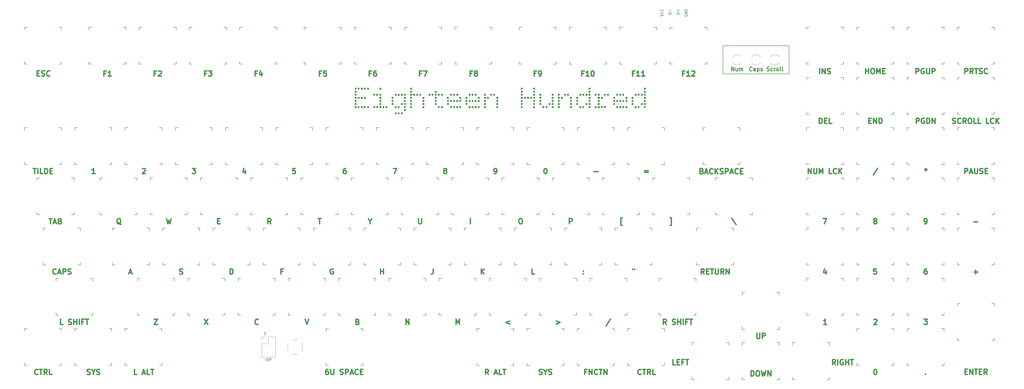
<source format=gbr>
G04 #@! TF.GenerationSoftware,KiCad,Pcbnew,(5.99.0-7511-ga134567838)*
G04 #@! TF.CreationDate,2020-12-30T19:04:14-08:00*
G04 #@! TF.ProjectId,gh80-1800,67683830-2d31-4383-9030-2e6b69636164,rev?*
G04 #@! TF.SameCoordinates,Original*
G04 #@! TF.FileFunction,Legend,Top*
G04 #@! TF.FilePolarity,Positive*
%FSLAX46Y46*%
G04 Gerber Fmt 4.6, Leading zero omitted, Abs format (unit mm)*
G04 Created by KiCad (PCBNEW (5.99.0-7511-ga134567838)) date 2020-12-30 19:04:14*
%MOMM*%
%LPD*%
G01*
G04 APERTURE LIST*
%ADD10C,0.500000*%
%ADD11C,0.200000*%
%ADD12C,0.150000*%
%ADD13C,0.300000*%
%ADD14C,0.120000*%
G04 APERTURE END LIST*
D10*
X277916409Y-134856318D02*
X277916409Y-132856318D01*
X278392599Y-132856318D01*
X278678314Y-132951557D01*
X278868790Y-133142033D01*
X278964028Y-133332509D01*
X279059266Y-133713461D01*
X279059266Y-133999176D01*
X278964028Y-134380128D01*
X278868790Y-134570604D01*
X278678314Y-134761080D01*
X278392599Y-134856318D01*
X277916409Y-134856318D01*
X280297361Y-132856318D02*
X280678314Y-132856318D01*
X280868790Y-132951557D01*
X281059266Y-133142033D01*
X281154504Y-133522985D01*
X281154504Y-134189652D01*
X281059266Y-134570604D01*
X280868790Y-134761080D01*
X280678314Y-134856318D01*
X280297361Y-134856318D01*
X280106885Y-134761080D01*
X279916409Y-134570604D01*
X279821171Y-134189652D01*
X279821171Y-133522985D01*
X279916409Y-133142033D01*
X280106885Y-132951557D01*
X280297361Y-132856318D01*
X281821171Y-132856318D02*
X282297361Y-134856318D01*
X282678314Y-133427747D01*
X283059266Y-134856318D01*
X283535456Y-132856318D01*
X284297361Y-134856318D02*
X284297361Y-132856318D01*
X285440218Y-134856318D01*
X285440218Y-132856318D01*
X354318790Y-38961080D02*
X354604504Y-39056318D01*
X355080694Y-39056318D01*
X355271171Y-38961080D01*
X355366409Y-38865842D01*
X355461647Y-38675366D01*
X355461647Y-38484890D01*
X355366409Y-38294414D01*
X355271171Y-38199176D01*
X355080694Y-38103937D01*
X354699742Y-38008699D01*
X354509266Y-37913461D01*
X354414028Y-37818223D01*
X354318790Y-37627747D01*
X354318790Y-37437271D01*
X354414028Y-37246795D01*
X354509266Y-37151557D01*
X354699742Y-37056318D01*
X355175933Y-37056318D01*
X355461647Y-37151557D01*
X357461647Y-38865842D02*
X357366409Y-38961080D01*
X357080694Y-39056318D01*
X356890218Y-39056318D01*
X356604504Y-38961080D01*
X356414028Y-38770604D01*
X356318790Y-38580128D01*
X356223552Y-38199176D01*
X356223552Y-37913461D01*
X356318790Y-37532509D01*
X356414028Y-37342033D01*
X356604504Y-37151557D01*
X356890218Y-37056318D01*
X357080694Y-37056318D01*
X357366409Y-37151557D01*
X357461647Y-37246795D01*
X359461647Y-39056318D02*
X358794980Y-38103937D01*
X358318790Y-39056318D02*
X358318790Y-37056318D01*
X359080694Y-37056318D01*
X359271171Y-37151557D01*
X359366409Y-37246795D01*
X359461647Y-37437271D01*
X359461647Y-37722985D01*
X359366409Y-37913461D01*
X359271171Y-38008699D01*
X359080694Y-38103937D01*
X358318790Y-38103937D01*
X360699742Y-37056318D02*
X361080694Y-37056318D01*
X361271171Y-37151557D01*
X361461647Y-37342033D01*
X361556885Y-37722985D01*
X361556885Y-38389652D01*
X361461647Y-38770604D01*
X361271171Y-38961080D01*
X361080694Y-39056318D01*
X360699742Y-39056318D01*
X360509266Y-38961080D01*
X360318790Y-38770604D01*
X360223552Y-38389652D01*
X360223552Y-37722985D01*
X360318790Y-37342033D01*
X360509266Y-37151557D01*
X360699742Y-37056318D01*
X363366409Y-39056318D02*
X362414028Y-39056318D01*
X362414028Y-37056318D01*
X364985456Y-39056318D02*
X364033075Y-39056318D01*
X364033075Y-37056318D01*
X368128314Y-39056318D02*
X367175933Y-39056318D01*
X367175933Y-37056318D01*
X369937837Y-38865842D02*
X369842599Y-38961080D01*
X369556885Y-39056318D01*
X369366409Y-39056318D01*
X369080694Y-38961080D01*
X368890218Y-38770604D01*
X368794980Y-38580128D01*
X368699742Y-38199176D01*
X368699742Y-37913461D01*
X368794980Y-37532509D01*
X368890218Y-37342033D01*
X369080694Y-37151557D01*
X369366409Y-37056318D01*
X369556885Y-37056318D01*
X369842599Y-37151557D01*
X369937837Y-37246795D01*
X370794980Y-39056318D02*
X370794980Y-37056318D01*
X371937837Y-39056318D02*
X371080694Y-37913461D01*
X371937837Y-37056318D02*
X370794980Y-38199176D01*
X340556885Y-39056318D02*
X340556885Y-37056318D01*
X341318790Y-37056318D01*
X341509266Y-37151557D01*
X341604504Y-37246795D01*
X341699742Y-37437271D01*
X341699742Y-37722985D01*
X341604504Y-37913461D01*
X341509266Y-38008699D01*
X341318790Y-38103937D01*
X340556885Y-38103937D01*
X343604504Y-37151557D02*
X343414028Y-37056318D01*
X343128314Y-37056318D01*
X342842599Y-37151557D01*
X342652123Y-37342033D01*
X342556885Y-37532509D01*
X342461647Y-37913461D01*
X342461647Y-38199176D01*
X342556885Y-38580128D01*
X342652123Y-38770604D01*
X342842599Y-38961080D01*
X343128314Y-39056318D01*
X343318790Y-39056318D01*
X343604504Y-38961080D01*
X343699742Y-38865842D01*
X343699742Y-38199176D01*
X343318790Y-38199176D01*
X344556885Y-39056318D02*
X344556885Y-37056318D01*
X345033075Y-37056318D01*
X345318790Y-37151557D01*
X345509266Y-37342033D01*
X345604504Y-37532509D01*
X345699742Y-37913461D01*
X345699742Y-38199176D01*
X345604504Y-38580128D01*
X345509266Y-38770604D01*
X345318790Y-38961080D01*
X345033075Y-39056318D01*
X344556885Y-39056318D01*
X346556885Y-39056318D02*
X346556885Y-37056318D01*
X347699742Y-39056318D01*
X347699742Y-37056318D01*
X322552123Y-38008699D02*
X323218790Y-38008699D01*
X323504504Y-39056318D02*
X322552123Y-39056318D01*
X322552123Y-37056318D01*
X323504504Y-37056318D01*
X324361647Y-39056318D02*
X324361647Y-37056318D01*
X325504504Y-39056318D01*
X325504504Y-37056318D01*
X326456885Y-39056318D02*
X326456885Y-37056318D01*
X326933075Y-37056318D01*
X327218790Y-37151557D01*
X327409266Y-37342033D01*
X327504504Y-37532509D01*
X327599742Y-37913461D01*
X327599742Y-38199176D01*
X327504504Y-38580128D01*
X327409266Y-38770604D01*
X327218790Y-38961080D01*
X326933075Y-39056318D01*
X326456885Y-39056318D01*
X303790218Y-39056318D02*
X303790218Y-37056318D01*
X304266409Y-37056318D01*
X304552123Y-37151557D01*
X304742599Y-37342033D01*
X304837837Y-37532509D01*
X304933075Y-37913461D01*
X304933075Y-38199176D01*
X304837837Y-38580128D01*
X304742599Y-38770604D01*
X304552123Y-38961080D01*
X304266409Y-39056318D01*
X303790218Y-39056318D01*
X305790218Y-38008699D02*
X306456885Y-38008699D01*
X306742599Y-39056318D02*
X305790218Y-39056318D01*
X305790218Y-37056318D01*
X306742599Y-37056318D01*
X308552123Y-39056318D02*
X307599742Y-39056318D01*
X307599742Y-37056318D01*
X358942599Y-58106318D02*
X358942599Y-56106318D01*
X359704504Y-56106318D01*
X359894980Y-56201557D01*
X359990218Y-56296795D01*
X360085456Y-56487271D01*
X360085456Y-56772985D01*
X359990218Y-56963461D01*
X359894980Y-57058699D01*
X359704504Y-57153937D01*
X358942599Y-57153937D01*
X360847361Y-57534890D02*
X361799742Y-57534890D01*
X360656885Y-58106318D02*
X361323552Y-56106318D01*
X361990218Y-58106318D01*
X362656885Y-56106318D02*
X362656885Y-57725366D01*
X362752123Y-57915842D01*
X362847361Y-58011080D01*
X363037837Y-58106318D01*
X363418790Y-58106318D01*
X363609266Y-58011080D01*
X363704504Y-57915842D01*
X363799742Y-57725366D01*
X363799742Y-56106318D01*
X364656885Y-58011080D02*
X364942599Y-58106318D01*
X365418790Y-58106318D01*
X365609266Y-58011080D01*
X365704504Y-57915842D01*
X365799742Y-57725366D01*
X365799742Y-57534890D01*
X365704504Y-57344414D01*
X365609266Y-57249176D01*
X365418790Y-57153937D01*
X365037837Y-57058699D01*
X364847361Y-56963461D01*
X364752123Y-56868223D01*
X364656885Y-56677747D01*
X364656885Y-56487271D01*
X364752123Y-56296795D01*
X364847361Y-56201557D01*
X365037837Y-56106318D01*
X365514028Y-56106318D01*
X365799742Y-56201557D01*
X366656885Y-57058699D02*
X367323552Y-57058699D01*
X367609266Y-58106318D02*
X366656885Y-58106318D01*
X366656885Y-56106318D01*
X367609266Y-56106318D01*
X344178314Y-56106318D02*
X344178314Y-56582509D01*
X343702123Y-56392033D02*
X344178314Y-56582509D01*
X344654504Y-56392033D01*
X343892599Y-56963461D02*
X344178314Y-56582509D01*
X344464028Y-56963461D01*
X325935456Y-56011080D02*
X324221171Y-58582509D01*
X299594980Y-58106318D02*
X299594980Y-56106318D01*
X300737837Y-58106318D01*
X300737837Y-56106318D01*
X301690218Y-56106318D02*
X301690218Y-57725366D01*
X301785456Y-57915842D01*
X301880694Y-58011080D01*
X302071171Y-58106318D01*
X302452123Y-58106318D01*
X302642599Y-58011080D01*
X302737837Y-57915842D01*
X302833075Y-57725366D01*
X302833075Y-56106318D01*
X303785456Y-58106318D02*
X303785456Y-56106318D01*
X304452123Y-57534890D01*
X305118790Y-56106318D01*
X305118790Y-58106318D01*
X308547361Y-58106318D02*
X307594980Y-58106318D01*
X307594980Y-56106318D01*
X310356885Y-57915842D02*
X310261647Y-58011080D01*
X309975933Y-58106318D01*
X309785456Y-58106318D01*
X309499742Y-58011080D01*
X309309266Y-57820604D01*
X309214028Y-57630128D01*
X309118790Y-57249176D01*
X309118790Y-56963461D01*
X309214028Y-56582509D01*
X309309266Y-56392033D01*
X309499742Y-56201557D01*
X309785456Y-56106318D01*
X309975933Y-56106318D01*
X310261647Y-56201557D01*
X310356885Y-56296795D01*
X311214028Y-58106318D02*
X311214028Y-56106318D01*
X312356885Y-58106318D02*
X311499742Y-56963461D01*
X312356885Y-56106318D02*
X311214028Y-57249176D01*
X362316409Y-76344414D02*
X363840218Y-76344414D01*
X343697361Y-77106318D02*
X344078314Y-77106318D01*
X344268790Y-77011080D01*
X344364028Y-76915842D01*
X344554504Y-76630128D01*
X344649742Y-76249176D01*
X344649742Y-75487271D01*
X344554504Y-75296795D01*
X344459266Y-75201557D01*
X344268790Y-75106318D01*
X343887837Y-75106318D01*
X343697361Y-75201557D01*
X343602123Y-75296795D01*
X343506885Y-75487271D01*
X343506885Y-75963461D01*
X343602123Y-76153937D01*
X343697361Y-76249176D01*
X343887837Y-76344414D01*
X344268790Y-76344414D01*
X344459266Y-76249176D01*
X344554504Y-76153937D01*
X344649742Y-75963461D01*
X324837837Y-75963461D02*
X324647361Y-75868223D01*
X324552123Y-75772985D01*
X324456885Y-75582509D01*
X324456885Y-75487271D01*
X324552123Y-75296795D01*
X324647361Y-75201557D01*
X324837837Y-75106318D01*
X325218790Y-75106318D01*
X325409266Y-75201557D01*
X325504504Y-75296795D01*
X325599742Y-75487271D01*
X325599742Y-75582509D01*
X325504504Y-75772985D01*
X325409266Y-75868223D01*
X325218790Y-75963461D01*
X324837837Y-75963461D01*
X324647361Y-76058699D01*
X324552123Y-76153937D01*
X324456885Y-76344414D01*
X324456885Y-76725366D01*
X324552123Y-76915842D01*
X324647361Y-77011080D01*
X324837837Y-77106318D01*
X325218790Y-77106318D01*
X325409266Y-77011080D01*
X325504504Y-76915842D01*
X325599742Y-76725366D01*
X325599742Y-76344414D01*
X325504504Y-76153937D01*
X325409266Y-76058699D01*
X325218790Y-75963461D01*
X305261647Y-75106318D02*
X306594980Y-75106318D01*
X305737837Y-77106318D01*
X362366409Y-95444414D02*
X363890218Y-95444414D01*
X363128314Y-96206318D02*
X363128314Y-94682509D01*
X344509266Y-94206318D02*
X344128314Y-94206318D01*
X343937837Y-94301557D01*
X343842599Y-94396795D01*
X343652123Y-94682509D01*
X343556885Y-95063461D01*
X343556885Y-95825366D01*
X343652123Y-96015842D01*
X343747361Y-96111080D01*
X343937837Y-96206318D01*
X344318790Y-96206318D01*
X344509266Y-96111080D01*
X344604504Y-96015842D01*
X344699742Y-95825366D01*
X344699742Y-95349176D01*
X344604504Y-95158699D01*
X344509266Y-95063461D01*
X344318790Y-94968223D01*
X343937837Y-94968223D01*
X343747361Y-95063461D01*
X343652123Y-95158699D01*
X343556885Y-95349176D01*
X325404504Y-94206318D02*
X324452123Y-94206318D01*
X324356885Y-95158699D01*
X324452123Y-95063461D01*
X324642599Y-94968223D01*
X325118790Y-94968223D01*
X325309266Y-95063461D01*
X325404504Y-95158699D01*
X325499742Y-95349176D01*
X325499742Y-95825366D01*
X325404504Y-96015842D01*
X325309266Y-96111080D01*
X325118790Y-96206318D01*
X324642599Y-96206318D01*
X324452123Y-96111080D01*
X324356885Y-96015842D01*
X306309266Y-94872985D02*
X306309266Y-96206318D01*
X305833075Y-94111080D02*
X305356885Y-95539652D01*
X306594980Y-95539652D01*
X359035456Y-133208699D02*
X359702123Y-133208699D01*
X359987837Y-134256318D02*
X359035456Y-134256318D01*
X359035456Y-132256318D01*
X359987837Y-132256318D01*
X360844980Y-134256318D02*
X360844980Y-132256318D01*
X361987837Y-134256318D01*
X361987837Y-132256318D01*
X362654504Y-132256318D02*
X363797361Y-132256318D01*
X363225933Y-134256318D02*
X363225933Y-132256318D01*
X364464028Y-133208699D02*
X365130694Y-133208699D01*
X365416409Y-134256318D02*
X364464028Y-134256318D01*
X364464028Y-132256318D01*
X365416409Y-132256318D01*
X367416409Y-134256318D02*
X366749742Y-133303937D01*
X366273552Y-134256318D02*
X366273552Y-132256318D01*
X367035456Y-132256318D01*
X367225933Y-132351557D01*
X367321171Y-132446795D01*
X367416409Y-132637271D01*
X367416409Y-132922985D01*
X367321171Y-133113461D01*
X367225933Y-133208699D01*
X367035456Y-133303937D01*
X366273552Y-133303937D01*
X344078314Y-134115842D02*
X344173552Y-134211080D01*
X344078314Y-134306318D01*
X343983075Y-134211080D01*
X344078314Y-134115842D01*
X344078314Y-134306318D01*
X324933075Y-132306318D02*
X325123552Y-132306318D01*
X325314028Y-132401557D01*
X325409266Y-132496795D01*
X325504504Y-132687271D01*
X325599742Y-133068223D01*
X325599742Y-133544414D01*
X325504504Y-133925366D01*
X325409266Y-134115842D01*
X325314028Y-134211080D01*
X325123552Y-134306318D01*
X324933075Y-134306318D01*
X324742599Y-134211080D01*
X324647361Y-134115842D01*
X324552123Y-133925366D01*
X324456885Y-133544414D01*
X324456885Y-133068223D01*
X324552123Y-132687271D01*
X324647361Y-132496795D01*
X324742599Y-132401557D01*
X324933075Y-132306318D01*
X343511647Y-113306318D02*
X344749742Y-113306318D01*
X344083075Y-114068223D01*
X344368790Y-114068223D01*
X344559266Y-114163461D01*
X344654504Y-114258699D01*
X344749742Y-114449176D01*
X344749742Y-114925366D01*
X344654504Y-115115842D01*
X344559266Y-115211080D01*
X344368790Y-115306318D01*
X343797361Y-115306318D01*
X343606885Y-115211080D01*
X343511647Y-115115842D01*
X324506885Y-113496795D02*
X324602123Y-113401557D01*
X324792599Y-113306318D01*
X325268790Y-113306318D01*
X325459266Y-113401557D01*
X325554504Y-113496795D01*
X325649742Y-113687271D01*
X325649742Y-113877747D01*
X325554504Y-114163461D01*
X324411647Y-115306318D01*
X325649742Y-115306318D01*
X306599742Y-115306318D02*
X305456885Y-115306318D01*
X306028314Y-115306318D02*
X306028314Y-113306318D01*
X305837837Y-113592033D01*
X305647361Y-113782509D01*
X305456885Y-113877747D01*
X249223552Y-130606318D02*
X248271171Y-130606318D01*
X248271171Y-128606318D01*
X249890218Y-129558699D02*
X250556885Y-129558699D01*
X250842599Y-130606318D02*
X249890218Y-130606318D01*
X249890218Y-128606318D01*
X250842599Y-128606318D01*
X252366409Y-129558699D02*
X251699742Y-129558699D01*
X251699742Y-130606318D02*
X251699742Y-128606318D01*
X252652123Y-128606318D01*
X253128314Y-128606318D02*
X254271171Y-128606318D01*
X253699742Y-130606318D02*
X253699742Y-128606318D01*
X309961647Y-130606318D02*
X309294980Y-129653937D01*
X308818790Y-130606318D02*
X308818790Y-128606318D01*
X309580694Y-128606318D01*
X309771171Y-128701557D01*
X309866409Y-128796795D01*
X309961647Y-128987271D01*
X309961647Y-129272985D01*
X309866409Y-129463461D01*
X309771171Y-129558699D01*
X309580694Y-129653937D01*
X308818790Y-129653937D01*
X310818790Y-130606318D02*
X310818790Y-128606318D01*
X312818790Y-128701557D02*
X312628314Y-128606318D01*
X312342599Y-128606318D01*
X312056885Y-128701557D01*
X311866409Y-128892033D01*
X311771171Y-129082509D01*
X311675933Y-129463461D01*
X311675933Y-129749176D01*
X311771171Y-130130128D01*
X311866409Y-130320604D01*
X312056885Y-130511080D01*
X312342599Y-130606318D01*
X312533075Y-130606318D01*
X312818790Y-130511080D01*
X312914028Y-130415842D01*
X312914028Y-129749176D01*
X312533075Y-129749176D01*
X313771171Y-130606318D02*
X313771171Y-128606318D01*
X313771171Y-129558699D02*
X314914028Y-129558699D01*
X314914028Y-130606318D02*
X314914028Y-128606318D01*
X315580694Y-128606318D02*
X316723552Y-128606318D01*
X316152123Y-130606318D02*
X316152123Y-128606318D01*
X280106885Y-118606318D02*
X280106885Y-120225366D01*
X280202123Y-120415842D01*
X280297361Y-120511080D01*
X280487837Y-120606318D01*
X280868790Y-120606318D01*
X281059266Y-120511080D01*
X281154504Y-120415842D01*
X281249742Y-120225366D01*
X281249742Y-118606318D01*
X282202123Y-120606318D02*
X282202123Y-118606318D01*
X282964028Y-118606318D01*
X283154504Y-118701557D01*
X283249742Y-118796795D01*
X283344980Y-118987271D01*
X283344980Y-119272985D01*
X283249742Y-119463461D01*
X283154504Y-119558699D01*
X282964028Y-119653937D01*
X282202123Y-119653937D01*
X236275933Y-134115842D02*
X236180694Y-134211080D01*
X235894980Y-134306318D01*
X235704504Y-134306318D01*
X235418790Y-134211080D01*
X235228314Y-134020604D01*
X235133075Y-133830128D01*
X235037837Y-133449176D01*
X235037837Y-133163461D01*
X235133075Y-132782509D01*
X235228314Y-132592033D01*
X235418790Y-132401557D01*
X235704504Y-132306318D01*
X235894980Y-132306318D01*
X236180694Y-132401557D01*
X236275933Y-132496795D01*
X236847361Y-132306318D02*
X237990218Y-132306318D01*
X237418790Y-134306318D02*
X237418790Y-132306318D01*
X239799742Y-134306318D02*
X239133075Y-133353937D01*
X238656885Y-134306318D02*
X238656885Y-132306318D01*
X239418790Y-132306318D01*
X239609266Y-132401557D01*
X239704504Y-132496795D01*
X239799742Y-132687271D01*
X239799742Y-132972985D01*
X239704504Y-133163461D01*
X239609266Y-133258699D01*
X239418790Y-133353937D01*
X238656885Y-133353937D01*
X241609266Y-134306318D02*
X240656885Y-134306318D01*
X240656885Y-132306318D01*
X215506885Y-133258699D02*
X214840218Y-133258699D01*
X214840218Y-134306318D02*
X214840218Y-132306318D01*
X215792599Y-132306318D01*
X216554504Y-134306318D02*
X216554504Y-132306318D01*
X217697361Y-134306318D01*
X217697361Y-132306318D01*
X219792599Y-134115842D02*
X219697361Y-134211080D01*
X219411647Y-134306318D01*
X219221171Y-134306318D01*
X218935456Y-134211080D01*
X218744980Y-134020604D01*
X218649742Y-133830128D01*
X218554504Y-133449176D01*
X218554504Y-133163461D01*
X218649742Y-132782509D01*
X218744980Y-132592033D01*
X218935456Y-132401557D01*
X219221171Y-132306318D01*
X219411647Y-132306318D01*
X219697361Y-132401557D01*
X219792599Y-132496795D01*
X220364028Y-132306318D02*
X221506885Y-132306318D01*
X220935456Y-134306318D02*
X220935456Y-132306318D01*
X222173552Y-134306318D02*
X222173552Y-132306318D01*
X223316409Y-134306318D01*
X223316409Y-132306318D01*
X197597361Y-134211080D02*
X197883075Y-134306318D01*
X198359266Y-134306318D01*
X198549742Y-134211080D01*
X198644980Y-134115842D01*
X198740218Y-133925366D01*
X198740218Y-133734890D01*
X198644980Y-133544414D01*
X198549742Y-133449176D01*
X198359266Y-133353937D01*
X197978314Y-133258699D01*
X197787837Y-133163461D01*
X197692599Y-133068223D01*
X197597361Y-132877747D01*
X197597361Y-132687271D01*
X197692599Y-132496795D01*
X197787837Y-132401557D01*
X197978314Y-132306318D01*
X198454504Y-132306318D01*
X198740218Y-132401557D01*
X199978314Y-133353937D02*
X199978314Y-134306318D01*
X199311647Y-132306318D02*
X199978314Y-133353937D01*
X200644980Y-132306318D01*
X201216409Y-134211080D02*
X201502123Y-134306318D01*
X201978314Y-134306318D01*
X202168790Y-134211080D01*
X202264028Y-134115842D01*
X202359266Y-133925366D01*
X202359266Y-133734890D01*
X202264028Y-133544414D01*
X202168790Y-133449176D01*
X201978314Y-133353937D01*
X201597361Y-133258699D01*
X201406885Y-133163461D01*
X201311647Y-133068223D01*
X201216409Y-132877747D01*
X201216409Y-132687271D01*
X201311647Y-132496795D01*
X201406885Y-132401557D01*
X201597361Y-132306318D01*
X202073552Y-132306318D01*
X202359266Y-132401557D01*
X178406885Y-134306318D02*
X177740218Y-133353937D01*
X177264028Y-134306318D02*
X177264028Y-132306318D01*
X178025933Y-132306318D01*
X178216409Y-132401557D01*
X178311647Y-132496795D01*
X178406885Y-132687271D01*
X178406885Y-132972985D01*
X178311647Y-133163461D01*
X178216409Y-133258699D01*
X178025933Y-133353937D01*
X177264028Y-133353937D01*
X180692599Y-133734890D02*
X181644980Y-133734890D01*
X180502123Y-134306318D02*
X181168790Y-132306318D01*
X181835456Y-134306318D01*
X183454504Y-134306318D02*
X182502123Y-134306318D01*
X182502123Y-132306318D01*
X183835456Y-132306318D02*
X184978314Y-132306318D01*
X184406885Y-134306318D02*
X184406885Y-132306318D01*
X117585456Y-132306318D02*
X117204504Y-132306318D01*
X117014028Y-132401557D01*
X116918790Y-132496795D01*
X116728314Y-132782509D01*
X116633075Y-133163461D01*
X116633075Y-133925366D01*
X116728314Y-134115842D01*
X116823552Y-134211080D01*
X117014028Y-134306318D01*
X117394980Y-134306318D01*
X117585456Y-134211080D01*
X117680694Y-134115842D01*
X117775933Y-133925366D01*
X117775933Y-133449176D01*
X117680694Y-133258699D01*
X117585456Y-133163461D01*
X117394980Y-133068223D01*
X117014028Y-133068223D01*
X116823552Y-133163461D01*
X116728314Y-133258699D01*
X116633075Y-133449176D01*
X118633075Y-132306318D02*
X118633075Y-133925366D01*
X118728314Y-134115842D01*
X118823552Y-134211080D01*
X119014028Y-134306318D01*
X119394980Y-134306318D01*
X119585456Y-134211080D01*
X119680694Y-134115842D01*
X119775933Y-133925366D01*
X119775933Y-132306318D01*
X122156885Y-134211080D02*
X122442599Y-134306318D01*
X122918790Y-134306318D01*
X123109266Y-134211080D01*
X123204504Y-134115842D01*
X123299742Y-133925366D01*
X123299742Y-133734890D01*
X123204504Y-133544414D01*
X123109266Y-133449176D01*
X122918790Y-133353937D01*
X122537837Y-133258699D01*
X122347361Y-133163461D01*
X122252123Y-133068223D01*
X122156885Y-132877747D01*
X122156885Y-132687271D01*
X122252123Y-132496795D01*
X122347361Y-132401557D01*
X122537837Y-132306318D01*
X123014028Y-132306318D01*
X123299742Y-132401557D01*
X124156885Y-134306318D02*
X124156885Y-132306318D01*
X124918790Y-132306318D01*
X125109266Y-132401557D01*
X125204504Y-132496795D01*
X125299742Y-132687271D01*
X125299742Y-132972985D01*
X125204504Y-133163461D01*
X125109266Y-133258699D01*
X124918790Y-133353937D01*
X124156885Y-133353937D01*
X126061647Y-133734890D02*
X127014028Y-133734890D01*
X125871171Y-134306318D02*
X126537837Y-132306318D01*
X127204504Y-134306318D01*
X129014028Y-134115842D02*
X128918790Y-134211080D01*
X128633075Y-134306318D01*
X128442599Y-134306318D01*
X128156885Y-134211080D01*
X127966409Y-134020604D01*
X127871171Y-133830128D01*
X127775933Y-133449176D01*
X127775933Y-133163461D01*
X127871171Y-132782509D01*
X127966409Y-132592033D01*
X128156885Y-132401557D01*
X128442599Y-132306318D01*
X128633075Y-132306318D01*
X128918790Y-132401557D01*
X129014028Y-132496795D01*
X129871171Y-133258699D02*
X130537837Y-133258699D01*
X130823552Y-134306318D02*
X129871171Y-134306318D01*
X129871171Y-132306318D01*
X130823552Y-132306318D01*
X45106885Y-134306318D02*
X44154504Y-134306318D01*
X44154504Y-132306318D01*
X47202123Y-133734890D02*
X48154504Y-133734890D01*
X47011647Y-134306318D02*
X47678314Y-132306318D01*
X48344980Y-134306318D01*
X49964028Y-134306318D02*
X49011647Y-134306318D01*
X49011647Y-132306318D01*
X50344980Y-132306318D02*
X51487837Y-132306318D01*
X50916409Y-134306318D02*
X50916409Y-132306318D01*
X26247361Y-134211080D02*
X26533075Y-134306318D01*
X27009266Y-134306318D01*
X27199742Y-134211080D01*
X27294980Y-134115842D01*
X27390218Y-133925366D01*
X27390218Y-133734890D01*
X27294980Y-133544414D01*
X27199742Y-133449176D01*
X27009266Y-133353937D01*
X26628314Y-133258699D01*
X26437837Y-133163461D01*
X26342599Y-133068223D01*
X26247361Y-132877747D01*
X26247361Y-132687271D01*
X26342599Y-132496795D01*
X26437837Y-132401557D01*
X26628314Y-132306318D01*
X27104504Y-132306318D01*
X27390218Y-132401557D01*
X28628314Y-133353937D02*
X28628314Y-134306318D01*
X27961647Y-132306318D02*
X28628314Y-133353937D01*
X29294980Y-132306318D01*
X29866409Y-134211080D02*
X30152123Y-134306318D01*
X30628314Y-134306318D01*
X30818790Y-134211080D01*
X30914028Y-134115842D01*
X31009266Y-133925366D01*
X31009266Y-133734890D01*
X30914028Y-133544414D01*
X30818790Y-133449176D01*
X30628314Y-133353937D01*
X30247361Y-133258699D01*
X30056885Y-133163461D01*
X29961647Y-133068223D01*
X29866409Y-132877747D01*
X29866409Y-132687271D01*
X29961647Y-132496795D01*
X30056885Y-132401557D01*
X30247361Y-132306318D01*
X30723552Y-132306318D01*
X31009266Y-132401557D01*
X7575933Y-134115842D02*
X7480694Y-134211080D01*
X7194980Y-134306318D01*
X7004504Y-134306318D01*
X6718790Y-134211080D01*
X6528314Y-134020604D01*
X6433075Y-133830128D01*
X6337837Y-133449176D01*
X6337837Y-133163461D01*
X6433075Y-132782509D01*
X6528314Y-132592033D01*
X6718790Y-132401557D01*
X7004504Y-132306318D01*
X7194980Y-132306318D01*
X7480694Y-132401557D01*
X7575933Y-132496795D01*
X8147361Y-132306318D02*
X9290218Y-132306318D01*
X8718790Y-134306318D02*
X8718790Y-132306318D01*
X11099742Y-134306318D02*
X10433075Y-133353937D01*
X9956885Y-134306318D02*
X9956885Y-132306318D01*
X10718790Y-132306318D01*
X10909266Y-132401557D01*
X11004504Y-132496795D01*
X11099742Y-132687271D01*
X11099742Y-132972985D01*
X11004504Y-133163461D01*
X10909266Y-133258699D01*
X10718790Y-133353937D01*
X9956885Y-133353937D01*
X12909266Y-134306318D02*
X11956885Y-134306318D01*
X11956885Y-132306318D01*
X245840218Y-115306318D02*
X245173552Y-114353937D01*
X244697361Y-115306318D02*
X244697361Y-113306318D01*
X245459266Y-113306318D01*
X245649742Y-113401557D01*
X245744980Y-113496795D01*
X245840218Y-113687271D01*
X245840218Y-113972985D01*
X245744980Y-114163461D01*
X245649742Y-114258699D01*
X245459266Y-114353937D01*
X244697361Y-114353937D01*
X248125933Y-115211080D02*
X248411647Y-115306318D01*
X248887837Y-115306318D01*
X249078314Y-115211080D01*
X249173552Y-115115842D01*
X249268790Y-114925366D01*
X249268790Y-114734890D01*
X249173552Y-114544414D01*
X249078314Y-114449176D01*
X248887837Y-114353937D01*
X248506885Y-114258699D01*
X248316409Y-114163461D01*
X248221171Y-114068223D01*
X248125933Y-113877747D01*
X248125933Y-113687271D01*
X248221171Y-113496795D01*
X248316409Y-113401557D01*
X248506885Y-113306318D01*
X248983075Y-113306318D01*
X249268790Y-113401557D01*
X250125933Y-115306318D02*
X250125933Y-113306318D01*
X250125933Y-114258699D02*
X251268790Y-114258699D01*
X251268790Y-115306318D02*
X251268790Y-113306318D01*
X252221171Y-115306318D02*
X252221171Y-113306318D01*
X253840218Y-114258699D02*
X253173552Y-114258699D01*
X253173552Y-115306318D02*
X253173552Y-113306318D01*
X254125933Y-113306318D01*
X254602123Y-113306318D02*
X255744980Y-113306318D01*
X255173552Y-115306318D02*
X255173552Y-113306318D01*
X224685456Y-113211080D02*
X222971171Y-115782509D01*
X204016409Y-113972985D02*
X205540218Y-114544414D01*
X204016409Y-115115842D01*
X186540218Y-113972985D02*
X185016409Y-114544414D01*
X186540218Y-115115842D01*
X166061647Y-115306318D02*
X166061647Y-113306318D01*
X166728314Y-114734890D01*
X167394980Y-113306318D01*
X167394980Y-115306318D01*
X147106885Y-115306318D02*
X147106885Y-113306318D01*
X148249742Y-115306318D01*
X148249742Y-113306318D01*
X128821171Y-114258699D02*
X129106885Y-114353937D01*
X129202123Y-114449176D01*
X129297361Y-114639652D01*
X129297361Y-114925366D01*
X129202123Y-115115842D01*
X129106885Y-115211080D01*
X128916409Y-115306318D01*
X128154504Y-115306318D01*
X128154504Y-113306318D01*
X128821171Y-113306318D01*
X129011647Y-113401557D01*
X129106885Y-113496795D01*
X129202123Y-113687271D01*
X129202123Y-113877747D01*
X129106885Y-114068223D01*
X129011647Y-114163461D01*
X128821171Y-114258699D01*
X128154504Y-114258699D01*
X108861647Y-113306318D02*
X109528314Y-115306318D01*
X110194980Y-113306318D01*
X91097361Y-115115842D02*
X91002123Y-115211080D01*
X90716409Y-115306318D01*
X90525933Y-115306318D01*
X90240218Y-115211080D01*
X90049742Y-115020604D01*
X89954504Y-114830128D01*
X89859266Y-114449176D01*
X89859266Y-114163461D01*
X89954504Y-113782509D01*
X90049742Y-113592033D01*
X90240218Y-113401557D01*
X90525933Y-113306318D01*
X90716409Y-113306318D01*
X91002123Y-113401557D01*
X91097361Y-113496795D01*
X70711647Y-113306318D02*
X72044980Y-115306318D01*
X72044980Y-113306318D02*
X70711647Y-115306318D01*
X51611647Y-113306318D02*
X52944980Y-113306318D01*
X51611647Y-115306318D01*
X52944980Y-115306318D01*
X17090218Y-115306318D02*
X16137837Y-115306318D01*
X16137837Y-113306318D01*
X19185456Y-115211080D02*
X19471171Y-115306318D01*
X19947361Y-115306318D01*
X20137837Y-115211080D01*
X20233075Y-115115842D01*
X20328314Y-114925366D01*
X20328314Y-114734890D01*
X20233075Y-114544414D01*
X20137837Y-114449176D01*
X19947361Y-114353937D01*
X19566409Y-114258699D01*
X19375933Y-114163461D01*
X19280694Y-114068223D01*
X19185456Y-113877747D01*
X19185456Y-113687271D01*
X19280694Y-113496795D01*
X19375933Y-113401557D01*
X19566409Y-113306318D01*
X20042599Y-113306318D01*
X20328314Y-113401557D01*
X21185456Y-115306318D02*
X21185456Y-113306318D01*
X21185456Y-114258699D02*
X22328314Y-114258699D01*
X22328314Y-115306318D02*
X22328314Y-113306318D01*
X23280694Y-115306318D02*
X23280694Y-113306318D01*
X24899742Y-114258699D02*
X24233075Y-114258699D01*
X24233075Y-115306318D02*
X24233075Y-113306318D01*
X25185456Y-113306318D01*
X25661647Y-113306318D02*
X26804504Y-113306318D01*
X26233075Y-115306318D02*
X26233075Y-113306318D01*
X260185456Y-96206318D02*
X259518790Y-95253937D01*
X259042599Y-96206318D02*
X259042599Y-94206318D01*
X259804504Y-94206318D01*
X259994980Y-94301557D01*
X260090218Y-94396795D01*
X260185456Y-94587271D01*
X260185456Y-94872985D01*
X260090218Y-95063461D01*
X259994980Y-95158699D01*
X259804504Y-95253937D01*
X259042599Y-95253937D01*
X261042599Y-95158699D02*
X261709266Y-95158699D01*
X261994980Y-96206318D02*
X261042599Y-96206318D01*
X261042599Y-94206318D01*
X261994980Y-94206318D01*
X262566409Y-94206318D02*
X263709266Y-94206318D01*
X263137837Y-96206318D02*
X263137837Y-94206318D01*
X264375933Y-94206318D02*
X264375933Y-95825366D01*
X264471171Y-96015842D01*
X264566409Y-96111080D01*
X264756885Y-96206318D01*
X265137837Y-96206318D01*
X265328313Y-96111080D01*
X265423552Y-96015842D01*
X265518790Y-95825366D01*
X265518790Y-94206318D01*
X267614028Y-96206318D02*
X266947361Y-95253937D01*
X266471171Y-96206318D02*
X266471171Y-94206318D01*
X267233075Y-94206318D01*
X267423552Y-94301557D01*
X267518790Y-94396795D01*
X267614028Y-94587271D01*
X267614028Y-94872985D01*
X267518790Y-95063461D01*
X267423552Y-95158699D01*
X267233075Y-95253937D01*
X266471171Y-95253937D01*
X268471171Y-96206318D02*
X268471171Y-94206318D01*
X269614028Y-96206318D01*
X269614028Y-94206318D01*
X233047361Y-94206318D02*
X233047361Y-94587271D01*
X233809266Y-94206318D02*
X233809266Y-94587271D01*
X214378314Y-96015842D02*
X214473552Y-96111080D01*
X214378314Y-96206318D01*
X214283075Y-96111080D01*
X214378314Y-96015842D01*
X214378314Y-96206318D01*
X214378314Y-94968223D02*
X214473552Y-95063461D01*
X214378314Y-95158699D01*
X214283075Y-95063461D01*
X214378314Y-94968223D01*
X214378314Y-95158699D01*
X195847361Y-96206318D02*
X194894980Y-96206318D01*
X194894980Y-94206318D01*
X175654504Y-96206318D02*
X175654504Y-94206318D01*
X176797361Y-96206318D02*
X175940218Y-95063461D01*
X176797361Y-94206318D02*
X175654504Y-95349176D01*
X157464028Y-94206318D02*
X157464028Y-95634890D01*
X157368790Y-95920604D01*
X157178314Y-96111080D01*
X156892599Y-96206318D01*
X156702123Y-96206318D01*
X137456885Y-96206318D02*
X137456885Y-94206318D01*
X137456885Y-95158699D02*
X138599742Y-95158699D01*
X138599742Y-96206318D02*
X138599742Y-94206318D01*
X119502123Y-94301557D02*
X119311647Y-94206318D01*
X119025933Y-94206318D01*
X118740218Y-94301557D01*
X118549742Y-94492033D01*
X118454504Y-94682509D01*
X118359266Y-95063461D01*
X118359266Y-95349176D01*
X118454504Y-95730128D01*
X118549742Y-95920604D01*
X118740218Y-96111080D01*
X119025933Y-96206318D01*
X119216409Y-96206318D01*
X119502123Y-96111080D01*
X119597361Y-96015842D01*
X119597361Y-95349176D01*
X119216409Y-95349176D01*
X100414028Y-95158699D02*
X99747361Y-95158699D01*
X99747361Y-96206318D02*
X99747361Y-94206318D01*
X100699742Y-94206318D01*
X80404504Y-96206318D02*
X80404504Y-94206318D01*
X80880694Y-94206318D01*
X81166409Y-94301557D01*
X81356885Y-94492033D01*
X81452123Y-94682509D01*
X81547361Y-95063461D01*
X81547361Y-95349176D01*
X81452123Y-95730128D01*
X81356885Y-95920604D01*
X81166409Y-96111080D01*
X80880694Y-96206318D01*
X80404504Y-96206318D01*
X61306885Y-96111080D02*
X61592599Y-96206318D01*
X62068790Y-96206318D01*
X62259266Y-96111080D01*
X62354504Y-96015842D01*
X62449742Y-95825366D01*
X62449742Y-95634890D01*
X62354504Y-95444414D01*
X62259266Y-95349176D01*
X62068790Y-95253937D01*
X61687837Y-95158699D01*
X61497361Y-95063461D01*
X61402123Y-94968223D01*
X61306885Y-94777747D01*
X61306885Y-94587271D01*
X61402123Y-94396795D01*
X61497361Y-94301557D01*
X61687837Y-94206318D01*
X62164028Y-94206318D01*
X62449742Y-94301557D01*
X42202123Y-95634890D02*
X43154504Y-95634890D01*
X42011647Y-96206318D02*
X42678314Y-94206318D01*
X43344980Y-96206318D01*
X14487837Y-96015842D02*
X14392599Y-96111080D01*
X14106885Y-96206318D01*
X13916409Y-96206318D01*
X13630694Y-96111080D01*
X13440218Y-95920604D01*
X13344980Y-95730128D01*
X13249742Y-95349176D01*
X13249742Y-95063461D01*
X13344980Y-94682509D01*
X13440218Y-94492033D01*
X13630694Y-94301557D01*
X13916409Y-94206318D01*
X14106885Y-94206318D01*
X14392599Y-94301557D01*
X14487837Y-94396795D01*
X15249742Y-95634890D02*
X16202123Y-95634890D01*
X15059266Y-96206318D02*
X15725933Y-94206318D01*
X16392599Y-96206318D01*
X17059266Y-96206318D02*
X17059266Y-94206318D01*
X17821171Y-94206318D01*
X18011647Y-94301557D01*
X18106885Y-94396795D01*
X18202123Y-94587271D01*
X18202123Y-94872985D01*
X18106885Y-95063461D01*
X18011647Y-95158699D01*
X17821171Y-95253937D01*
X17059266Y-95253937D01*
X18964028Y-96111080D02*
X19249742Y-96206318D01*
X19725933Y-96206318D01*
X19916409Y-96111080D01*
X20011647Y-96015842D01*
X20106885Y-95825366D01*
X20106885Y-95634890D01*
X20011647Y-95444414D01*
X19916409Y-95349176D01*
X19725933Y-95253937D01*
X19344980Y-95158699D01*
X19154504Y-95063461D01*
X19059266Y-94968223D01*
X18964028Y-94777747D01*
X18964028Y-94587271D01*
X19059266Y-94396795D01*
X19154504Y-94301557D01*
X19344980Y-94206318D01*
X19821171Y-94206318D01*
X20106885Y-94301557D01*
X270571171Y-74915842D02*
X272285456Y-77487271D01*
X247247361Y-77672985D02*
X247723552Y-77672985D01*
X247723552Y-74815842D01*
X247247361Y-74815842D01*
X229059266Y-77672985D02*
X228583075Y-77672985D01*
X228583075Y-74815842D01*
X229059266Y-74815842D01*
X209054504Y-77106318D02*
X209054504Y-75106318D01*
X209816409Y-75106318D01*
X210006885Y-75201557D01*
X210102123Y-75296795D01*
X210197361Y-75487271D01*
X210197361Y-75772985D01*
X210102123Y-75963461D01*
X210006885Y-76058699D01*
X209816409Y-76153937D01*
X209054504Y-76153937D01*
X190387837Y-75106318D02*
X190768790Y-75106318D01*
X190959266Y-75201557D01*
X191149742Y-75392033D01*
X191244980Y-75772985D01*
X191244980Y-76439652D01*
X191149742Y-76820604D01*
X190959266Y-77011080D01*
X190768790Y-77106318D01*
X190387837Y-77106318D01*
X190197361Y-77011080D01*
X190006885Y-76820604D01*
X189911647Y-76439652D01*
X189911647Y-75772985D01*
X190006885Y-75392033D01*
X190197361Y-75201557D01*
X190387837Y-75106318D01*
X171528314Y-77106318D02*
X171528314Y-75106318D01*
X151906885Y-75106318D02*
X151906885Y-76725366D01*
X152002123Y-76915842D01*
X152097361Y-77011080D01*
X152287837Y-77106318D01*
X152668790Y-77106318D01*
X152859266Y-77011080D01*
X152954504Y-76915842D01*
X153049742Y-76725366D01*
X153049742Y-75106318D01*
X133478314Y-76153937D02*
X133478314Y-77106318D01*
X132811647Y-75106318D02*
X133478314Y-76153937D01*
X134144980Y-75106318D01*
X113806885Y-75106318D02*
X114949742Y-75106318D01*
X114378314Y-77106318D02*
X114378314Y-75106318D01*
X95897361Y-77106318D02*
X95230694Y-76153937D01*
X94754504Y-77106318D02*
X94754504Y-75106318D01*
X95516409Y-75106318D01*
X95706885Y-75201557D01*
X95802123Y-75296795D01*
X95897361Y-75487271D01*
X95897361Y-75772985D01*
X95802123Y-75963461D01*
X95706885Y-76058699D01*
X95516409Y-76153937D01*
X94754504Y-76153937D01*
X75699742Y-76058699D02*
X76366409Y-76058699D01*
X76652123Y-77106318D02*
X75699742Y-77106318D01*
X75699742Y-75106318D01*
X76652123Y-75106318D01*
X56371171Y-75156318D02*
X56847361Y-77156318D01*
X57228314Y-75727747D01*
X57609266Y-77156318D01*
X58085456Y-75156318D01*
X39040218Y-77346795D02*
X38849742Y-77251557D01*
X38659266Y-77061080D01*
X38373552Y-76775366D01*
X38183075Y-76680128D01*
X37992599Y-76680128D01*
X38087837Y-77156318D02*
X37897361Y-77061080D01*
X37706885Y-76870604D01*
X37611647Y-76489652D01*
X37611647Y-75822985D01*
X37706885Y-75442033D01*
X37897361Y-75251557D01*
X38087837Y-75156318D01*
X38468790Y-75156318D01*
X38659266Y-75251557D01*
X38849742Y-75442033D01*
X38944980Y-75822985D01*
X38944980Y-76489652D01*
X38849742Y-76870604D01*
X38659266Y-77061080D01*
X38468790Y-77156318D01*
X38087837Y-77156318D01*
X11799742Y-75156318D02*
X12942599Y-75156318D01*
X12371171Y-77156318D02*
X12371171Y-75156318D01*
X13514028Y-76584890D02*
X14466409Y-76584890D01*
X13323552Y-77156318D02*
X13990218Y-75156318D01*
X14656885Y-77156318D01*
X15990218Y-76108699D02*
X16275933Y-76203937D01*
X16371171Y-76299176D01*
X16466409Y-76489652D01*
X16466409Y-76775366D01*
X16371171Y-76965842D01*
X16275933Y-77061080D01*
X16085456Y-77156318D01*
X15323552Y-77156318D01*
X15323552Y-75156318D01*
X15990218Y-75156318D01*
X16180694Y-75251557D01*
X16275933Y-75346795D01*
X16371171Y-75537271D01*
X16371171Y-75727747D01*
X16275933Y-75918223D01*
X16180694Y-76013461D01*
X15990218Y-76108699D01*
X15323552Y-76108699D01*
X259249742Y-57108699D02*
X259535456Y-57203937D01*
X259630694Y-57299176D01*
X259725933Y-57489652D01*
X259725933Y-57775366D01*
X259630694Y-57965842D01*
X259535456Y-58061080D01*
X259344980Y-58156318D01*
X258583075Y-58156318D01*
X258583075Y-56156318D01*
X259249742Y-56156318D01*
X259440218Y-56251557D01*
X259535456Y-56346795D01*
X259630694Y-56537271D01*
X259630694Y-56727747D01*
X259535456Y-56918223D01*
X259440218Y-57013461D01*
X259249742Y-57108699D01*
X258583075Y-57108699D01*
X260487837Y-57584890D02*
X261440218Y-57584890D01*
X260297361Y-58156318D02*
X260964028Y-56156318D01*
X261630694Y-58156318D01*
X263440218Y-57965842D02*
X263344980Y-58061080D01*
X263059266Y-58156318D01*
X262868790Y-58156318D01*
X262583075Y-58061080D01*
X262392599Y-57870604D01*
X262297361Y-57680128D01*
X262202123Y-57299176D01*
X262202123Y-57013461D01*
X262297361Y-56632509D01*
X262392599Y-56442033D01*
X262583075Y-56251557D01*
X262868790Y-56156318D01*
X263059266Y-56156318D01*
X263344980Y-56251557D01*
X263440218Y-56346795D01*
X264297361Y-58156318D02*
X264297361Y-56156318D01*
X265440218Y-58156318D02*
X264583075Y-57013461D01*
X265440218Y-56156318D02*
X264297361Y-57299176D01*
X266202123Y-58061080D02*
X266487837Y-58156318D01*
X266964028Y-58156318D01*
X267154504Y-58061080D01*
X267249742Y-57965842D01*
X267344980Y-57775366D01*
X267344980Y-57584890D01*
X267249742Y-57394414D01*
X267154504Y-57299176D01*
X266964028Y-57203937D01*
X266583075Y-57108699D01*
X266392599Y-57013461D01*
X266297361Y-56918223D01*
X266202123Y-56727747D01*
X266202123Y-56537271D01*
X266297361Y-56346795D01*
X266392599Y-56251557D01*
X266583075Y-56156318D01*
X267059266Y-56156318D01*
X267344980Y-56251557D01*
X268202123Y-58156318D02*
X268202123Y-56156318D01*
X268964028Y-56156318D01*
X269154504Y-56251557D01*
X269249742Y-56346795D01*
X269344980Y-56537271D01*
X269344980Y-56822985D01*
X269249742Y-57013461D01*
X269154504Y-57108699D01*
X268964028Y-57203937D01*
X268202123Y-57203937D01*
X270106885Y-57584890D02*
X271059266Y-57584890D01*
X269916409Y-58156318D02*
X270583075Y-56156318D01*
X271249742Y-58156318D01*
X273059266Y-57965842D02*
X272964028Y-58061080D01*
X272678314Y-58156318D01*
X272487837Y-58156318D01*
X272202123Y-58061080D01*
X272011647Y-57870604D01*
X271916409Y-57680128D01*
X271821171Y-57299176D01*
X271821171Y-57013461D01*
X271916409Y-56632509D01*
X272011647Y-56442033D01*
X272202123Y-56251557D01*
X272487837Y-56156318D01*
X272678314Y-56156318D01*
X272964028Y-56251557D01*
X273059266Y-56346795D01*
X273916409Y-57108699D02*
X274583075Y-57108699D01*
X274868790Y-58156318D02*
X273916409Y-58156318D01*
X273916409Y-56156318D01*
X274868790Y-56156318D01*
X237466409Y-56958699D02*
X238990218Y-56958699D01*
X238990218Y-57530128D02*
X237466409Y-57530128D01*
X218316409Y-57344414D02*
X219840218Y-57344414D01*
X199883075Y-56106318D02*
X200073552Y-56106318D01*
X200264028Y-56201557D01*
X200359266Y-56296795D01*
X200454504Y-56487271D01*
X200549742Y-56868223D01*
X200549742Y-57344414D01*
X200454504Y-57725366D01*
X200359266Y-57915842D01*
X200264028Y-58011080D01*
X200073552Y-58106318D01*
X199883075Y-58106318D01*
X199692599Y-58011080D01*
X199597361Y-57915842D01*
X199502123Y-57725366D01*
X199406885Y-57344414D01*
X199406885Y-56868223D01*
X199502123Y-56487271D01*
X199597361Y-56296795D01*
X199692599Y-56201557D01*
X199883075Y-56106318D01*
X180597361Y-58106318D02*
X180978314Y-58106318D01*
X181168790Y-58011080D01*
X181264028Y-57915842D01*
X181454504Y-57630128D01*
X181549742Y-57249176D01*
X181549742Y-56487271D01*
X181454504Y-56296795D01*
X181359266Y-56201557D01*
X181168790Y-56106318D01*
X180787837Y-56106318D01*
X180597361Y-56201557D01*
X180502123Y-56296795D01*
X180406885Y-56487271D01*
X180406885Y-56963461D01*
X180502123Y-57153937D01*
X180597361Y-57249176D01*
X180787837Y-57344414D01*
X181168790Y-57344414D01*
X181359266Y-57249176D01*
X181454504Y-57153937D01*
X181549742Y-56963461D01*
X161787837Y-56963461D02*
X161597361Y-56868223D01*
X161502123Y-56772985D01*
X161406885Y-56582509D01*
X161406885Y-56487271D01*
X161502123Y-56296795D01*
X161597361Y-56201557D01*
X161787837Y-56106318D01*
X162168790Y-56106318D01*
X162359266Y-56201557D01*
X162454504Y-56296795D01*
X162549742Y-56487271D01*
X162549742Y-56582509D01*
X162454504Y-56772985D01*
X162359266Y-56868223D01*
X162168790Y-56963461D01*
X161787837Y-56963461D01*
X161597361Y-57058699D01*
X161502123Y-57153937D01*
X161406885Y-57344414D01*
X161406885Y-57725366D01*
X161502123Y-57915842D01*
X161597361Y-58011080D01*
X161787837Y-58106318D01*
X162168790Y-58106318D01*
X162359266Y-58011080D01*
X162454504Y-57915842D01*
X162549742Y-57725366D01*
X162549742Y-57344414D01*
X162454504Y-57153937D01*
X162359266Y-57058699D01*
X162168790Y-56963461D01*
X142261647Y-56106318D02*
X143594980Y-56106318D01*
X142737837Y-58106318D01*
X124309266Y-56106318D02*
X123928314Y-56106318D01*
X123737837Y-56201557D01*
X123642599Y-56296795D01*
X123452123Y-56582509D01*
X123356885Y-56963461D01*
X123356885Y-57725366D01*
X123452123Y-57915842D01*
X123547361Y-58011080D01*
X123737837Y-58106318D01*
X124118790Y-58106318D01*
X124309266Y-58011080D01*
X124404504Y-57915842D01*
X124499742Y-57725366D01*
X124499742Y-57249176D01*
X124404504Y-57058699D01*
X124309266Y-56963461D01*
X124118790Y-56868223D01*
X123737837Y-56868223D01*
X123547361Y-56963461D01*
X123452123Y-57058699D01*
X123356885Y-57249176D01*
X105154504Y-56106318D02*
X104202123Y-56106318D01*
X104106885Y-57058699D01*
X104202123Y-56963461D01*
X104392599Y-56868223D01*
X104868790Y-56868223D01*
X105059266Y-56963461D01*
X105154504Y-57058699D01*
X105249742Y-57249176D01*
X105249742Y-57725366D01*
X105154504Y-57915842D01*
X105059266Y-58011080D01*
X104868790Y-58106318D01*
X104392599Y-58106318D01*
X104202123Y-58011080D01*
X104106885Y-57915842D01*
X86159266Y-56772985D02*
X86159266Y-58106318D01*
X85683075Y-56011080D02*
X85206885Y-57439652D01*
X86444980Y-57439652D01*
X66061647Y-56106318D02*
X67299742Y-56106318D01*
X66633075Y-56868223D01*
X66918790Y-56868223D01*
X67109266Y-56963461D01*
X67204504Y-57058699D01*
X67299742Y-57249176D01*
X67299742Y-57725366D01*
X67204504Y-57915842D01*
X67109266Y-58011080D01*
X66918790Y-58106318D01*
X66347361Y-58106318D01*
X66156885Y-58011080D01*
X66061647Y-57915842D01*
X47206885Y-56296795D02*
X47302123Y-56201557D01*
X47492599Y-56106318D01*
X47968790Y-56106318D01*
X48159266Y-56201557D01*
X48254504Y-56296795D01*
X48349742Y-56487271D01*
X48349742Y-56677747D01*
X48254504Y-56963461D01*
X47111647Y-58106318D01*
X48349742Y-58106318D01*
X29249742Y-58106318D02*
X28106885Y-58106318D01*
X28678314Y-58106318D02*
X28678314Y-56106318D01*
X28487837Y-56392033D01*
X28297361Y-56582509D01*
X28106885Y-56677747D01*
X5766409Y-56106318D02*
X6909266Y-56106318D01*
X6337837Y-58106318D02*
X6337837Y-56106318D01*
X7575933Y-58106318D02*
X7575933Y-56106318D01*
X9480694Y-58106318D02*
X8528314Y-58106318D01*
X8528314Y-56106318D01*
X10147361Y-58106318D02*
X10147361Y-56106318D01*
X10623552Y-56106318D01*
X10909266Y-56201557D01*
X11099742Y-56392033D01*
X11194980Y-56582509D01*
X11290218Y-56963461D01*
X11290218Y-57249176D01*
X11194980Y-57630128D01*
X11099742Y-57820604D01*
X10909266Y-58011080D01*
X10623552Y-58106318D01*
X10147361Y-58106318D01*
X12147361Y-57058699D02*
X12814028Y-57058699D01*
X13099742Y-58106318D02*
X12147361Y-58106318D01*
X12147361Y-56106318D01*
X13099742Y-56106318D01*
X358990218Y-20156318D02*
X358990218Y-18156318D01*
X359752123Y-18156318D01*
X359942599Y-18251557D01*
X360037837Y-18346795D01*
X360133075Y-18537271D01*
X360133075Y-18822985D01*
X360037837Y-19013461D01*
X359942599Y-19108699D01*
X359752123Y-19203937D01*
X358990218Y-19203937D01*
X362133075Y-20156318D02*
X361466409Y-19203937D01*
X360990218Y-20156318D02*
X360990218Y-18156318D01*
X361752123Y-18156318D01*
X361942599Y-18251557D01*
X362037837Y-18346795D01*
X362133075Y-18537271D01*
X362133075Y-18822985D01*
X362037837Y-19013461D01*
X361942599Y-19108699D01*
X361752123Y-19203937D01*
X360990218Y-19203937D01*
X362704504Y-18156318D02*
X363847361Y-18156318D01*
X363275933Y-20156318D02*
X363275933Y-18156318D01*
X364418790Y-20061080D02*
X364704504Y-20156318D01*
X365180694Y-20156318D01*
X365371171Y-20061080D01*
X365466409Y-19965842D01*
X365561647Y-19775366D01*
X365561647Y-19584890D01*
X365466409Y-19394414D01*
X365371171Y-19299176D01*
X365180694Y-19203937D01*
X364799742Y-19108699D01*
X364609266Y-19013461D01*
X364514028Y-18918223D01*
X364418790Y-18727747D01*
X364418790Y-18537271D01*
X364514028Y-18346795D01*
X364609266Y-18251557D01*
X364799742Y-18156318D01*
X365275933Y-18156318D01*
X365561647Y-18251557D01*
X367561647Y-19965842D02*
X367466409Y-20061080D01*
X367180694Y-20156318D01*
X366990218Y-20156318D01*
X366704504Y-20061080D01*
X366514028Y-19870604D01*
X366418790Y-19680128D01*
X366323552Y-19299176D01*
X366323552Y-19013461D01*
X366418790Y-18632509D01*
X366514028Y-18442033D01*
X366704504Y-18251557D01*
X366990218Y-18156318D01*
X367180694Y-18156318D01*
X367466409Y-18251557D01*
X367561647Y-18346795D01*
X340456885Y-20156318D02*
X340456885Y-18156318D01*
X341218790Y-18156318D01*
X341409266Y-18251557D01*
X341504504Y-18346795D01*
X341599742Y-18537271D01*
X341599742Y-18822985D01*
X341504504Y-19013461D01*
X341409266Y-19108699D01*
X341218790Y-19203937D01*
X340456885Y-19203937D01*
X343504504Y-18251557D02*
X343314028Y-18156318D01*
X343028314Y-18156318D01*
X342742599Y-18251557D01*
X342552123Y-18442033D01*
X342456885Y-18632509D01*
X342361647Y-19013461D01*
X342361647Y-19299176D01*
X342456885Y-19680128D01*
X342552123Y-19870604D01*
X342742599Y-20061080D01*
X343028314Y-20156318D01*
X343218790Y-20156318D01*
X343504504Y-20061080D01*
X343599742Y-19965842D01*
X343599742Y-19299176D01*
X343218790Y-19299176D01*
X344456885Y-18156318D02*
X344456885Y-19775366D01*
X344552123Y-19965842D01*
X344647361Y-20061080D01*
X344837837Y-20156318D01*
X345218790Y-20156318D01*
X345409266Y-20061080D01*
X345504504Y-19965842D01*
X345599742Y-19775366D01*
X345599742Y-18156318D01*
X346552123Y-20156318D02*
X346552123Y-18156318D01*
X347314028Y-18156318D01*
X347504504Y-18251557D01*
X347599742Y-18346795D01*
X347694980Y-18537271D01*
X347694980Y-18822985D01*
X347599742Y-19013461D01*
X347504504Y-19108699D01*
X347314028Y-19203937D01*
X346552123Y-19203937D01*
X321361647Y-20156318D02*
X321361647Y-18156318D01*
X321361647Y-19108699D02*
X322504504Y-19108699D01*
X322504504Y-20156318D02*
X322504504Y-18156318D01*
X323837837Y-18156318D02*
X324218790Y-18156318D01*
X324409266Y-18251557D01*
X324599742Y-18442033D01*
X324694980Y-18822985D01*
X324694980Y-19489652D01*
X324599742Y-19870604D01*
X324409266Y-20061080D01*
X324218790Y-20156318D01*
X323837837Y-20156318D01*
X323647361Y-20061080D01*
X323456885Y-19870604D01*
X323361647Y-19489652D01*
X323361647Y-18822985D01*
X323456885Y-18442033D01*
X323647361Y-18251557D01*
X323837837Y-18156318D01*
X325552123Y-20156318D02*
X325552123Y-18156318D01*
X326218790Y-19584890D01*
X326885456Y-18156318D01*
X326885456Y-20156318D01*
X327837837Y-19108699D02*
X328504504Y-19108699D01*
X328790218Y-20156318D02*
X327837837Y-20156318D01*
X327837837Y-18156318D01*
X328790218Y-18156318D01*
X303928314Y-20156318D02*
X303928314Y-18156318D01*
X304880694Y-20156318D02*
X304880694Y-18156318D01*
X306023552Y-20156318D01*
X306023552Y-18156318D01*
X306880694Y-20061080D02*
X307166409Y-20156318D01*
X307642599Y-20156318D01*
X307833075Y-20061080D01*
X307928314Y-19965842D01*
X308023552Y-19775366D01*
X308023552Y-19584890D01*
X307928314Y-19394414D01*
X307833075Y-19299176D01*
X307642599Y-19203937D01*
X307261647Y-19108699D01*
X307071171Y-19013461D01*
X306975933Y-18918223D01*
X306880694Y-18727747D01*
X306880694Y-18537271D01*
X306975933Y-18346795D01*
X307071171Y-18251557D01*
X307261647Y-18156318D01*
X307737837Y-18156318D01*
X308023552Y-18251557D01*
X252609266Y-20058699D02*
X251942599Y-20058699D01*
X251942599Y-21106318D02*
X251942599Y-19106318D01*
X252894980Y-19106318D01*
X254704504Y-21106318D02*
X253561647Y-21106318D01*
X254133075Y-21106318D02*
X254133075Y-19106318D01*
X253942599Y-19392033D01*
X253752123Y-19582509D01*
X253561647Y-19677747D01*
X255466409Y-19296795D02*
X255561647Y-19201557D01*
X255752123Y-19106318D01*
X256228314Y-19106318D01*
X256418790Y-19201557D01*
X256514028Y-19296795D01*
X256609266Y-19487271D01*
X256609266Y-19677747D01*
X256514028Y-19963461D01*
X255371171Y-21106318D01*
X256609266Y-21106318D01*
X233609266Y-20058699D02*
X232942599Y-20058699D01*
X232942599Y-21106318D02*
X232942599Y-19106318D01*
X233894980Y-19106318D01*
X235704504Y-21106318D02*
X234561647Y-21106318D01*
X235133075Y-21106318D02*
X235133075Y-19106318D01*
X234942599Y-19392033D01*
X234752123Y-19582509D01*
X234561647Y-19677747D01*
X237609266Y-21106318D02*
X236466409Y-21106318D01*
X237037837Y-21106318D02*
X237037837Y-19106318D01*
X236847361Y-19392033D01*
X236656885Y-19582509D01*
X236466409Y-19677747D01*
X214459266Y-20058699D02*
X213792599Y-20058699D01*
X213792599Y-21106318D02*
X213792599Y-19106318D01*
X214744980Y-19106318D01*
X216554504Y-21106318D02*
X215411647Y-21106318D01*
X215983075Y-21106318D02*
X215983075Y-19106318D01*
X215792599Y-19392033D01*
X215602123Y-19582509D01*
X215411647Y-19677747D01*
X217792599Y-19106318D02*
X217983075Y-19106318D01*
X218173552Y-19201557D01*
X218268790Y-19296795D01*
X218364028Y-19487271D01*
X218459266Y-19868223D01*
X218459266Y-20344414D01*
X218364028Y-20725366D01*
X218268790Y-20915842D01*
X218173552Y-21011080D01*
X217983075Y-21106318D01*
X217792599Y-21106318D01*
X217602123Y-21011080D01*
X217506885Y-20915842D01*
X217411647Y-20725366D01*
X217316409Y-20344414D01*
X217316409Y-19868223D01*
X217411647Y-19487271D01*
X217506885Y-19296795D01*
X217602123Y-19201557D01*
X217792599Y-19106318D01*
X196361647Y-20058699D02*
X195694980Y-20058699D01*
X195694980Y-21106318D02*
X195694980Y-19106318D01*
X196647361Y-19106318D01*
X197504504Y-21106318D02*
X197885456Y-21106318D01*
X198075933Y-21011080D01*
X198171171Y-20915842D01*
X198361647Y-20630128D01*
X198456885Y-20249176D01*
X198456885Y-19487271D01*
X198361647Y-19296795D01*
X198266409Y-19201557D01*
X198075933Y-19106318D01*
X197694980Y-19106318D01*
X197504504Y-19201557D01*
X197409266Y-19296795D01*
X197314028Y-19487271D01*
X197314028Y-19963461D01*
X197409266Y-20153937D01*
X197504504Y-20249176D01*
X197694980Y-20344414D01*
X198075933Y-20344414D01*
X198266409Y-20249176D01*
X198361647Y-20153937D01*
X198456885Y-19963461D01*
X172061647Y-20058699D02*
X171394980Y-20058699D01*
X171394980Y-21106318D02*
X171394980Y-19106318D01*
X172347361Y-19106318D01*
X173394980Y-19963461D02*
X173204504Y-19868223D01*
X173109266Y-19772985D01*
X173014028Y-19582509D01*
X173014028Y-19487271D01*
X173109266Y-19296795D01*
X173204504Y-19201557D01*
X173394980Y-19106318D01*
X173775933Y-19106318D01*
X173966409Y-19201557D01*
X174061647Y-19296795D01*
X174156885Y-19487271D01*
X174156885Y-19582509D01*
X174061647Y-19772985D01*
X173966409Y-19868223D01*
X173775933Y-19963461D01*
X173394980Y-19963461D01*
X173204504Y-20058699D01*
X173109266Y-20153937D01*
X173014028Y-20344414D01*
X173014028Y-20725366D01*
X173109266Y-20915842D01*
X173204504Y-21011080D01*
X173394980Y-21106318D01*
X173775933Y-21106318D01*
X173966409Y-21011080D01*
X174061647Y-20915842D01*
X174156885Y-20725366D01*
X174156885Y-20344414D01*
X174061647Y-20153937D01*
X173966409Y-20058699D01*
X173775933Y-19963461D01*
X152911647Y-20058699D02*
X152244980Y-20058699D01*
X152244980Y-21106318D02*
X152244980Y-19106318D01*
X153197361Y-19106318D01*
X153768790Y-19106318D02*
X155102123Y-19106318D01*
X154244980Y-21106318D01*
X133861647Y-20058699D02*
X133194980Y-20058699D01*
X133194980Y-21106318D02*
X133194980Y-19106318D01*
X134147361Y-19106318D01*
X135766409Y-19106318D02*
X135385456Y-19106318D01*
X135194980Y-19201557D01*
X135099742Y-19296795D01*
X134909266Y-19582509D01*
X134814028Y-19963461D01*
X134814028Y-20725366D01*
X134909266Y-20915842D01*
X135004504Y-21011080D01*
X135194980Y-21106318D01*
X135575933Y-21106318D01*
X135766409Y-21011080D01*
X135861647Y-20915842D01*
X135956885Y-20725366D01*
X135956885Y-20249176D01*
X135861647Y-20058699D01*
X135766409Y-19963461D01*
X135575933Y-19868223D01*
X135194980Y-19868223D01*
X135004504Y-19963461D01*
X134909266Y-20058699D01*
X134814028Y-20249176D01*
X114911647Y-20058699D02*
X114244980Y-20058699D01*
X114244980Y-21106318D02*
X114244980Y-19106318D01*
X115197361Y-19106318D01*
X116911647Y-19106318D02*
X115959266Y-19106318D01*
X115864028Y-20058699D01*
X115959266Y-19963461D01*
X116149742Y-19868223D01*
X116625933Y-19868223D01*
X116816409Y-19963461D01*
X116911647Y-20058699D01*
X117006885Y-20249176D01*
X117006885Y-20725366D01*
X116911647Y-20915842D01*
X116816409Y-21011080D01*
X116625933Y-21106318D01*
X116149742Y-21106318D01*
X115959266Y-21011080D01*
X115864028Y-20915842D01*
X90561647Y-20058699D02*
X89894980Y-20058699D01*
X89894980Y-21106318D02*
X89894980Y-19106318D01*
X90847361Y-19106318D01*
X92466409Y-19772985D02*
X92466409Y-21106318D01*
X91990218Y-19011080D02*
X91514028Y-20439652D01*
X92752123Y-20439652D01*
X71411647Y-20058699D02*
X70744980Y-20058699D01*
X70744980Y-21106318D02*
X70744980Y-19106318D01*
X71697361Y-19106318D01*
X72268790Y-19106318D02*
X73506885Y-19106318D01*
X72840218Y-19868223D01*
X73125933Y-19868223D01*
X73316409Y-19963461D01*
X73411647Y-20058699D01*
X73506885Y-20249176D01*
X73506885Y-20725366D01*
X73411647Y-20915842D01*
X73316409Y-21011080D01*
X73125933Y-21106318D01*
X72554504Y-21106318D01*
X72364028Y-21011080D01*
X72268790Y-20915842D01*
X52311647Y-20058699D02*
X51644980Y-20058699D01*
X51644980Y-21106318D02*
X51644980Y-19106318D01*
X52597361Y-19106318D01*
X53264028Y-19296795D02*
X53359266Y-19201557D01*
X53549742Y-19106318D01*
X54025933Y-19106318D01*
X54216409Y-19201557D01*
X54311647Y-19296795D01*
X54406885Y-19487271D01*
X54406885Y-19677747D01*
X54311647Y-19963461D01*
X53168790Y-21106318D01*
X54406885Y-21106318D01*
X33261647Y-20058699D02*
X32594980Y-20058699D01*
X32594980Y-21106318D02*
X32594980Y-19106318D01*
X33547361Y-19106318D01*
X35356885Y-21106318D02*
X34214028Y-21106318D01*
X34785456Y-21106318D02*
X34785456Y-19106318D01*
X34594980Y-19392033D01*
X34404504Y-19582509D01*
X34214028Y-19677747D01*
X7247361Y-20008699D02*
X7914028Y-20008699D01*
X8199742Y-21056318D02*
X7247361Y-21056318D01*
X7247361Y-19056318D01*
X8199742Y-19056318D01*
X8961647Y-20961080D02*
X9247361Y-21056318D01*
X9723552Y-21056318D01*
X9914028Y-20961080D01*
X10009266Y-20865842D01*
X10104504Y-20675366D01*
X10104504Y-20484890D01*
X10009266Y-20294414D01*
X9914028Y-20199176D01*
X9723552Y-20103937D01*
X9342599Y-20008699D01*
X9152123Y-19913461D01*
X9056885Y-19818223D01*
X8961647Y-19627747D01*
X8961647Y-19437271D01*
X9056885Y-19246795D01*
X9152123Y-19151557D01*
X9342599Y-19056318D01*
X9818790Y-19056318D01*
X10104504Y-19151557D01*
X12104504Y-20865842D02*
X12009266Y-20961080D01*
X11723552Y-21056318D01*
X11533075Y-21056318D01*
X11247361Y-20961080D01*
X11056885Y-20770604D01*
X10961647Y-20580128D01*
X10866409Y-20199176D01*
X10866409Y-19913461D01*
X10961647Y-19532509D01*
X11056885Y-19342033D01*
X11247361Y-19151557D01*
X11533075Y-19056318D01*
X11723552Y-19056318D01*
X12009266Y-19151557D01*
X12104504Y-19246795D01*
D11*
X292298683Y-9525008D02*
X267295537Y-9525008D01*
X267295536Y-20240642D02*
X267295536Y-9525008D01*
X292298682Y-9525008D02*
X292298682Y-20240642D01*
X267295537Y-20240642D02*
X292298683Y-20240642D01*
D12*
X252850314Y2133228D02*
X252802694Y2037990D01*
X252802694Y1895133D01*
X252850314Y1752276D01*
X252945552Y1657038D01*
X253040790Y1609419D01*
X253231266Y1561800D01*
X253374123Y1561800D01*
X253564599Y1609419D01*
X253659837Y1657038D01*
X253755075Y1752276D01*
X253802694Y1895133D01*
X253802694Y1990371D01*
X253755075Y2133228D01*
X253707456Y2180847D01*
X253374123Y2180847D01*
X253374123Y1990371D01*
X253802694Y2609419D02*
X252802694Y2609419D01*
X253802694Y3180847D01*
X252802694Y3180847D01*
X253802694Y3657038D02*
X252802694Y3657038D01*
X252802694Y3895133D01*
X252850314Y4037990D01*
X252945552Y4133228D01*
X253040790Y4180847D01*
X253231266Y4228466D01*
X253374123Y4228466D01*
X253564599Y4180847D01*
X253659837Y4133228D01*
X253755075Y4037990D01*
X253802694Y3895133D01*
X253802694Y3657038D01*
X250754694Y2418943D02*
X249754694Y2418943D01*
X249754694Y2657038D01*
X249802314Y2799895D01*
X249897552Y2895133D01*
X249992790Y2942752D01*
X250183266Y2990371D01*
X250326123Y2990371D01*
X250516599Y2942752D01*
X250611837Y2895133D01*
X250707075Y2799895D01*
X250754694Y2657038D01*
X250754694Y2418943D01*
X250373742Y3418943D02*
X250373742Y4180847D01*
X250754694Y3799895D02*
X249992790Y3799895D01*
D13*
X283940866Y-19061845D02*
X284155151Y-19133274D01*
X284512294Y-19133274D01*
X284655151Y-19061845D01*
X284726580Y-18990417D01*
X284798008Y-18847560D01*
X284798008Y-18704703D01*
X284726580Y-18561845D01*
X284655151Y-18490417D01*
X284512294Y-18418988D01*
X284226580Y-18347560D01*
X284083723Y-18276131D01*
X284012294Y-18204703D01*
X283940866Y-18061845D01*
X283940866Y-17918988D01*
X284012294Y-17776131D01*
X284083723Y-17704703D01*
X284226580Y-17633274D01*
X284583723Y-17633274D01*
X284798008Y-17704703D01*
X286083723Y-19061845D02*
X285940866Y-19133274D01*
X285655151Y-19133274D01*
X285512294Y-19061845D01*
X285440866Y-18990417D01*
X285369437Y-18847560D01*
X285369437Y-18418988D01*
X285440866Y-18276131D01*
X285512294Y-18204703D01*
X285655151Y-18133274D01*
X285940866Y-18133274D01*
X286083723Y-18204703D01*
X286726580Y-19133274D02*
X286726580Y-18133274D01*
X286726580Y-18418988D02*
X286798008Y-18276131D01*
X286869437Y-18204703D01*
X287012294Y-18133274D01*
X287155151Y-18133274D01*
X287869437Y-19133274D02*
X287726580Y-19061845D01*
X287655151Y-18990417D01*
X287583723Y-18847560D01*
X287583723Y-18418988D01*
X287655151Y-18276131D01*
X287726580Y-18204703D01*
X287869437Y-18133274D01*
X288083723Y-18133274D01*
X288226580Y-18204703D01*
X288298008Y-18276131D01*
X288369437Y-18418988D01*
X288369437Y-18847560D01*
X288298008Y-18990417D01*
X288226580Y-19061845D01*
X288083723Y-19133274D01*
X287869437Y-19133274D01*
X289226580Y-19133274D02*
X289083723Y-19061845D01*
X289012294Y-18918988D01*
X289012294Y-17633274D01*
X290012294Y-19133274D02*
X289869437Y-19061845D01*
X289798008Y-18918988D01*
X289798008Y-17633274D01*
D12*
X247706694Y2418943D02*
X246706694Y2418943D01*
X246706694Y2657038D01*
X246754314Y2799895D01*
X246849552Y2895133D01*
X246944790Y2942752D01*
X247135266Y2990371D01*
X247278123Y2990371D01*
X247468599Y2942752D01*
X247563837Y2895133D01*
X247659075Y2799895D01*
X247706694Y2657038D01*
X247706694Y2418943D01*
X247325742Y3418943D02*
X247325742Y4180847D01*
D13*
X270546211Y-19133274D02*
X270546211Y-17633274D01*
X271403354Y-19133274D01*
X271403354Y-17633274D01*
X272760496Y-18133274D02*
X272760496Y-19133274D01*
X272117639Y-18133274D02*
X272117639Y-18918988D01*
X272189068Y-19061845D01*
X272331925Y-19133274D01*
X272546211Y-19133274D01*
X272689068Y-19061845D01*
X272760496Y-18990417D01*
X273474782Y-19133274D02*
X273474782Y-18133274D01*
X273474782Y-18276131D02*
X273546211Y-18204703D01*
X273689068Y-18133274D01*
X273903354Y-18133274D01*
X274046211Y-18204703D01*
X274117639Y-18347560D01*
X274117639Y-19133274D01*
X274117639Y-18347560D02*
X274189068Y-18204703D01*
X274331925Y-18133274D01*
X274546211Y-18133274D01*
X274689068Y-18204703D01*
X274760496Y-18347560D01*
X274760496Y-19133274D01*
D12*
X243658694Y1657038D02*
X244658694Y1990371D01*
X243658694Y2323704D01*
X244563456Y3228466D02*
X244611075Y3180847D01*
X244658694Y3037990D01*
X244658694Y2942752D01*
X244611075Y2799895D01*
X244515837Y2704657D01*
X244420599Y2657038D01*
X244230123Y2609419D01*
X244087266Y2609419D01*
X243896790Y2657038D01*
X243801552Y2704657D01*
X243706314Y2799895D01*
X243658694Y2942752D01*
X243658694Y3037990D01*
X243706314Y3180847D01*
X243753933Y3228466D01*
X244563456Y4228466D02*
X244611075Y4180847D01*
X244658694Y4037990D01*
X244658694Y3942752D01*
X244611075Y3799895D01*
X244515837Y3704657D01*
X244420599Y3657038D01*
X244230123Y3609419D01*
X244087266Y3609419D01*
X243896790Y3657038D01*
X243801552Y3704657D01*
X243706314Y3799895D01*
X243658694Y3942752D01*
X243658694Y4037990D01*
X243706314Y4180847D01*
X243753933Y4228466D01*
D13*
X278297110Y-18990417D02*
X278225681Y-19061845D01*
X278011395Y-19133274D01*
X277868538Y-19133274D01*
X277654252Y-19061845D01*
X277511395Y-18918988D01*
X277439967Y-18776131D01*
X277368538Y-18490417D01*
X277368538Y-18276131D01*
X277439967Y-17990417D01*
X277511395Y-17847560D01*
X277654252Y-17704703D01*
X277868538Y-17633274D01*
X278011395Y-17633274D01*
X278225681Y-17704703D01*
X278297110Y-17776131D01*
X279582824Y-19133274D02*
X279582824Y-18347560D01*
X279511395Y-18204703D01*
X279368538Y-18133274D01*
X279082824Y-18133274D01*
X278939967Y-18204703D01*
X279582824Y-19061845D02*
X279439967Y-19133274D01*
X279082824Y-19133274D01*
X278939967Y-19061845D01*
X278868538Y-18918988D01*
X278868538Y-18776131D01*
X278939967Y-18633274D01*
X279082824Y-18561845D01*
X279439967Y-18561845D01*
X279582824Y-18490417D01*
X280297110Y-18133274D02*
X280297110Y-19633274D01*
X280297110Y-18204703D02*
X280439967Y-18133274D01*
X280725681Y-18133274D01*
X280868538Y-18204703D01*
X280939967Y-18276131D01*
X281011395Y-18418988D01*
X281011395Y-18847560D01*
X280939967Y-18990417D01*
X280868538Y-19061845D01*
X280725681Y-19133274D01*
X280439967Y-19133274D01*
X280297110Y-19061845D01*
X281582824Y-19061845D02*
X281725681Y-19133274D01*
X282011395Y-19133274D01*
X282154252Y-19061845D01*
X282225681Y-18918988D01*
X282225681Y-18847560D01*
X282154252Y-18704703D01*
X282011395Y-18633274D01*
X281797110Y-18633274D01*
X281654252Y-18561845D01*
X281582824Y-18418988D01*
X281582824Y-18347560D01*
X281654252Y-18204703D01*
X281797110Y-18133274D01*
X282011395Y-18133274D01*
X282154252Y-18204703D01*
D12*
X94023809Y-129147380D02*
X94023809Y-128147380D01*
X94452380Y-129099761D02*
X94595238Y-129147380D01*
X94833333Y-129147380D01*
X94928571Y-129099761D01*
X94976190Y-129052142D01*
X95023809Y-128956904D01*
X95023809Y-128861666D01*
X94976190Y-128766428D01*
X94928571Y-128718809D01*
X94833333Y-128671190D01*
X94642857Y-128623571D01*
X94547619Y-128575952D01*
X94500000Y-128528333D01*
X94452380Y-128433095D01*
X94452380Y-128337857D01*
X94500000Y-128242619D01*
X94547619Y-128195000D01*
X94642857Y-128147380D01*
X94880952Y-128147380D01*
X95023809Y-128195000D01*
X95452380Y-129147380D02*
X95452380Y-128147380D01*
X95833333Y-128147380D01*
X95928571Y-128195000D01*
X95976190Y-128242619D01*
X96023809Y-128337857D01*
X96023809Y-128480714D01*
X95976190Y-128575952D01*
X95928571Y-128623571D01*
X95833333Y-128671190D01*
X95452380Y-128671190D01*
X94015714Y-119197380D02*
X93444285Y-119197380D01*
X93730000Y-119197380D02*
X93730000Y-118197380D01*
X93634761Y-118340238D01*
X93539523Y-118435476D01*
X93444285Y-118483095D01*
G36*
X143529754Y-34872447D02*
G01*
X143631337Y-35117739D01*
X143522507Y-35391902D01*
X143256729Y-35575698D01*
X143004624Y-35545428D01*
X142883669Y-35390144D01*
X142861670Y-35052444D01*
X143040136Y-34821337D01*
X143247879Y-34768949D01*
X143529754Y-34872447D01*
G37*
G36*
X144386121Y-34793778D02*
G01*
X144633344Y-34913607D01*
X144697336Y-35181189D01*
X144603174Y-35476984D01*
X144379761Y-35571966D01*
X144115706Y-35434914D01*
X144082513Y-35397823D01*
X143966193Y-35108005D01*
X144066047Y-34875219D01*
X144337051Y-34789040D01*
X144386121Y-34793778D01*
G37*
G36*
X145876493Y-34872447D02*
G01*
X145978076Y-35117739D01*
X145869246Y-35391902D01*
X145603468Y-35575698D01*
X145351364Y-35545428D01*
X145230408Y-35390144D01*
X145208409Y-35052444D01*
X145386876Y-34821337D01*
X145594618Y-34768949D01*
X145876493Y-34872447D01*
G37*
G36*
X146980965Y-33627603D02*
G01*
X147093027Y-33873636D01*
X147088268Y-33974582D01*
X146952404Y-34223684D01*
X146705106Y-34338928D01*
X146455725Y-34295343D01*
X146334364Y-34146731D01*
X146352316Y-33872806D01*
X146462320Y-33704042D01*
X146740526Y-33558017D01*
X146980965Y-33627603D01*
G37*
G36*
X128147175Y-32461724D02*
G01*
X128379782Y-32600049D01*
X128454889Y-32750777D01*
X128405045Y-33020223D01*
X128204510Y-33196683D01*
X127950384Y-33242570D01*
X127739767Y-33120300D01*
X127698886Y-33043405D01*
X127674452Y-32734124D01*
X127702602Y-32619593D01*
X127880978Y-32461181D01*
X128147175Y-32461724D01*
G37*
G36*
X129219525Y-32449422D02*
G01*
X129454958Y-32576389D01*
X129512553Y-32834450D01*
X129418557Y-33128039D01*
X129197284Y-33228051D01*
X128939804Y-33099319D01*
X128910792Y-33066822D01*
X128807850Y-32785834D01*
X128909097Y-32544899D01*
X129164022Y-32445031D01*
X129219525Y-32449422D01*
G37*
G36*
X130691710Y-32525708D02*
G01*
X130793293Y-32771000D01*
X130684464Y-33045163D01*
X130418685Y-33228959D01*
X130166581Y-33198689D01*
X130045625Y-33043405D01*
X130023627Y-32705705D01*
X130202093Y-32474598D01*
X130409836Y-32422210D01*
X130691710Y-32525708D01*
G37*
G36*
X131548077Y-32447039D02*
G01*
X131795300Y-32566868D01*
X131859292Y-32834450D01*
X131765131Y-33130245D01*
X131541718Y-33225227D01*
X131277662Y-33088175D01*
X131244469Y-33051084D01*
X131128150Y-32761266D01*
X131228003Y-32528480D01*
X131499007Y-32442301D01*
X131548077Y-32447039D01*
G37*
G36*
X133038450Y-32525708D02*
G01*
X133140032Y-32771000D01*
X133031203Y-33045163D01*
X132765424Y-33228959D01*
X132513320Y-33198689D01*
X132392365Y-33043405D01*
X132370366Y-32705705D01*
X132548832Y-32474598D01*
X132756575Y-32422210D01*
X133038450Y-32525708D01*
G37*
G36*
X135349742Y-32530852D02*
G01*
X135459582Y-32781612D01*
X135364880Y-33060902D01*
X135104031Y-33233057D01*
X134853030Y-33192930D01*
X134739104Y-33043405D01*
X134716426Y-32709735D01*
X134885457Y-32476515D01*
X135084212Y-32422210D01*
X135349742Y-32530852D01*
G37*
G36*
X136522644Y-32596698D02*
G01*
X136604314Y-32854538D01*
X136508855Y-33092360D01*
X136462820Y-33128283D01*
X136137852Y-33241292D01*
X135919624Y-33099897D01*
X135858143Y-32960488D01*
X135854065Y-32630369D01*
X136055367Y-32450837D01*
X136294946Y-32445360D01*
X136522644Y-32596698D01*
G37*
G36*
X137655379Y-32506043D02*
G01*
X137782774Y-32646772D01*
X137780868Y-32928057D01*
X137612473Y-33151692D01*
X137364511Y-33249757D01*
X137127952Y-33158441D01*
X137055317Y-32960915D01*
X137035923Y-32744311D01*
X137102423Y-32493785D01*
X137349280Y-32422325D01*
X137366262Y-32422210D01*
X137655379Y-32506043D01*
G37*
G36*
X138856621Y-32584104D02*
G01*
X138945713Y-32750777D01*
X138885565Y-33028728D01*
X138669468Y-33222289D01*
X138554401Y-33246243D01*
X138391759Y-33182070D01*
X138299242Y-33128283D01*
X138147041Y-32912442D01*
X138200060Y-32672904D01*
X138417560Y-32511379D01*
X138554401Y-32491231D01*
X138856621Y-32584104D01*
G37*
G36*
X140037450Y-32513443D02*
G01*
X140127666Y-32760957D01*
X140049369Y-33008894D01*
X139823525Y-33225374D01*
X139545919Y-33190690D01*
X139397183Y-33060902D01*
X139299713Y-32777932D01*
X139421865Y-32533062D01*
X139713358Y-32422488D01*
X139731036Y-32422210D01*
X140037450Y-32513443D01*
G37*
G36*
X143529754Y-32525708D02*
G01*
X143631337Y-32771000D01*
X143522507Y-33045163D01*
X143256729Y-33228959D01*
X143004624Y-33198689D01*
X142883669Y-33043405D01*
X142861670Y-32705705D01*
X143040136Y-32474598D01*
X143247879Y-32422210D01*
X143529754Y-32525708D01*
G37*
G36*
X144386121Y-32447039D02*
G01*
X144633344Y-32566868D01*
X144697336Y-32834450D01*
X144603174Y-33130245D01*
X144379761Y-33225227D01*
X144115706Y-33088175D01*
X144082513Y-33051084D01*
X143966193Y-32761266D01*
X144066047Y-32528480D01*
X144337051Y-32442301D01*
X144386121Y-32447039D01*
G37*
G36*
X146732860Y-32447039D02*
G01*
X146980083Y-32566868D01*
X147044075Y-32834450D01*
X146949913Y-33130245D01*
X146726500Y-33225227D01*
X146462445Y-33088175D01*
X146429252Y-33051084D01*
X146312932Y-32761266D01*
X146412786Y-32528480D01*
X146683790Y-32442301D01*
X146732860Y-32447039D01*
G37*
G36*
X149360688Y-32596698D02*
G01*
X149442357Y-32854538D01*
X149346899Y-33092360D01*
X149300864Y-33128283D01*
X148975896Y-33241292D01*
X148757667Y-33099897D01*
X148696186Y-32960488D01*
X148692109Y-32630369D01*
X148893410Y-32450837D01*
X149132990Y-32445360D01*
X149360688Y-32596698D01*
G37*
G36*
X154021058Y-32525708D02*
G01*
X154122641Y-32771000D01*
X154013812Y-33045163D01*
X153748033Y-33228959D01*
X153495929Y-33198689D01*
X153374973Y-33043405D01*
X153352974Y-32705705D01*
X153531441Y-32474598D01*
X153739184Y-32422210D01*
X154021058Y-32525708D01*
G37*
G36*
X159851992Y-32596698D02*
G01*
X159933662Y-32854538D01*
X159838203Y-33092360D01*
X159792168Y-33128283D01*
X159467200Y-33241292D01*
X159248972Y-33099897D01*
X159187491Y-32960488D01*
X159183413Y-32630369D01*
X159384715Y-32450837D01*
X159624294Y-32445360D01*
X159851992Y-32596698D01*
G37*
G36*
X160984727Y-32506043D02*
G01*
X161112122Y-32646772D01*
X161110216Y-32928057D01*
X160941821Y-33151692D01*
X160693859Y-33249757D01*
X160457300Y-33158441D01*
X160384664Y-32960915D01*
X160365271Y-32744311D01*
X160431771Y-32493785D01*
X160678628Y-32422325D01*
X160695610Y-32422210D01*
X160984727Y-32506043D01*
G37*
G36*
X164512363Y-32525708D02*
G01*
X164613945Y-32771000D01*
X164505116Y-33045163D01*
X164239337Y-33228959D01*
X163987233Y-33198689D01*
X163866278Y-33043405D01*
X163844279Y-32705705D01*
X164022745Y-32474598D01*
X164230488Y-32422210D01*
X164512363Y-32525708D01*
G37*
G36*
X165386916Y-32449422D02*
G01*
X165622349Y-32576389D01*
X165679944Y-32834450D01*
X165585949Y-33128039D01*
X165364675Y-33228051D01*
X165107195Y-33099319D01*
X165078183Y-33066822D01*
X164975241Y-32785834D01*
X165076488Y-32544899D01*
X165331413Y-32445031D01*
X165386916Y-32449422D01*
G37*
G36*
X166859102Y-32525708D02*
G01*
X166960684Y-32771000D01*
X166851855Y-33045163D01*
X166586077Y-33228959D01*
X166333972Y-33198689D01*
X166213017Y-33043405D01*
X166191018Y-32705705D01*
X166369484Y-32474598D01*
X166577227Y-32422210D01*
X166859102Y-32525708D01*
G37*
G36*
X167715469Y-32447039D02*
G01*
X167962692Y-32566868D01*
X168026684Y-32834450D01*
X167932522Y-33130245D01*
X167709109Y-33225227D01*
X167445053Y-33088175D01*
X167411860Y-33051084D01*
X167295541Y-32761266D01*
X167395395Y-32528480D01*
X167666399Y-32442301D01*
X167715469Y-32447039D01*
G37*
G36*
X171476032Y-32506043D02*
G01*
X171603427Y-32646772D01*
X171601521Y-32928057D01*
X171433125Y-33151692D01*
X171185164Y-33249757D01*
X170948604Y-33158441D01*
X170875969Y-32960915D01*
X170856575Y-32744311D01*
X170923076Y-32493785D01*
X171169932Y-32422325D01*
X171186914Y-32422210D01*
X171476032Y-32506043D01*
G37*
G36*
X172677273Y-32584104D02*
G01*
X172766365Y-32750777D01*
X172706217Y-33028728D01*
X172490121Y-33222289D01*
X172375053Y-33246243D01*
X172212411Y-33182070D01*
X172119895Y-33128283D01*
X171967693Y-32912442D01*
X172020713Y-32672904D01*
X172238213Y-32511379D01*
X172375053Y-32491231D01*
X172677273Y-32584104D01*
G37*
G36*
X173831585Y-32509743D02*
G01*
X173950166Y-32646772D01*
X173939690Y-32937426D01*
X173755389Y-33178639D01*
X173548423Y-33250470D01*
X173317590Y-33154006D01*
X173217835Y-33060902D01*
X173120547Y-32777818D01*
X173242411Y-32532523D01*
X173533009Y-32422425D01*
X173548423Y-32422210D01*
X173831585Y-32509743D01*
G37*
G36*
X174951916Y-32484755D02*
G01*
X175097674Y-32714515D01*
X175071311Y-32960488D01*
X174898608Y-33211598D01*
X174619801Y-33208128D01*
X174466634Y-33128283D01*
X174329549Y-32911002D01*
X174376198Y-32646832D01*
X174575481Y-32462290D01*
X174634508Y-32445360D01*
X174951916Y-32484755D01*
G37*
G36*
X177350406Y-32525708D02*
G01*
X177451989Y-32771000D01*
X177343159Y-33045163D01*
X177077381Y-33228959D01*
X176825277Y-33198689D01*
X176704321Y-33043405D01*
X176682322Y-32705705D01*
X176860789Y-32474598D01*
X177068531Y-32422210D01*
X177350406Y-32525708D01*
G37*
G36*
X182008438Y-32530852D02*
G01*
X182118277Y-32781612D01*
X182023576Y-33060902D01*
X181762727Y-33233057D01*
X181511726Y-33192930D01*
X181397799Y-33043405D01*
X181375121Y-32709735D01*
X181544152Y-32476515D01*
X181742908Y-32422210D01*
X182008438Y-32530852D01*
G37*
G36*
X191044816Y-32447039D02*
G01*
X191292040Y-32566868D01*
X191356031Y-32834450D01*
X191261870Y-33130245D01*
X191038457Y-33225227D01*
X190774401Y-33088175D01*
X190741208Y-33051084D01*
X190624889Y-32761266D01*
X190724743Y-32528480D01*
X190995746Y-32442301D01*
X191044816Y-32447039D01*
G37*
G36*
X195985023Y-32566207D02*
G01*
X196049510Y-32836340D01*
X195973640Y-33120712D01*
X195738295Y-33225642D01*
X195447106Y-33175501D01*
X195343906Y-33053087D01*
X195313180Y-32711330D01*
X195478557Y-32488439D01*
X195738295Y-32447039D01*
X195985023Y-32566207D01*
G37*
G36*
X199490575Y-32464477D02*
G01*
X199555503Y-32647641D01*
X199544277Y-32800649D01*
X199419740Y-33114550D01*
X199190534Y-33226498D01*
X198933254Y-33104905D01*
X198898836Y-33066822D01*
X198796419Y-32780664D01*
X198918276Y-32536615D01*
X199216494Y-32423018D01*
X199248448Y-32422210D01*
X199490575Y-32464477D01*
G37*
G36*
X200679754Y-32525708D02*
G01*
X200781337Y-32771000D01*
X200672507Y-33045163D01*
X200406729Y-33228959D01*
X200154624Y-33198689D01*
X200033669Y-33043405D01*
X200011670Y-32705705D01*
X200190136Y-32474598D01*
X200397879Y-32422210D01*
X200679754Y-32525708D01*
G37*
G36*
X203026493Y-32525708D02*
G01*
X203128076Y-32771000D01*
X203019246Y-33045163D01*
X202753468Y-33228959D01*
X202501364Y-33198689D01*
X202380408Y-33043405D01*
X202358409Y-32705705D01*
X202536876Y-32474598D01*
X202744618Y-32422210D01*
X203026493Y-32525708D01*
G37*
G36*
X205337786Y-32530852D02*
G01*
X205447625Y-32781612D01*
X205352923Y-33060902D01*
X205092075Y-33233057D01*
X204841074Y-33192930D01*
X204727147Y-33043405D01*
X204704469Y-32709735D01*
X204873500Y-32476515D01*
X205072256Y-32422210D01*
X205337786Y-32530852D01*
G37*
G36*
X209981879Y-32464477D02*
G01*
X210046807Y-32647641D01*
X210035581Y-32800649D01*
X209911044Y-33114550D01*
X209681838Y-33226498D01*
X209424559Y-33104905D01*
X209390140Y-33066822D01*
X209287723Y-32780664D01*
X209409581Y-32536615D01*
X209707799Y-32423018D01*
X209739752Y-32422210D01*
X209981879Y-32464477D01*
G37*
G36*
X213517797Y-32525708D02*
G01*
X213619380Y-32771000D01*
X213510551Y-33045163D01*
X213244772Y-33228959D01*
X212992668Y-33198689D01*
X212871712Y-33043405D01*
X212849714Y-32705705D01*
X213028180Y-32474598D01*
X213235923Y-32422210D01*
X213517797Y-32525708D01*
G37*
G36*
X214374164Y-32447039D02*
G01*
X214621387Y-32566868D01*
X214685379Y-32834450D01*
X214591218Y-33130245D01*
X214367805Y-33225227D01*
X214103749Y-33088175D01*
X214070556Y-33051084D01*
X213954237Y-32761266D01*
X214054090Y-32528480D01*
X214325094Y-32442301D01*
X214374164Y-32447039D01*
G37*
G36*
X216720903Y-32447039D02*
G01*
X216968127Y-32566868D01*
X217032118Y-32834450D01*
X216937957Y-33130245D01*
X216714544Y-33225227D01*
X216450488Y-33088175D01*
X216417295Y-33051084D01*
X216300976Y-32761266D01*
X216400830Y-32528480D01*
X216671833Y-32442301D01*
X216720903Y-32447039D01*
G37*
G36*
X219335969Y-32584104D02*
G01*
X219425060Y-32750777D01*
X219364912Y-33028728D01*
X219148816Y-33222289D01*
X219033749Y-33246243D01*
X218871107Y-33182070D01*
X218778590Y-33128283D01*
X218626389Y-32912442D01*
X218679408Y-32672904D01*
X218896908Y-32511379D01*
X219033749Y-32491231D01*
X219335969Y-32584104D01*
G37*
G36*
X220490281Y-32509743D02*
G01*
X220608861Y-32646772D01*
X220598385Y-32937426D01*
X220414084Y-33178639D01*
X220207118Y-33250470D01*
X219976285Y-33154006D01*
X219876531Y-33060902D01*
X219779242Y-32777818D01*
X219901107Y-32532523D01*
X220191705Y-32422425D01*
X220207118Y-32422210D01*
X220490281Y-32509743D01*
G37*
G36*
X221610611Y-32484755D02*
G01*
X221756369Y-32714515D01*
X221730007Y-32960488D01*
X221557304Y-33211598D01*
X221278497Y-33208128D01*
X221125329Y-33128283D01*
X220988244Y-32911002D01*
X221034893Y-32646832D01*
X221234176Y-32462290D01*
X221293203Y-32445360D01*
X221610611Y-32484755D01*
G37*
G36*
X222819922Y-32464477D02*
G01*
X222884851Y-32647641D01*
X222873624Y-32800649D01*
X222749088Y-33114550D01*
X222519882Y-33226498D01*
X222262602Y-33104905D01*
X222228183Y-33066822D01*
X222125767Y-32780664D01*
X222247624Y-32536615D01*
X222545842Y-32423018D01*
X222577796Y-32422210D01*
X222819922Y-32464477D01*
G37*
G36*
X227212208Y-32447039D02*
G01*
X227459431Y-32566868D01*
X227523423Y-32834450D01*
X227429261Y-33130245D01*
X227205848Y-33225227D01*
X226941793Y-33088175D01*
X226908600Y-33051084D01*
X226792280Y-32761266D01*
X226892134Y-32528480D01*
X227163138Y-32442301D01*
X227212208Y-32447039D01*
G37*
G36*
X228626032Y-32506043D02*
G01*
X228753427Y-32646772D01*
X228751521Y-32928057D01*
X228583125Y-33151692D01*
X228335164Y-33249757D01*
X228098604Y-33158441D01*
X228025969Y-32960915D01*
X228006575Y-32744311D01*
X228073076Y-32493785D01*
X228319932Y-32422325D01*
X228336914Y-32422210D01*
X228626032Y-32506043D01*
G37*
G36*
X229840035Y-32596698D02*
G01*
X229921705Y-32854538D01*
X229826247Y-33092360D01*
X229780212Y-33128283D01*
X229455244Y-33241292D01*
X229237015Y-33099897D01*
X229175534Y-32960488D01*
X229171456Y-32630369D01*
X229372758Y-32450837D01*
X229612338Y-32445360D01*
X229840035Y-32596698D01*
G37*
G36*
X230972771Y-32506043D02*
G01*
X231100166Y-32646772D01*
X231098260Y-32928057D01*
X230929864Y-33151692D01*
X230681903Y-33249757D01*
X230445343Y-33158441D01*
X230372708Y-32960915D01*
X230353314Y-32744311D01*
X230419815Y-32493785D01*
X230666671Y-32422325D01*
X230683654Y-32422210D01*
X230972771Y-32506043D01*
G37*
G36*
X234500406Y-32525708D02*
G01*
X234601989Y-32771000D01*
X234493159Y-33045163D01*
X234227381Y-33228959D01*
X233975277Y-33198689D01*
X233854321Y-33043405D01*
X233832322Y-32705705D01*
X234010789Y-32474598D01*
X234218531Y-32422210D01*
X234500406Y-32525708D01*
G37*
G36*
X235374960Y-32449422D02*
G01*
X235610393Y-32576389D01*
X235667988Y-32834450D01*
X235573992Y-33128039D01*
X235352719Y-33228051D01*
X235095238Y-33099319D01*
X235066227Y-33066822D01*
X234963284Y-32785834D01*
X235064532Y-32544899D01*
X235319457Y-32445031D01*
X235374960Y-32449422D01*
G37*
G36*
X237703512Y-32447039D02*
G01*
X237950735Y-32566868D01*
X238014727Y-32834450D01*
X237920565Y-33130245D01*
X237697153Y-33225227D01*
X237433097Y-33088175D01*
X237399904Y-33051084D01*
X237283585Y-32761266D01*
X237383438Y-32528480D01*
X237654442Y-32442301D01*
X237703512Y-32447039D01*
G37*
G36*
X128157020Y-31272309D02*
G01*
X128378845Y-31459053D01*
X128448465Y-31724602D01*
X128431414Y-31790310D01*
X128241362Y-31963573D01*
X127951431Y-32006227D01*
X127740995Y-31916050D01*
X127647412Y-31659794D01*
X127730894Y-31382437D01*
X127880540Y-31258537D01*
X128157020Y-31272309D01*
G37*
G36*
X137638598Y-31313738D02*
G01*
X137686699Y-31357303D01*
X137832619Y-31640137D01*
X137742273Y-31882648D01*
X137452637Y-32004979D01*
X137385364Y-32008079D01*
X137120757Y-31952965D01*
X137037875Y-31733236D01*
X137035923Y-31658638D01*
X137129505Y-31338422D01*
X137357015Y-31211130D01*
X137638598Y-31313738D01*
G37*
G36*
X142188045Y-31258537D02*
G01*
X142368352Y-31451258D01*
X142419618Y-31677740D01*
X142359864Y-31929202D01*
X142128815Y-32006873D01*
X142070177Y-32008079D01*
X141774525Y-31931068D01*
X141637170Y-31790310D01*
X141655145Y-31519836D01*
X141848999Y-31305315D01*
X142121181Y-31240915D01*
X142188045Y-31258537D01*
G37*
G36*
X145794021Y-31326096D02*
G01*
X145845069Y-31371107D01*
X145980722Y-31645391D01*
X145884309Y-31883802D01*
X145596079Y-32004987D01*
X145529929Y-32008079D01*
X145263926Y-31951591D01*
X145181764Y-31733172D01*
X145180488Y-31677740D01*
X145279473Y-31371830D01*
X145514798Y-31240398D01*
X145794021Y-31326096D01*
G37*
G36*
X146966127Y-31310471D02*
G01*
X147088864Y-31545040D01*
X147085884Y-31646029D01*
X146948814Y-31884698D01*
X146698354Y-31990888D01*
X146448452Y-31941258D01*
X146334364Y-31799992D01*
X146349849Y-31525546D01*
X146448516Y-31371107D01*
X146719467Y-31238168D01*
X146966127Y-31310471D01*
G37*
G36*
X149174024Y-31254228D02*
G01*
X149271647Y-31346599D01*
X149421254Y-31630365D01*
X149351834Y-31880879D01*
X149094909Y-32005854D01*
X149045705Y-32008079D01*
X148776458Y-31914674D01*
X148677388Y-31790310D01*
X148699070Y-31530748D01*
X148819763Y-31346599D01*
X149012818Y-31194724D01*
X149174024Y-31254228D01*
G37*
G36*
X153938586Y-31326096D02*
G01*
X153989634Y-31371107D01*
X154125287Y-31645391D01*
X154028874Y-31883802D01*
X153740644Y-32004987D01*
X153674494Y-32008079D01*
X153408491Y-31951591D01*
X153326329Y-31733172D01*
X153325053Y-31677740D01*
X153424038Y-31371830D01*
X153659364Y-31240398D01*
X153938586Y-31326096D01*
G37*
G36*
X158632064Y-31326096D02*
G01*
X158683112Y-31371107D01*
X158818765Y-31645391D01*
X158722352Y-31883802D01*
X158434123Y-32004987D01*
X158367973Y-32008079D01*
X158101969Y-31951591D01*
X158019807Y-31733172D01*
X158018531Y-31677740D01*
X158117516Y-31371830D01*
X158352842Y-31240398D01*
X158632064Y-31326096D01*
G37*
G36*
X163184458Y-31225631D02*
G01*
X163350290Y-31412841D01*
X163402227Y-31658638D01*
X163347113Y-31923245D01*
X163127384Y-32006127D01*
X163052786Y-32008079D01*
X162757133Y-31931068D01*
X162619779Y-31790310D01*
X162640806Y-31523474D01*
X162832929Y-31296347D01*
X163097516Y-31207557D01*
X163184458Y-31225631D01*
G37*
G36*
X170210871Y-31258537D02*
G01*
X170391178Y-31451258D01*
X170442444Y-31677740D01*
X170382690Y-31929202D01*
X170151641Y-32006873D01*
X170093003Y-32008079D01*
X169797351Y-31931068D01*
X169659996Y-31790310D01*
X169677972Y-31519836D01*
X169871825Y-31305315D01*
X170144007Y-31240915D01*
X170210871Y-31258537D01*
G37*
G36*
X177267934Y-31326096D02*
G01*
X177318982Y-31371107D01*
X177454635Y-31645391D01*
X177358222Y-31883802D01*
X177069992Y-32004987D01*
X177003842Y-32008079D01*
X176737839Y-31951591D01*
X176655677Y-31733172D01*
X176654401Y-31677740D01*
X176753386Y-31371830D01*
X176988711Y-31240398D01*
X177267934Y-31326096D01*
G37*
G36*
X181950555Y-31313738D02*
G01*
X181998656Y-31357303D01*
X182144576Y-31640137D01*
X182054229Y-31882648D01*
X181764593Y-32004979D01*
X181697320Y-32008079D01*
X181432713Y-31952965D01*
X181349831Y-31733236D01*
X181347879Y-31658638D01*
X181441462Y-31338422D01*
X181668972Y-31211130D01*
X181950555Y-31313738D01*
G37*
G36*
X191278084Y-31310471D02*
G01*
X191400820Y-31545040D01*
X191397841Y-31646029D01*
X191260770Y-31884698D01*
X191010311Y-31990888D01*
X190760409Y-31941258D01*
X190646320Y-31799992D01*
X190661806Y-31525546D01*
X190760472Y-31371107D01*
X191031423Y-31238168D01*
X191278084Y-31310471D01*
G37*
G36*
X195832720Y-31254228D02*
G01*
X195930343Y-31346599D01*
X196079950Y-31630365D01*
X196010529Y-31880879D01*
X195753604Y-32005854D01*
X195704401Y-32008079D01*
X195435154Y-31914674D01*
X195336083Y-31790310D01*
X195357766Y-31530748D01*
X195478459Y-31346599D01*
X195671513Y-31194724D01*
X195832720Y-31254228D01*
G37*
G36*
X198179459Y-31254228D02*
G01*
X198277082Y-31346599D01*
X198426689Y-31630365D01*
X198357268Y-31880879D01*
X198100343Y-32005854D01*
X198051140Y-32008079D01*
X197781893Y-31914674D01*
X197682822Y-31790310D01*
X197704505Y-31530748D01*
X197825198Y-31346599D01*
X198018252Y-31194724D01*
X198179459Y-31254228D01*
G37*
G36*
X201684784Y-31258537D02*
G01*
X201865091Y-31451258D01*
X201916358Y-31677740D01*
X201856603Y-31929202D01*
X201625554Y-32006873D01*
X201566916Y-32008079D01*
X201271264Y-31931068D01*
X201133909Y-31790310D01*
X201151885Y-31519836D01*
X201345738Y-31305315D01*
X201617920Y-31240915D01*
X201684784Y-31258537D01*
G37*
G36*
X202944021Y-31326096D02*
G01*
X202995069Y-31371107D01*
X203130722Y-31645391D01*
X203034309Y-31883802D01*
X202746079Y-32004987D01*
X202679929Y-32008079D01*
X202413926Y-31951591D01*
X202331764Y-31733172D01*
X202330488Y-31677740D01*
X202429473Y-31371830D01*
X202664798Y-31240398D01*
X202944021Y-31326096D01*
G37*
G36*
X205279903Y-31313738D02*
G01*
X205328003Y-31357303D01*
X205473923Y-31640137D01*
X205383577Y-31882648D01*
X205093941Y-32004979D01*
X205026668Y-32008079D01*
X204762061Y-31952965D01*
X204679179Y-31733236D01*
X204677227Y-31658638D01*
X204770809Y-31338422D01*
X204998320Y-31211130D01*
X205279903Y-31313738D01*
G37*
G36*
X209843153Y-31225631D02*
G01*
X210008985Y-31412841D01*
X210060923Y-31658638D01*
X210005808Y-31923245D01*
X209786080Y-32006127D01*
X209711482Y-32008079D01*
X209415829Y-31931068D01*
X209278474Y-31790310D01*
X209299502Y-31523474D01*
X209491625Y-31296347D01*
X209756212Y-31207557D01*
X209843153Y-31225631D01*
G37*
G36*
X212176088Y-31258537D02*
G01*
X212356396Y-31451258D01*
X212407662Y-31677740D01*
X212347907Y-31929202D01*
X212116858Y-32006873D01*
X212058221Y-32008079D01*
X211762568Y-31931068D01*
X211625214Y-31790310D01*
X211643189Y-31519836D01*
X211837043Y-31305315D01*
X212109224Y-31240915D01*
X212176088Y-31258537D01*
G37*
G36*
X215782064Y-31326096D02*
G01*
X215833112Y-31371107D01*
X215968765Y-31645391D01*
X215872352Y-31883802D01*
X215584123Y-32004987D01*
X215517973Y-32008079D01*
X215251969Y-31951591D01*
X215169807Y-31733172D01*
X215168531Y-31677740D01*
X215267516Y-31371830D01*
X215502842Y-31240398D01*
X215782064Y-31326096D01*
G37*
G36*
X216869566Y-31258537D02*
G01*
X217049874Y-31451258D01*
X217101140Y-31677740D01*
X217041385Y-31929202D01*
X216810336Y-32006873D01*
X216751699Y-32008079D01*
X216456046Y-31931068D01*
X216318692Y-31790310D01*
X216336667Y-31519836D01*
X216530521Y-31305315D01*
X216802702Y-31240915D01*
X216869566Y-31258537D01*
G37*
G36*
X220382263Y-31266225D02*
G01*
X220581639Y-31509541D01*
X220621249Y-31678015D01*
X220510075Y-31887665D01*
X220254700Y-31991727D01*
X219972346Y-31973399D01*
X219780232Y-31815877D01*
X219773326Y-31799555D01*
X219781048Y-31516678D01*
X219963092Y-31295283D01*
X220227609Y-31215815D01*
X220382263Y-31266225D01*
G37*
G36*
X226273368Y-31326096D02*
G01*
X226324417Y-31371107D01*
X226460069Y-31645391D01*
X226363656Y-31883802D01*
X226075427Y-32004987D01*
X226009277Y-32008079D01*
X225743274Y-31951591D01*
X225661111Y-31733172D01*
X225659836Y-31677740D01*
X225758821Y-31371830D01*
X225994146Y-31240398D01*
X226273368Y-31326096D01*
G37*
G36*
X233172501Y-31225631D02*
G01*
X233338333Y-31412841D01*
X233390271Y-31658638D01*
X233335156Y-31923245D01*
X233115427Y-32006127D01*
X233040829Y-32008079D01*
X232745177Y-31931068D01*
X232607822Y-31790310D01*
X232628850Y-31523474D01*
X232820972Y-31296347D01*
X233085559Y-31207557D01*
X233172501Y-31225631D01*
G37*
G36*
X236764673Y-31326096D02*
G01*
X236815721Y-31371107D01*
X236951374Y-31645391D01*
X236854961Y-31883802D01*
X236566731Y-32004987D01*
X236500581Y-32008079D01*
X236234578Y-31951591D01*
X236152416Y-31733172D01*
X236151140Y-31677740D01*
X236250125Y-31371830D01*
X236485451Y-31240398D01*
X236764673Y-31326096D01*
G37*
G36*
X237852175Y-31258537D02*
G01*
X238032483Y-31451258D01*
X238083749Y-31677740D01*
X238023994Y-31929202D01*
X237792945Y-32006873D01*
X237734308Y-32008079D01*
X237438655Y-31931068D01*
X237301301Y-31790310D01*
X237319276Y-31519836D01*
X237513130Y-31305315D01*
X237785311Y-31240915D01*
X237852175Y-31258537D01*
G37*
G36*
X128345678Y-30239434D02*
G01*
X128428771Y-30489123D01*
X128346268Y-30739009D01*
X128098171Y-30878733D01*
X128096990Y-30878902D01*
X127805801Y-30828762D01*
X127702602Y-30706348D01*
X127671876Y-30364591D01*
X127837253Y-30141700D01*
X128096990Y-30100299D01*
X128345678Y-30239434D01*
G37*
G36*
X137605651Y-30173041D02*
G01*
X137726140Y-30282536D01*
X137828400Y-30503480D01*
X137726140Y-30696666D01*
X137488812Y-30872201D01*
X137359796Y-30903731D01*
X137144707Y-30792342D01*
X137085843Y-30696666D01*
X137060595Y-30383763D01*
X137190735Y-30142268D01*
X137359796Y-30075470D01*
X137605651Y-30173041D01*
G37*
G36*
X142057569Y-30102683D02*
G01*
X142293001Y-30229650D01*
X142350597Y-30487710D01*
X142256601Y-30781299D01*
X142035327Y-30881312D01*
X141777847Y-30752580D01*
X141748836Y-30720083D01*
X141645893Y-30439095D01*
X141747141Y-30198160D01*
X142002066Y-30098291D01*
X142057569Y-30102683D01*
G37*
G36*
X146979588Y-30219468D02*
G01*
X147044075Y-30489601D01*
X146968205Y-30773973D01*
X146732860Y-30878902D01*
X146441671Y-30828762D01*
X146338471Y-30706348D01*
X146307746Y-30364591D01*
X146473122Y-30141700D01*
X146732860Y-30100299D01*
X146979588Y-30219468D01*
G37*
G36*
X149326327Y-30219468D02*
G01*
X149390814Y-30489601D01*
X149314944Y-30773973D01*
X149079599Y-30878902D01*
X148788410Y-30828762D01*
X148685210Y-30706348D01*
X148654485Y-30364591D01*
X148819861Y-30141700D01*
X149079599Y-30100299D01*
X149326327Y-30219468D01*
G37*
G36*
X153966975Y-30179746D02*
G01*
X154104062Y-30415815D01*
X154092740Y-30668540D01*
X153995532Y-30780808D01*
X153661600Y-30895817D01*
X153424250Y-30785905D01*
X153374973Y-30696666D01*
X153352494Y-30361777D01*
X153524283Y-30129171D01*
X153725549Y-30075470D01*
X153966975Y-30179746D01*
G37*
G36*
X158679090Y-30184113D02*
G01*
X158788929Y-30434873D01*
X158694228Y-30714163D01*
X158433379Y-30886318D01*
X158182378Y-30846191D01*
X158068452Y-30696666D01*
X158045773Y-30362996D01*
X158214804Y-30129776D01*
X158413560Y-30075470D01*
X158679090Y-30184113D01*
G37*
G36*
X163268303Y-30174305D02*
G01*
X163382013Y-30417224D01*
X163377398Y-30522084D01*
X163237374Y-30800419D01*
X162986155Y-30868363D01*
X162716330Y-30701796D01*
X162711173Y-30695658D01*
X162602905Y-30487961D01*
X162715191Y-30290045D01*
X162747675Y-30256731D01*
X163026976Y-30108216D01*
X163268303Y-30174305D01*
G37*
G36*
X164511110Y-30219468D02*
G01*
X164575597Y-30489601D01*
X164499727Y-30773973D01*
X164264382Y-30878902D01*
X163973193Y-30828762D01*
X163869993Y-30706348D01*
X163839267Y-30364591D01*
X164004644Y-30141700D01*
X164264382Y-30100299D01*
X164511110Y-30219468D01*
G37*
G36*
X165386916Y-30102683D02*
G01*
X165622349Y-30229650D01*
X165679944Y-30487710D01*
X165585949Y-30781299D01*
X165364675Y-30881312D01*
X165107195Y-30752580D01*
X165078183Y-30720083D01*
X164975241Y-30439095D01*
X165076488Y-30198160D01*
X165331413Y-30098291D01*
X165386916Y-30102683D01*
G37*
G36*
X166805018Y-30179746D02*
G01*
X166942105Y-30415815D01*
X166930783Y-30668540D01*
X166833575Y-30780808D01*
X166499643Y-30895817D01*
X166262294Y-30785905D01*
X166213017Y-30696666D01*
X166190538Y-30361777D01*
X166362327Y-30129171D01*
X166563592Y-30075470D01*
X166805018Y-30179746D01*
G37*
G36*
X167967045Y-30226450D02*
G01*
X168026684Y-30487710D01*
X167929916Y-30785244D01*
X167684004Y-30877821D01*
X167425226Y-30782749D01*
X167292441Y-30571043D01*
X167343940Y-30318343D01*
X167531651Y-30132768D01*
X167727942Y-30101934D01*
X167967045Y-30226450D01*
G37*
G36*
X170292071Y-30202362D02*
G01*
X170372164Y-30428967D01*
X170373423Y-30487710D01*
X170276542Y-30785276D01*
X170030599Y-30877990D01*
X169773155Y-30783484D01*
X169620732Y-30565338D01*
X169674606Y-30325145D01*
X169894048Y-30164154D01*
X170030205Y-30144492D01*
X170292071Y-30202362D01*
G37*
G36*
X171426304Y-30173041D02*
G01*
X171546792Y-30282536D01*
X171649052Y-30503480D01*
X171546792Y-30696666D01*
X171309464Y-30872201D01*
X171180448Y-30903731D01*
X170965359Y-30792342D01*
X170906495Y-30696666D01*
X170881247Y-30383763D01*
X171011387Y-30142268D01*
X171180448Y-30075470D01*
X171426304Y-30173041D01*
G37*
G36*
X172655675Y-30219468D02*
G01*
X172720162Y-30489601D01*
X172644292Y-30773973D01*
X172408947Y-30878902D01*
X172117758Y-30828762D01*
X172014558Y-30706348D01*
X171983833Y-30364591D01*
X172149209Y-30141700D01*
X172408947Y-30100299D01*
X172655675Y-30219468D01*
G37*
G36*
X173775055Y-30172142D02*
G01*
X173893531Y-30282536D01*
X173995791Y-30503480D01*
X173893531Y-30696666D01*
X173667433Y-30871633D01*
X173548423Y-30903731D01*
X173321790Y-30807060D01*
X173203314Y-30696666D01*
X173101054Y-30475722D01*
X173203314Y-30282536D01*
X173429413Y-30107569D01*
X173548423Y-30075470D01*
X173775055Y-30172142D01*
G37*
G36*
X175002414Y-30219468D02*
G01*
X175066901Y-30489601D01*
X174991031Y-30773973D01*
X174755686Y-30878902D01*
X174464497Y-30828762D01*
X174361297Y-30706348D01*
X174330572Y-30364591D01*
X174495948Y-30141700D01*
X174755686Y-30100299D01*
X175002414Y-30219468D01*
G37*
G36*
X177296322Y-30179746D02*
G01*
X177433410Y-30415815D01*
X177422087Y-30668540D01*
X177324880Y-30780808D01*
X176990948Y-30895817D01*
X176753598Y-30785905D01*
X176704321Y-30696666D01*
X176681842Y-30361777D01*
X176853631Y-30129171D01*
X177054897Y-30075470D01*
X177296322Y-30179746D01*
G37*
G36*
X182008438Y-30184113D02*
G01*
X182118277Y-30434873D01*
X182023576Y-30714163D01*
X181762727Y-30886318D01*
X181511726Y-30846191D01*
X181397799Y-30696666D01*
X181375121Y-30362996D01*
X181544152Y-30129776D01*
X181742908Y-30075470D01*
X182008438Y-30184113D01*
G37*
G36*
X191297962Y-30228968D02*
G01*
X191356031Y-30489601D01*
X191261855Y-30754425D01*
X191047574Y-30889217D01*
X190815561Y-30861141D01*
X190687716Y-30703965D01*
X190658670Y-30368596D01*
X190818686Y-30145425D01*
X191063003Y-30102683D01*
X191297962Y-30228968D01*
G37*
G36*
X195985023Y-30219468D02*
G01*
X196049510Y-30489601D01*
X195973640Y-30773973D01*
X195738295Y-30878902D01*
X195447106Y-30828762D01*
X195343906Y-30706348D01*
X195313180Y-30364591D01*
X195478557Y-30141700D01*
X195738295Y-30100299D01*
X195985023Y-30219468D01*
G37*
G36*
X198331762Y-30219468D02*
G01*
X198396249Y-30489601D01*
X198320379Y-30773973D01*
X198085034Y-30878902D01*
X197793845Y-30828762D01*
X197690645Y-30706348D01*
X197659920Y-30364591D01*
X197825296Y-30141700D01*
X198085034Y-30100299D01*
X198331762Y-30219468D01*
G37*
G36*
X202972409Y-30179746D02*
G01*
X203109497Y-30415815D01*
X203098174Y-30668540D01*
X203000967Y-30780808D01*
X202667035Y-30895817D01*
X202429685Y-30785905D01*
X202380408Y-30696666D01*
X202357929Y-30361777D01*
X202529718Y-30129171D01*
X202730983Y-30075470D01*
X202972409Y-30179746D01*
G37*
G36*
X205337786Y-30184113D02*
G01*
X205447625Y-30434873D01*
X205352923Y-30714163D01*
X205092075Y-30886318D01*
X204841074Y-30846191D01*
X204727147Y-30696666D01*
X204704469Y-30362996D01*
X204873500Y-30129776D01*
X205072256Y-30075470D01*
X205337786Y-30184113D01*
G37*
G36*
X209926999Y-30174305D02*
G01*
X210040709Y-30417224D01*
X210036094Y-30522084D01*
X209896070Y-30800419D01*
X209644851Y-30868363D01*
X209375026Y-30701796D01*
X209369869Y-30695658D01*
X209261601Y-30487961D01*
X209373886Y-30290045D01*
X209406370Y-30256731D01*
X209685672Y-30108216D01*
X209926999Y-30174305D01*
G37*
G36*
X212045612Y-30102683D02*
G01*
X212281045Y-30229650D01*
X212338640Y-30487710D01*
X212244644Y-30781299D01*
X212023371Y-30881312D01*
X211765891Y-30752580D01*
X211736879Y-30720083D01*
X211633937Y-30439095D01*
X211735184Y-30198160D01*
X211990109Y-30098291D01*
X212045612Y-30102683D01*
G37*
G36*
X216950766Y-30202362D02*
G01*
X217030860Y-30428967D01*
X217032118Y-30487710D01*
X216935237Y-30785276D01*
X216689295Y-30877990D01*
X216431851Y-30783484D01*
X216279428Y-30565338D01*
X216333302Y-30325145D01*
X216552743Y-30164154D01*
X216688900Y-30144492D01*
X216950766Y-30202362D01*
G37*
G36*
X220433751Y-30172142D02*
G01*
X220552227Y-30282536D01*
X220654487Y-30503480D01*
X220552227Y-30696666D01*
X220326128Y-30871633D01*
X220207118Y-30903731D01*
X219980486Y-30807060D01*
X219862010Y-30696666D01*
X219759750Y-30475722D01*
X219862010Y-30282536D01*
X220088108Y-30107569D01*
X220207118Y-30075470D01*
X220433751Y-30172142D01*
G37*
G36*
X226301757Y-30179746D02*
G01*
X226438845Y-30415815D01*
X226427522Y-30668540D01*
X226330315Y-30780808D01*
X225996382Y-30895817D01*
X225759033Y-30785905D01*
X225709756Y-30696666D01*
X225687277Y-30361777D01*
X225859066Y-30129171D01*
X226060331Y-30075470D01*
X226301757Y-30179746D01*
G37*
G36*
X227463784Y-30226450D02*
G01*
X227523423Y-30487710D01*
X227426656Y-30785244D01*
X227180743Y-30877821D01*
X226921966Y-30782749D01*
X226789180Y-30571043D01*
X226840679Y-30318343D01*
X227028390Y-30132768D01*
X227224681Y-30101934D01*
X227463784Y-30226450D01*
G37*
G36*
X228576304Y-30173041D02*
G01*
X228696792Y-30282536D01*
X228799052Y-30503480D01*
X228696792Y-30696666D01*
X228459464Y-30872201D01*
X228330448Y-30903731D01*
X228115359Y-30792342D01*
X228056495Y-30696666D01*
X228031247Y-30383763D01*
X228161387Y-30142268D01*
X228330448Y-30075470D01*
X228576304Y-30173041D01*
G37*
G36*
X229805675Y-30219468D02*
G01*
X229870162Y-30489601D01*
X229794292Y-30773973D01*
X229558947Y-30878902D01*
X229267758Y-30828762D01*
X229164558Y-30706348D01*
X229133833Y-30364591D01*
X229299209Y-30141700D01*
X229558947Y-30100299D01*
X229805675Y-30219468D01*
G37*
G36*
X230923043Y-30173041D02*
G01*
X231043531Y-30282536D01*
X231145791Y-30503480D01*
X231043531Y-30696666D01*
X230806203Y-30872201D01*
X230677188Y-30903731D01*
X230462098Y-30792342D01*
X230403234Y-30696666D01*
X230377986Y-30383763D01*
X230508127Y-30142268D01*
X230677188Y-30075470D01*
X230923043Y-30173041D01*
G37*
G36*
X233256347Y-30174305D02*
G01*
X233370056Y-30417224D01*
X233365442Y-30522084D01*
X233225418Y-30800419D01*
X232974198Y-30868363D01*
X232704373Y-30701796D01*
X232699217Y-30695658D01*
X232590949Y-30487961D01*
X232703234Y-30290045D01*
X232735718Y-30256731D01*
X233015020Y-30108216D01*
X233256347Y-30174305D01*
G37*
G36*
X237955089Y-30226450D02*
G01*
X238014727Y-30487710D01*
X237917960Y-30785244D01*
X237672047Y-30877821D01*
X237413270Y-30782749D01*
X237280484Y-30571043D01*
X237331984Y-30318343D01*
X237519694Y-30132768D01*
X237715986Y-30101934D01*
X237955089Y-30226450D01*
G37*
G36*
X128270162Y-28971123D02*
G01*
X128461152Y-29251751D01*
X128389622Y-29519188D01*
X128222288Y-29650022D01*
X127933908Y-29705395D01*
X127808157Y-29627270D01*
X127657349Y-29333092D01*
X127780219Y-29042559D01*
X127856031Y-28971123D01*
X128076976Y-28868863D01*
X128270162Y-28971123D01*
G37*
G36*
X129535003Y-29074870D02*
G01*
X129581575Y-29312966D01*
X129486468Y-29622663D01*
X129237771Y-29721212D01*
X128986552Y-29640105D01*
X128777365Y-29409150D01*
X128814019Y-29149482D01*
X128994890Y-28994633D01*
X129329200Y-28919117D01*
X129535003Y-29074870D01*
G37*
G36*
X130514867Y-28925824D02*
G01*
X130755060Y-29117304D01*
X130823966Y-29328277D01*
X130707723Y-29542764D01*
X130445948Y-29691498D01*
X130169073Y-29700495D01*
X130168260Y-29700205D01*
X130024003Y-29526845D01*
X130008589Y-29247238D01*
X130113209Y-28994462D01*
X130220267Y-28914488D01*
X130514867Y-28925824D01*
G37*
G36*
X137531500Y-28890112D02*
G01*
X137749632Y-29076005D01*
X137827014Y-29341868D01*
X137778026Y-29491376D01*
X137537773Y-29718574D01*
X137267515Y-29777820D01*
X137132724Y-29712127D01*
X137037626Y-29466090D01*
X137065788Y-29151900D01*
X137196205Y-28914243D01*
X137253692Y-28878892D01*
X137531500Y-28890112D01*
G37*
G36*
X142373047Y-29074870D02*
G01*
X142419618Y-29312966D01*
X142324511Y-29622663D01*
X142075814Y-29721212D01*
X141824596Y-29640105D01*
X141615409Y-29409150D01*
X141652062Y-29149482D01*
X141832934Y-28994633D01*
X142167244Y-28919117D01*
X142373047Y-29074870D01*
G37*
G36*
X147002784Y-29010220D02*
G01*
X147112882Y-29300818D01*
X147113097Y-29316231D01*
X147017586Y-29623681D01*
X146768350Y-29721061D01*
X146518074Y-29640105D01*
X146307235Y-29404853D01*
X146350679Y-29124323D01*
X146474404Y-28985644D01*
X146757488Y-28888355D01*
X147002784Y-29010220D01*
G37*
G36*
X149317634Y-29010697D02*
G01*
X149432698Y-29243247D01*
X149378612Y-29483160D01*
X149137325Y-29734076D01*
X148893803Y-29712874D01*
X148798953Y-29635457D01*
X148640900Y-29339075D01*
X148758192Y-29048654D01*
X148845568Y-28965373D01*
X149094989Y-28891908D01*
X149317634Y-29010697D01*
G37*
G36*
X153839800Y-28916509D02*
G01*
X154054717Y-29093336D01*
X154120128Y-29352217D01*
X154072090Y-29483160D01*
X153827464Y-29726414D01*
X153526963Y-29718494D01*
X153497608Y-29707355D01*
X153351812Y-29525314D01*
X153339652Y-29240905D01*
X153451224Y-28987602D01*
X153556627Y-28911798D01*
X153839800Y-28916509D01*
G37*
G36*
X158533278Y-28916509D02*
G01*
X158748195Y-29093336D01*
X158813606Y-29352217D01*
X158765568Y-29483160D01*
X158520942Y-29726414D01*
X158220441Y-29718494D01*
X158191086Y-29707355D01*
X158045291Y-29525314D01*
X158033130Y-29240905D01*
X158144702Y-28987602D01*
X158250105Y-28911798D01*
X158533278Y-28916509D01*
G37*
G36*
X163265479Y-28975007D02*
G01*
X163331666Y-29236272D01*
X163333205Y-29314341D01*
X163250913Y-29652537D01*
X163046764Y-29779624D01*
X162784853Y-29667716D01*
X162707320Y-29586668D01*
X162611664Y-29301450D01*
X162729845Y-29041699D01*
X163009421Y-28905813D01*
X163072163Y-28902101D01*
X163265479Y-28975007D01*
G37*
G36*
X167871143Y-28914488D02*
G01*
X168049319Y-29104794D01*
X168085079Y-29394324D01*
X167977374Y-29647688D01*
X167877350Y-29715593D01*
X167664504Y-29787770D01*
X167542898Y-29741291D01*
X167433097Y-29633731D01*
X167295643Y-29352343D01*
X167360115Y-29080090D01*
X167572529Y-28905608D01*
X167871143Y-28914488D01*
G37*
G36*
X170217882Y-28914488D02*
G01*
X170396058Y-29104794D01*
X170431818Y-29394324D01*
X170324113Y-29647688D01*
X170224089Y-29715593D01*
X170011244Y-29787770D01*
X169889638Y-29741291D01*
X169779836Y-29633731D01*
X169642382Y-29352343D01*
X169706854Y-29080090D01*
X169919268Y-28905608D01*
X170217882Y-28914488D01*
G37*
G36*
X174993721Y-29010697D02*
G01*
X175108785Y-29243247D01*
X175054699Y-29483160D01*
X174813412Y-29734076D01*
X174569890Y-29712874D01*
X174475040Y-29635457D01*
X174316987Y-29339075D01*
X174434279Y-29048654D01*
X174521655Y-28965373D01*
X174771076Y-28891908D01*
X174993721Y-29010697D01*
G37*
G36*
X177169148Y-28916509D02*
G01*
X177384065Y-29093336D01*
X177449476Y-29352217D01*
X177401438Y-29483160D01*
X177156812Y-29726414D01*
X176856311Y-29718494D01*
X176826955Y-29707355D01*
X176681160Y-29525314D01*
X176669000Y-29240905D01*
X176780572Y-28987602D01*
X176885975Y-28911798D01*
X177169148Y-28916509D01*
G37*
G36*
X178362448Y-28914488D02*
G01*
X178540623Y-29104794D01*
X178576383Y-29394324D01*
X178468678Y-29647688D01*
X178368654Y-29715593D01*
X178155809Y-29787770D01*
X178034203Y-29741291D01*
X177924401Y-29633731D01*
X177786948Y-29352343D01*
X177851420Y-29080090D01*
X178063834Y-28905608D01*
X178362448Y-28914488D01*
G37*
G36*
X181843457Y-28890112D02*
G01*
X182061588Y-29076005D01*
X182138970Y-29341868D01*
X182089982Y-29491376D01*
X181849729Y-29718574D01*
X181579472Y-29777820D01*
X181444680Y-29712127D01*
X181349582Y-29466090D01*
X181377745Y-29151900D01*
X181508162Y-28914243D01*
X181565649Y-28878892D01*
X181843457Y-28890112D01*
G37*
G36*
X191378482Y-29074870D02*
G01*
X191425053Y-29312966D01*
X191329946Y-29622663D01*
X191081249Y-29721212D01*
X190830031Y-29640105D01*
X190620844Y-29409150D01*
X190657497Y-29149482D01*
X190838368Y-28994633D01*
X191172678Y-28919117D01*
X191378482Y-29074870D01*
G37*
G36*
X192293089Y-28941338D02*
G01*
X192554759Y-29095982D01*
X192667444Y-29316231D01*
X192550978Y-29540108D01*
X192287810Y-29692802D01*
X192011738Y-29700205D01*
X191876846Y-29530023D01*
X191839184Y-29316231D01*
X191904441Y-29041034D01*
X192011738Y-28932258D01*
X192293089Y-28941338D01*
G37*
G36*
X193661479Y-29010220D02*
G01*
X193771577Y-29300818D01*
X193771792Y-29316231D01*
X193676282Y-29623681D01*
X193427046Y-29721061D01*
X193176770Y-29640105D01*
X192965931Y-29404853D01*
X193009375Y-29124323D01*
X193133100Y-28985644D01*
X193416183Y-28888355D01*
X193661479Y-29010220D01*
G37*
G36*
X194639828Y-28941338D02*
G01*
X194901498Y-29095982D01*
X195014184Y-29316231D01*
X194897717Y-29540108D01*
X194634550Y-29692802D01*
X194358477Y-29700205D01*
X194223585Y-29530023D01*
X194185923Y-29316231D01*
X194251180Y-29041034D01*
X194358477Y-28932258D01*
X194639828Y-28941338D01*
G37*
G36*
X198323069Y-29010697D02*
G01*
X198438133Y-29243247D01*
X198384047Y-29483160D01*
X198142760Y-29734076D01*
X197899238Y-29712874D01*
X197804387Y-29635457D01*
X197646335Y-29339075D01*
X197763627Y-29048654D01*
X197851003Y-28965373D01*
X198100424Y-28891908D01*
X198323069Y-29010697D01*
G37*
G36*
X202845235Y-28916509D02*
G01*
X203060152Y-29093336D01*
X203125562Y-29352217D01*
X203077525Y-29483160D01*
X202832899Y-29726414D01*
X202532398Y-29718494D01*
X202503042Y-29707355D01*
X202357247Y-29525314D01*
X202345087Y-29240905D01*
X202456659Y-28987602D01*
X202562062Y-28911798D01*
X202845235Y-28916509D01*
G37*
G36*
X205172804Y-28890112D02*
G01*
X205390936Y-29076005D01*
X205468318Y-29341868D01*
X205419330Y-29491376D01*
X205179077Y-29718574D01*
X204908820Y-29777820D01*
X204774028Y-29712127D01*
X204678930Y-29466090D01*
X204707092Y-29151900D01*
X204837510Y-28914243D01*
X204894996Y-28878892D01*
X205172804Y-28890112D01*
G37*
G36*
X206467634Y-29010697D02*
G01*
X206582698Y-29243247D01*
X206528612Y-29483160D01*
X206287325Y-29734076D01*
X206043803Y-29712874D01*
X205948953Y-29635457D01*
X205790900Y-29339075D01*
X205908192Y-29048654D01*
X205995568Y-28965373D01*
X206244989Y-28891908D01*
X206467634Y-29010697D01*
G37*
G36*
X209924175Y-28975007D02*
G01*
X209990362Y-29236272D01*
X209991901Y-29314341D01*
X209909609Y-29652537D01*
X209705460Y-29779624D01*
X209443548Y-29667716D01*
X209366016Y-29586668D01*
X209270360Y-29301450D01*
X209388541Y-29041699D01*
X209668117Y-28905813D01*
X209730859Y-28902101D01*
X209924175Y-28975007D01*
G37*
G36*
X212183100Y-28914488D02*
G01*
X212361276Y-29104794D01*
X212397035Y-29394324D01*
X212289330Y-29647688D01*
X212189306Y-29715593D01*
X211976461Y-29787770D01*
X211854855Y-29741291D01*
X211745053Y-29633731D01*
X211607600Y-29352343D01*
X211672072Y-29080090D01*
X211884486Y-28905608D01*
X212183100Y-28914488D01*
G37*
G36*
X216876578Y-28914488D02*
G01*
X217054754Y-29104794D01*
X217090514Y-29394324D01*
X216982809Y-29647688D01*
X216882785Y-29715593D01*
X216669939Y-29787770D01*
X216548333Y-29741291D01*
X216438531Y-29633731D01*
X216301078Y-29352343D01*
X216365550Y-29080090D01*
X216577964Y-28905608D01*
X216876578Y-28914488D01*
G37*
G36*
X220344555Y-28903717D02*
G01*
X220526080Y-29023858D01*
X220675567Y-29262168D01*
X220604113Y-29491376D01*
X220337577Y-29735346D01*
X220042101Y-29735657D01*
X219868382Y-29599997D01*
X219753317Y-29307780D01*
X219841863Y-29052683D01*
X220062712Y-28897174D01*
X220344555Y-28903717D01*
G37*
G36*
X221652417Y-29010697D02*
G01*
X221767481Y-29243247D01*
X221713394Y-29483160D01*
X221472108Y-29734076D01*
X221228586Y-29712874D01*
X221133735Y-29635457D01*
X220975683Y-29339075D01*
X221092975Y-29048654D01*
X221180351Y-28965373D01*
X221429772Y-28891908D01*
X221652417Y-29010697D01*
G37*
G36*
X226174583Y-28916509D02*
G01*
X226389500Y-29093336D01*
X226454910Y-29352217D01*
X226406873Y-29483160D01*
X226162247Y-29726414D01*
X225861745Y-29718494D01*
X225832390Y-29707355D01*
X225686595Y-29525314D01*
X225674434Y-29240905D01*
X225786007Y-28987602D01*
X225891409Y-28911798D01*
X226174583Y-28916509D01*
G37*
G36*
X230848891Y-28890112D02*
G01*
X231067023Y-29076005D01*
X231144405Y-29341868D01*
X231095417Y-29491376D01*
X230855164Y-29718574D01*
X230584907Y-29777820D01*
X230450115Y-29712127D01*
X230355017Y-29466090D01*
X230383179Y-29151900D01*
X230513597Y-28914243D01*
X230571083Y-28878892D01*
X230848891Y-28890112D01*
G37*
G36*
X233253523Y-28975007D02*
G01*
X233319709Y-29236272D01*
X233321249Y-29314341D01*
X233238956Y-29652537D01*
X233034808Y-29779624D01*
X232772896Y-29667716D01*
X232695364Y-29586668D01*
X232599707Y-29301450D01*
X232717889Y-29041699D01*
X232997464Y-28905813D01*
X233060207Y-28902101D01*
X233253523Y-28975007D01*
G37*
G36*
X237859187Y-28914488D02*
G01*
X238037363Y-29104794D01*
X238073122Y-29394324D01*
X237965417Y-29647688D01*
X237865393Y-29715593D01*
X237652548Y-29787770D01*
X237530942Y-29741291D01*
X237421140Y-29633731D01*
X237283687Y-29352343D01*
X237348159Y-29080090D01*
X237560573Y-28905608D01*
X237859187Y-28914488D01*
G37*
G36*
X131734667Y-28926351D02*
G01*
X131885021Y-29106802D01*
X131928314Y-29331000D01*
X131868559Y-29582463D01*
X131637510Y-29660134D01*
X131578873Y-29661340D01*
X131275741Y-29579225D01*
X131142313Y-29434313D01*
X131169751Y-29186841D01*
X131369331Y-28982072D01*
X131640556Y-28906187D01*
X131734667Y-28926351D01*
G37*
G36*
X195832720Y-28907489D02*
G01*
X195930343Y-28999860D01*
X196079950Y-29283625D01*
X196010529Y-29534140D01*
X195753604Y-29659115D01*
X195704401Y-29661340D01*
X195435154Y-29567935D01*
X195336083Y-29443571D01*
X195357766Y-29184009D01*
X195478459Y-28999860D01*
X195671513Y-28847985D01*
X195832720Y-28907489D01*
G37*
G36*
X128345678Y-27892695D02*
G01*
X128428771Y-28142384D01*
X128346268Y-28392269D01*
X128098171Y-28531994D01*
X128096990Y-28532163D01*
X127805801Y-28482023D01*
X127702602Y-28359609D01*
X127671876Y-28017852D01*
X127837253Y-27794961D01*
X128096990Y-27753560D01*
X128345678Y-27892695D01*
G37*
G36*
X135349742Y-27837374D02*
G01*
X135459582Y-28088133D01*
X135364880Y-28367424D01*
X135104031Y-28539579D01*
X134853030Y-28499452D01*
X134739104Y-28349927D01*
X134716426Y-28016257D01*
X134885457Y-27783037D01*
X135084212Y-27728731D01*
X135349742Y-27837374D01*
G37*
G36*
X136488284Y-27872729D02*
G01*
X136552771Y-28142862D01*
X136476901Y-28427234D01*
X136241556Y-28532163D01*
X135950366Y-28482023D01*
X135847167Y-28359609D01*
X135816441Y-28017852D01*
X135981818Y-27794961D01*
X136241556Y-27753560D01*
X136488284Y-27872729D01*
G37*
G36*
X137605651Y-27826302D02*
G01*
X137726140Y-27935797D01*
X137828400Y-28156741D01*
X137726140Y-28349927D01*
X137488812Y-28525462D01*
X137359796Y-28556992D01*
X137144707Y-28445603D01*
X137085843Y-28349927D01*
X137060595Y-28037024D01*
X137190735Y-27795529D01*
X137359796Y-27728731D01*
X137605651Y-27826302D01*
G37*
G36*
X143478026Y-27844705D02*
G01*
X143625034Y-28107678D01*
X143608780Y-28390229D01*
X143593751Y-28417713D01*
X143380241Y-28544928D01*
X143095887Y-28524709D01*
X142893403Y-28371633D01*
X142883669Y-28349927D01*
X142861190Y-28015038D01*
X143032979Y-27782432D01*
X143234244Y-27728731D01*
X143478026Y-27844705D01*
G37*
G36*
X144398594Y-27755195D02*
G01*
X144636620Y-27894159D01*
X144715327Y-28145179D01*
X144634544Y-28395195D01*
X144399764Y-28530375D01*
X144123807Y-28504669D01*
X144011234Y-28425608D01*
X143959380Y-28137735D01*
X144087848Y-27876503D01*
X144332664Y-27752630D01*
X144398594Y-27755195D01*
G37*
G36*
X145780791Y-27843692D02*
G01*
X145938788Y-28107498D01*
X145927340Y-28332430D01*
X145739979Y-28516817D01*
X145470837Y-28540713D01*
X145255983Y-28400702D01*
X145230408Y-28349927D01*
X145205160Y-28037024D01*
X145335300Y-27795529D01*
X145504361Y-27728731D01*
X145780791Y-27843692D01*
G37*
G36*
X146979588Y-27872729D02*
G01*
X147044075Y-28142862D01*
X146968205Y-28427234D01*
X146732860Y-28532163D01*
X146441671Y-28482023D01*
X146338471Y-28359609D01*
X146307746Y-28017852D01*
X146473122Y-27794961D01*
X146732860Y-27753560D01*
X146979588Y-27872729D01*
G37*
G36*
X149326327Y-27872729D02*
G01*
X149390814Y-28142862D01*
X149314944Y-28427234D01*
X149079599Y-28532163D01*
X148788410Y-28482023D01*
X148685210Y-28359609D01*
X148654485Y-28017852D01*
X148819861Y-27794961D01*
X149079599Y-27753560D01*
X149326327Y-27872729D01*
G37*
G36*
X150445707Y-27825403D02*
G01*
X150564184Y-27935797D01*
X150666443Y-28156741D01*
X150564184Y-28349927D01*
X150338085Y-28524894D01*
X150219075Y-28556992D01*
X149992443Y-28460321D01*
X149873966Y-28349927D01*
X149771707Y-28128982D01*
X149873966Y-27935797D01*
X150100065Y-27760829D01*
X150219075Y-27728731D01*
X150445707Y-27825403D01*
G37*
G36*
X151673066Y-27872729D02*
G01*
X151737553Y-28142862D01*
X151661683Y-28427234D01*
X151426338Y-28532163D01*
X151135149Y-28482023D01*
X151031949Y-28359609D01*
X151001224Y-28017852D01*
X151166601Y-27794961D01*
X151426338Y-27753560D01*
X151673066Y-27872729D01*
G37*
G36*
X152776999Y-27827566D02*
G01*
X152890709Y-28070485D01*
X152886094Y-28175345D01*
X152746070Y-28453680D01*
X152494851Y-28521624D01*
X152225026Y-28355057D01*
X152219869Y-28348919D01*
X152111601Y-28141221D01*
X152223886Y-27943306D01*
X152256370Y-27909992D01*
X152535672Y-27761477D01*
X152776999Y-27827566D01*
G37*
G36*
X156313714Y-27833007D02*
G01*
X156450801Y-28069076D01*
X156439479Y-28321800D01*
X156342271Y-28434069D01*
X156008339Y-28549078D01*
X155770989Y-28439166D01*
X155721712Y-28349927D01*
X155699233Y-28015038D01*
X155871023Y-27782432D01*
X156072288Y-27728731D01*
X156313714Y-27833007D01*
G37*
G36*
X157475741Y-27879711D02*
G01*
X157535379Y-28140971D01*
X157438612Y-28438504D01*
X157192700Y-28531082D01*
X156933922Y-28436010D01*
X156801137Y-28224304D01*
X156852636Y-27971604D01*
X157040347Y-27786029D01*
X157236638Y-27755195D01*
X157475741Y-27879711D01*
G37*
G36*
X158679090Y-27837374D02*
G01*
X158788929Y-28088133D01*
X158694228Y-28367424D01*
X158433379Y-28539579D01*
X158182378Y-28499452D01*
X158068452Y-28349927D01*
X158045773Y-28016257D01*
X158214804Y-27783037D01*
X158413560Y-27728731D01*
X158679090Y-27837374D01*
G37*
G36*
X159817631Y-27872729D02*
G01*
X159882118Y-28142862D01*
X159806248Y-28427234D01*
X159570903Y-28532163D01*
X159279714Y-28482023D01*
X159176515Y-28359609D01*
X159145789Y-28017852D01*
X159311166Y-27794961D01*
X159570903Y-27753560D01*
X159817631Y-27872729D01*
G37*
G36*
X160934999Y-27826302D02*
G01*
X161055488Y-27935797D01*
X161157747Y-28156741D01*
X161055488Y-28349927D01*
X160818159Y-28525462D01*
X160689144Y-28556992D01*
X160474054Y-28445603D01*
X160415191Y-28349927D01*
X160389943Y-28037024D01*
X160520083Y-27795529D01*
X160689144Y-27728731D01*
X160934999Y-27826302D01*
G37*
G36*
X164511110Y-27872729D02*
G01*
X164575597Y-28142862D01*
X164499727Y-28427234D01*
X164264382Y-28532163D01*
X163973193Y-28482023D01*
X163869993Y-28359609D01*
X163839267Y-28017852D01*
X164004644Y-27794961D01*
X164264382Y-27753560D01*
X164511110Y-27872729D01*
G37*
G36*
X165621875Y-27882229D02*
G01*
X165679944Y-28142862D01*
X165585768Y-28407685D01*
X165371487Y-28542477D01*
X165139474Y-28514402D01*
X165011629Y-28357226D01*
X164982583Y-28021857D01*
X165142599Y-27798686D01*
X165386916Y-27755944D01*
X165621875Y-27882229D01*
G37*
G36*
X166805018Y-27833007D02*
G01*
X166942105Y-28069076D01*
X166930783Y-28321800D01*
X166833575Y-28434069D01*
X166499643Y-28549078D01*
X166262294Y-28439166D01*
X166213017Y-28349927D01*
X166190538Y-28015038D01*
X166362327Y-27782432D01*
X166563592Y-27728731D01*
X166805018Y-27833007D01*
G37*
G36*
X171426304Y-27826302D02*
G01*
X171546792Y-27935797D01*
X171649052Y-28156741D01*
X171546792Y-28349927D01*
X171309464Y-28525462D01*
X171180448Y-28556992D01*
X170965359Y-28445603D01*
X170906495Y-28349927D01*
X170881247Y-28037024D01*
X171011387Y-27795529D01*
X171180448Y-27728731D01*
X171426304Y-27826302D01*
G37*
G36*
X172655675Y-27872729D02*
G01*
X172720162Y-28142862D01*
X172644292Y-28427234D01*
X172408947Y-28532163D01*
X172117758Y-28482023D01*
X172014558Y-28359609D01*
X171983833Y-28017852D01*
X172149209Y-27794961D01*
X172408947Y-27753560D01*
X172655675Y-27872729D01*
G37*
G36*
X173775055Y-27825403D02*
G01*
X173893531Y-27935797D01*
X173995791Y-28156741D01*
X173893531Y-28349927D01*
X173667433Y-28524894D01*
X173548423Y-28556992D01*
X173321790Y-28460321D01*
X173203314Y-28349927D01*
X173101054Y-28128982D01*
X173203314Y-27935797D01*
X173429413Y-27760829D01*
X173548423Y-27728731D01*
X173775055Y-27825403D01*
G37*
G36*
X177296322Y-27833007D02*
G01*
X177433410Y-28069076D01*
X177422087Y-28321800D01*
X177324880Y-28434069D01*
X176990948Y-28549078D01*
X176753598Y-28439166D01*
X176704321Y-28349927D01*
X176681842Y-28015038D01*
X176853631Y-27782432D01*
X177054897Y-27728731D01*
X177296322Y-27833007D01*
G37*
G36*
X179643062Y-27833007D02*
G01*
X179780149Y-28069076D01*
X179768827Y-28321800D01*
X179671619Y-28434069D01*
X179337687Y-28549078D01*
X179100337Y-28439166D01*
X179051060Y-28349927D01*
X179028581Y-28015038D01*
X179200370Y-27782432D01*
X179401636Y-27728731D01*
X179643062Y-27833007D01*
G37*
G36*
X180805089Y-27879711D02*
G01*
X180864727Y-28140971D01*
X180767960Y-28438504D01*
X180522047Y-28531082D01*
X180263270Y-28436010D01*
X180130484Y-28224304D01*
X180181984Y-27971604D01*
X180369694Y-27786029D01*
X180565986Y-27755195D01*
X180805089Y-27879711D01*
G37*
G36*
X191057290Y-27755195D02*
G01*
X191295316Y-27894159D01*
X191374022Y-28145179D01*
X191293239Y-28395195D01*
X191058459Y-28530375D01*
X190782502Y-28504669D01*
X190669929Y-28425608D01*
X190618076Y-28137735D01*
X190746544Y-27876503D01*
X190991360Y-27752630D01*
X191057290Y-27755195D01*
G37*
G36*
X195985023Y-27872729D02*
G01*
X196049510Y-28142862D01*
X195973640Y-28427234D01*
X195738295Y-28532163D01*
X195447106Y-28482023D01*
X195343906Y-28359609D01*
X195313180Y-28017852D01*
X195478557Y-27794961D01*
X195738295Y-27753560D01*
X195985023Y-27872729D01*
G37*
G36*
X198331762Y-27872729D02*
G01*
X198396249Y-28142862D01*
X198320379Y-28427234D01*
X198085034Y-28532163D01*
X197793845Y-28482023D01*
X197690645Y-28359609D01*
X197659920Y-28017852D01*
X197825296Y-27794961D01*
X198085034Y-27753560D01*
X198331762Y-27872729D01*
G37*
G36*
X202972409Y-27833007D02*
G01*
X203109497Y-28069076D01*
X203098174Y-28321800D01*
X203000967Y-28434069D01*
X202667035Y-28549078D01*
X202429685Y-28439166D01*
X202380408Y-28349927D01*
X202357929Y-28015038D01*
X202529718Y-27782432D01*
X202730983Y-27728731D01*
X202972409Y-27833007D01*
G37*
G36*
X205337786Y-27837374D02*
G01*
X205447625Y-28088133D01*
X205352923Y-28367424D01*
X205092075Y-28539579D01*
X204841074Y-28499452D01*
X204727147Y-28349927D01*
X204704469Y-28016257D01*
X204873500Y-27783037D01*
X205072256Y-27728731D01*
X205337786Y-27837374D01*
G37*
G36*
X207593695Y-27826302D02*
G01*
X207714184Y-27935797D01*
X207816443Y-28156741D01*
X207714184Y-28349927D01*
X207476855Y-28525462D01*
X207347840Y-28556992D01*
X207132750Y-28445603D01*
X207073886Y-28349927D01*
X207048638Y-28037024D01*
X207178779Y-27795529D01*
X207347840Y-27728731D01*
X207593695Y-27826302D01*
G37*
G36*
X208823066Y-27872729D02*
G01*
X208887553Y-28142862D01*
X208811683Y-28427234D01*
X208576338Y-28532163D01*
X208285149Y-28482023D01*
X208181949Y-28359609D01*
X208151224Y-28017852D01*
X208316601Y-27794961D01*
X208576338Y-27753560D01*
X208823066Y-27872729D01*
G37*
G36*
X213463714Y-27833007D02*
G01*
X213600801Y-28069076D01*
X213589479Y-28321800D01*
X213492271Y-28434069D01*
X213158339Y-28549078D01*
X212920989Y-28439166D01*
X212871712Y-28349927D01*
X212849233Y-28015038D01*
X213021023Y-27782432D01*
X213222288Y-27728731D01*
X213463714Y-27833007D01*
G37*
G36*
X214625741Y-27879711D02*
G01*
X214685379Y-28140971D01*
X214588612Y-28438504D01*
X214342700Y-28531082D01*
X214083922Y-28436010D01*
X213951137Y-28224304D01*
X214002636Y-27971604D01*
X214190347Y-27786029D01*
X214386638Y-27755195D01*
X214625741Y-27879711D01*
G37*
G36*
X215822648Y-27823351D02*
G01*
X215908669Y-27935797D01*
X215931347Y-28269467D01*
X215762316Y-28502687D01*
X215563560Y-28556992D01*
X215304473Y-28462373D01*
X215218452Y-28349927D01*
X215195773Y-28016257D01*
X215364804Y-27783037D01*
X215563560Y-27728731D01*
X215822648Y-27823351D01*
G37*
G36*
X216967631Y-27872729D02*
G01*
X217032118Y-28142862D01*
X216956248Y-28427234D01*
X216720903Y-28532163D01*
X216429714Y-28482023D01*
X216326515Y-28359609D01*
X216295789Y-28017852D01*
X216461166Y-27794961D01*
X216720903Y-27753560D01*
X216967631Y-27872729D01*
G37*
G36*
X219314371Y-27872729D02*
G01*
X219378858Y-28142862D01*
X219302988Y-28427234D01*
X219067643Y-28532163D01*
X218776453Y-28482023D01*
X218673254Y-28359609D01*
X218642528Y-28017852D01*
X218807905Y-27794961D01*
X219067643Y-27753560D01*
X219314371Y-27872729D01*
G37*
G36*
X220433751Y-27825403D02*
G01*
X220552227Y-27935797D01*
X220654487Y-28156741D01*
X220552227Y-28349927D01*
X220326128Y-28524894D01*
X220207118Y-28556992D01*
X219980486Y-28460321D01*
X219862010Y-28349927D01*
X219759750Y-28128982D01*
X219862010Y-27935797D01*
X220088108Y-27760829D01*
X220207118Y-27728731D01*
X220433751Y-27825403D01*
G37*
G36*
X222765043Y-27827566D02*
G01*
X222878752Y-28070485D01*
X222874137Y-28175345D01*
X222734114Y-28453680D01*
X222482894Y-28521624D01*
X222213069Y-28355057D01*
X222207913Y-28348919D01*
X222099644Y-28141221D01*
X222211930Y-27943306D01*
X222244414Y-27909992D01*
X222523716Y-27761477D01*
X222765043Y-27827566D01*
G37*
G36*
X223955018Y-27833007D02*
G01*
X224092105Y-28069076D01*
X224080783Y-28321800D01*
X223983575Y-28434069D01*
X223649643Y-28549078D01*
X223412294Y-28439166D01*
X223363017Y-28349927D01*
X223340538Y-28015038D01*
X223512327Y-27782432D01*
X223713592Y-27728731D01*
X223955018Y-27833007D01*
G37*
G36*
X227463784Y-27879711D02*
G01*
X227523423Y-28140971D01*
X227426656Y-28438504D01*
X227180743Y-28531082D01*
X226921966Y-28436010D01*
X226789180Y-28224304D01*
X226840679Y-27971604D01*
X227028390Y-27786029D01*
X227224681Y-27755195D01*
X227463784Y-27879711D01*
G37*
G36*
X228576304Y-27826302D02*
G01*
X228696792Y-27935797D01*
X228799052Y-28156741D01*
X228696792Y-28349927D01*
X228459464Y-28525462D01*
X228330448Y-28556992D01*
X228115359Y-28445603D01*
X228056495Y-28349927D01*
X228031247Y-28037024D01*
X228161387Y-27795529D01*
X228330448Y-27728731D01*
X228576304Y-27826302D01*
G37*
G36*
X229805675Y-27872729D02*
G01*
X229870162Y-28142862D01*
X229794292Y-28427234D01*
X229558947Y-28532163D01*
X229267758Y-28482023D01*
X229164558Y-28359609D01*
X229133833Y-28017852D01*
X229299209Y-27794961D01*
X229558947Y-27753560D01*
X229805675Y-27872729D01*
G37*
G36*
X234446322Y-27833007D02*
G01*
X234583410Y-28069076D01*
X234572087Y-28321800D01*
X234474880Y-28434069D01*
X234140948Y-28549078D01*
X233903598Y-28439166D01*
X233854321Y-28349927D01*
X233831842Y-28015038D01*
X234003631Y-27782432D01*
X234204897Y-27728731D01*
X234446322Y-27833007D01*
G37*
G36*
X235609919Y-27882229D02*
G01*
X235667988Y-28142862D01*
X235573811Y-28407685D01*
X235359530Y-28542477D01*
X235127517Y-28514402D01*
X234999673Y-28357226D01*
X234970626Y-28021857D01*
X235130642Y-27798686D01*
X235374960Y-27755944D01*
X235609919Y-27882229D01*
G37*
G36*
X236793062Y-27833007D02*
G01*
X236930149Y-28069076D01*
X236918827Y-28321800D01*
X236821619Y-28434069D01*
X236487687Y-28549078D01*
X236250337Y-28439166D01*
X236201060Y-28349927D01*
X236178581Y-28015038D01*
X236350370Y-27782432D01*
X236551636Y-27728731D01*
X236793062Y-27833007D01*
G37*
G36*
X237955089Y-27879711D02*
G01*
X238014727Y-28140971D01*
X237917960Y-28438504D01*
X237672047Y-28531082D01*
X237413270Y-28436010D01*
X237280484Y-28224304D01*
X237331984Y-27971604D01*
X237519694Y-27786029D01*
X237715986Y-27755195D01*
X237955089Y-27879711D01*
G37*
G36*
X128320921Y-26708381D02*
G01*
X128448102Y-26926410D01*
X128365104Y-27211659D01*
X128337725Y-27247337D01*
X128129983Y-27430002D01*
X127912099Y-27391722D01*
X127807938Y-27330457D01*
X127665874Y-27114284D01*
X127719435Y-26858931D01*
X127932422Y-26675149D01*
X128030613Y-26649212D01*
X128320921Y-26708381D01*
G37*
G36*
X149313319Y-26713830D02*
G01*
X149410590Y-26833207D01*
X149396015Y-27085431D01*
X149247637Y-27337622D01*
X149046236Y-27452643D01*
X149045705Y-27452644D01*
X148880590Y-27358966D01*
X148771077Y-27247337D01*
X148662414Y-26957931D01*
X148774831Y-26717796D01*
X149045705Y-26624384D01*
X149313319Y-26713830D01*
G37*
G36*
X158688273Y-26717896D02*
G01*
X158818345Y-26947334D01*
X158716440Y-27236051D01*
X158707290Y-27247337D01*
X158520603Y-27417163D01*
X158307976Y-27404999D01*
X158191086Y-27361221D01*
X158057657Y-27184712D01*
X158018531Y-26957989D01*
X158077429Y-26704293D01*
X158306407Y-26625713D01*
X158367973Y-26624384D01*
X158688273Y-26717896D01*
G37*
G36*
X191341615Y-26680872D02*
G01*
X191423777Y-26899291D01*
X191425053Y-26954723D01*
X191343609Y-27242834D01*
X191206698Y-27368854D01*
X190981111Y-27441302D01*
X190848790Y-27378281D01*
X190736295Y-27247337D01*
X190624601Y-26957869D01*
X190746495Y-26724721D01*
X191060229Y-26624541D01*
X191075612Y-26624384D01*
X191341615Y-26680872D01*
G37*
G36*
X195972014Y-26713830D02*
G01*
X196069286Y-26833207D01*
X196054711Y-27085431D01*
X195906333Y-27337622D01*
X195704932Y-27452643D01*
X195704401Y-27452644D01*
X195539285Y-27358966D01*
X195429773Y-27247337D01*
X195321110Y-26957931D01*
X195433527Y-26717796D01*
X195704401Y-26624384D01*
X195972014Y-26713830D01*
G37*
G36*
X217017702Y-26680872D02*
G01*
X217099864Y-26899291D01*
X217101140Y-26954723D01*
X217019696Y-27242834D01*
X216882785Y-27368854D01*
X216657198Y-27441302D01*
X216524877Y-27378281D01*
X216412382Y-27247337D01*
X216300688Y-26957869D01*
X216422582Y-26724721D01*
X216736316Y-26624541D01*
X216751699Y-26624384D01*
X217017702Y-26680872D01*
G37*
G36*
X238000311Y-26680872D02*
G01*
X238082473Y-26899291D01*
X238083749Y-26954723D01*
X238002305Y-27242834D01*
X237865393Y-27368854D01*
X237639806Y-27441302D01*
X237507485Y-27378281D01*
X237394990Y-27247337D01*
X237283297Y-26957869D01*
X237405191Y-26724721D01*
X237718924Y-26624541D01*
X237734308Y-26624384D01*
X238000311Y-26680872D01*
G37*
G36*
X128343718Y-25525989D02*
G01*
X128408205Y-25796123D01*
X128332335Y-26080495D01*
X128096990Y-26185424D01*
X127805801Y-26135284D01*
X127702602Y-26012870D01*
X127671876Y-25671113D01*
X127837253Y-25448222D01*
X128096990Y-25406821D01*
X128343718Y-25525989D01*
G37*
G36*
X129373488Y-25431520D02*
G01*
X129546508Y-25629667D01*
X129556746Y-25830016D01*
X129421570Y-26083593D01*
X129179188Y-26190737D01*
X128938444Y-26127933D01*
X128834833Y-25985978D01*
X128845711Y-25702365D01*
X129033432Y-25479798D01*
X129305519Y-25413467D01*
X129373488Y-25431520D01*
G37*
G36*
X130588817Y-25493851D02*
G01*
X130766900Y-25748481D01*
X130774721Y-26001430D01*
X130587966Y-26172832D01*
X130310242Y-26195289D01*
X130082436Y-26068461D01*
X130045625Y-26003188D01*
X130020378Y-25690285D01*
X130150518Y-25448790D01*
X130319579Y-25381992D01*
X130588817Y-25493851D01*
G37*
G36*
X131796183Y-25483037D02*
G01*
X131908244Y-25729071D01*
X131903485Y-25830016D01*
X131767622Y-26079119D01*
X131520323Y-26194363D01*
X131270943Y-26150778D01*
X131149581Y-26002166D01*
X131167534Y-25728241D01*
X131277538Y-25559477D01*
X131555743Y-25413452D01*
X131796183Y-25483037D01*
G37*
G36*
X132935556Y-25493851D02*
G01*
X133113639Y-25748481D01*
X133121460Y-26001430D01*
X132934705Y-26172832D01*
X132656981Y-26195289D01*
X132429175Y-26068461D01*
X132392365Y-26003188D01*
X132367117Y-25690285D01*
X132497257Y-25448790D01*
X132666318Y-25381992D01*
X132935556Y-25493851D01*
G37*
G36*
X137626571Y-25503970D02*
G01*
X137672895Y-25545672D01*
X137805300Y-25822733D01*
X137712361Y-26073697D01*
X137436732Y-26206122D01*
X137366262Y-26210253D01*
X137114800Y-26150498D01*
X137037129Y-25919449D01*
X137035923Y-25860812D01*
X137128668Y-25543573D01*
X137352669Y-25411209D01*
X137626571Y-25503970D01*
G37*
G36*
X149279453Y-25497954D02*
G01*
X149421792Y-25760133D01*
X149408185Y-26039972D01*
X149391577Y-26070974D01*
X149195577Y-26189215D01*
X149045705Y-26210253D01*
X148784425Y-26144352D01*
X148699833Y-26070974D01*
X148661187Y-25798291D01*
X148786885Y-25526537D01*
X149012390Y-25384272D01*
X149045705Y-25381992D01*
X149279453Y-25497954D01*
G37*
G36*
X191292922Y-25483037D02*
G01*
X191404983Y-25729071D01*
X191400224Y-25830016D01*
X191264361Y-26079119D01*
X191017063Y-26194363D01*
X190767682Y-26150778D01*
X190646320Y-26002166D01*
X190664273Y-25728241D01*
X190774277Y-25559477D01*
X191052482Y-25413452D01*
X191292922Y-25483037D01*
G37*
G36*
X195985023Y-25525989D02*
G01*
X196049510Y-25796123D01*
X195973640Y-26080495D01*
X195738295Y-26185424D01*
X195447106Y-26135284D01*
X195343906Y-26012870D01*
X195313180Y-25671113D01*
X195478557Y-25448222D01*
X195738295Y-25406821D01*
X195985023Y-25525989D01*
G37*
G36*
X216969009Y-25483037D02*
G01*
X217081070Y-25729071D01*
X217076311Y-25830016D01*
X216940448Y-26079119D01*
X216693150Y-26194363D01*
X216443769Y-26150778D01*
X216322407Y-26002166D01*
X216340360Y-25728241D01*
X216450364Y-25559477D01*
X216728569Y-25413452D01*
X216969009Y-25483037D01*
G37*
G36*
X237951618Y-25483037D02*
G01*
X238063679Y-25729071D01*
X238058920Y-25830016D01*
X237923057Y-26079119D01*
X237675758Y-26194363D01*
X237426378Y-26150778D01*
X237305016Y-26002166D01*
X237322968Y-25728241D01*
X237432972Y-25559477D01*
X237711178Y-25413452D01*
X237951618Y-25483037D01*
G37*
X21287512Y-72675056D02*
X21287512Y-73675056D01*
X8287512Y-59675056D02*
X7287512Y-59675056D01*
X21287512Y-59675056D02*
X21287512Y-60675056D01*
X21287512Y-59675056D02*
X20287512Y-59675056D01*
X7287512Y-60675056D02*
X7287512Y-59675056D01*
X20287512Y-73675056D02*
X21287512Y-73675056D01*
X7287512Y-73675056D02*
X7287512Y-72675056D01*
X7287512Y-73675056D02*
X8287512Y-73675056D01*
X356140930Y-41625040D02*
X356140930Y-40625040D01*
X370140930Y-53625040D02*
X370140930Y-54625040D01*
X356140930Y-54625040D02*
X356140930Y-53625040D01*
X357140930Y-40625040D02*
X356140930Y-40625040D01*
X356140930Y-54625040D02*
X357140930Y-54625040D01*
X369140930Y-54625040D02*
X370140930Y-54625040D01*
X370140930Y-40625040D02*
X370140930Y-41625040D01*
X370140930Y-40625040D02*
X369140930Y-40625040D01*
X35575024Y-40625040D02*
X34575024Y-40625040D01*
X34575024Y-54625040D02*
X35575024Y-54625040D01*
X22575024Y-40625040D02*
X21575024Y-40625040D01*
X35575024Y-40625040D02*
X35575024Y-41625040D01*
X21575024Y-54625040D02*
X21575024Y-53625040D01*
X35575024Y-53625040D02*
X35575024Y-54625040D01*
X21575024Y-54625040D02*
X22575024Y-54625040D01*
X21575024Y-41625040D02*
X21575024Y-40625040D01*
X59675056Y-41625040D02*
X59675056Y-40625040D01*
X73675056Y-40625040D02*
X72675056Y-40625040D01*
X73675056Y-40625040D02*
X73675056Y-41625040D01*
X72675056Y-54625040D02*
X73675056Y-54625040D01*
X60675056Y-40625040D02*
X59675056Y-40625040D01*
X59675056Y-54625040D02*
X59675056Y-53625040D01*
X59675056Y-54625040D02*
X60675056Y-54625040D01*
X73675056Y-53625040D02*
X73675056Y-54625040D01*
X111775088Y-40625040D02*
X111775088Y-41625040D01*
X97775088Y-41625040D02*
X97775088Y-40625040D01*
X97775088Y-54625040D02*
X97775088Y-53625040D01*
X111775088Y-53625040D02*
X111775088Y-54625040D01*
X97775088Y-54625040D02*
X98775088Y-54625040D01*
X110775088Y-54625040D02*
X111775088Y-54625040D01*
X111775088Y-40625040D02*
X110775088Y-40625040D01*
X98775088Y-40625040D02*
X97775088Y-40625040D01*
X135875120Y-41625040D02*
X135875120Y-40625040D01*
X149875120Y-40625040D02*
X149875120Y-41625040D01*
X149875120Y-40625040D02*
X148875120Y-40625040D01*
X149875120Y-53625040D02*
X149875120Y-54625040D01*
X136875120Y-40625040D02*
X135875120Y-40625040D01*
X135875120Y-54625040D02*
X135875120Y-53625040D01*
X148875120Y-54625040D02*
X149875120Y-54625040D01*
X135875120Y-54625040D02*
X136875120Y-54625040D01*
X186975152Y-54625040D02*
X187975152Y-54625040D01*
X187975152Y-53625040D02*
X187975152Y-54625040D01*
X187975152Y-40625040D02*
X186975152Y-40625040D01*
X187975152Y-40625040D02*
X187975152Y-41625040D01*
X173975152Y-54625040D02*
X174975152Y-54625040D01*
X173975152Y-41625040D02*
X173975152Y-40625040D01*
X173975152Y-54625040D02*
X173975152Y-53625040D01*
X174975152Y-40625040D02*
X173975152Y-40625040D01*
X226075184Y-53625040D02*
X226075184Y-54625040D01*
X226075184Y-40625040D02*
X225075184Y-40625040D01*
X225075184Y-54625040D02*
X226075184Y-54625040D01*
X212075184Y-41625040D02*
X212075184Y-40625040D01*
X212075184Y-54625040D02*
X213075184Y-54625040D01*
X212075184Y-54625040D02*
X212075184Y-53625040D01*
X226075184Y-40625040D02*
X226075184Y-41625040D01*
X213075184Y-40625040D02*
X212075184Y-40625040D01*
X231125200Y-54625040D02*
X232125200Y-54625040D01*
X232125200Y-40625040D02*
X231125200Y-40625040D01*
X231125200Y-41625040D02*
X231125200Y-40625040D01*
X245125200Y-40625040D02*
X245125200Y-41625040D01*
X245125200Y-40625040D02*
X244125200Y-40625040D01*
X245125200Y-53625040D02*
X245125200Y-54625040D01*
X231125200Y-54625040D02*
X231125200Y-53625040D01*
X244125200Y-54625040D02*
X245125200Y-54625040D01*
X299990882Y-59675056D02*
X298990882Y-59675056D01*
X298990882Y-60675056D02*
X298990882Y-59675056D01*
X312990882Y-72675056D02*
X312990882Y-73675056D01*
X312990882Y-59675056D02*
X312990882Y-60675056D01*
X298990882Y-73675056D02*
X299990882Y-73675056D01*
X311990882Y-73675056D02*
X312990882Y-73675056D01*
X312990882Y-59675056D02*
X311990882Y-59675056D01*
X298990882Y-73675056D02*
X298990882Y-72675056D01*
X332040898Y-72675056D02*
X332040898Y-73675056D01*
X332040898Y-59675056D02*
X332040898Y-60675056D01*
X319040898Y-59675056D02*
X318040898Y-59675056D01*
X318040898Y-73675056D02*
X318040898Y-72675056D01*
X318040898Y-73675056D02*
X319040898Y-73675056D01*
X331040898Y-73675056D02*
X332040898Y-73675056D01*
X332040898Y-59675056D02*
X331040898Y-59675056D01*
X318040898Y-60675056D02*
X318040898Y-59675056D01*
X337090914Y-73675056D02*
X337090914Y-72675056D01*
X351090914Y-59675056D02*
X350090914Y-59675056D01*
X337090914Y-73675056D02*
X338090914Y-73675056D01*
X338090914Y-59675056D02*
X337090914Y-59675056D01*
X351090914Y-72675056D02*
X351090914Y-73675056D01*
X337090914Y-60675056D02*
X337090914Y-59675056D01*
X350090914Y-73675056D02*
X351090914Y-73675056D01*
X351090914Y-59675056D02*
X351090914Y-60675056D01*
X370140930Y-72675056D02*
X370140930Y-73675056D01*
X357140930Y-59675056D02*
X356140930Y-59675056D01*
X370140930Y-59675056D02*
X370140930Y-60675056D01*
X356140930Y-73675056D02*
X357140930Y-73675056D01*
X356140930Y-60675056D02*
X356140930Y-59675056D01*
X370140930Y-59675056D02*
X369140930Y-59675056D01*
X356140930Y-73675056D02*
X356140930Y-72675056D01*
X369140930Y-73675056D02*
X370140930Y-73675056D01*
X337090914Y-54625040D02*
X337090914Y-53625040D01*
X337090914Y-54625040D02*
X338090914Y-54625040D01*
X351090914Y-53625040D02*
X351090914Y-54625040D01*
X351090914Y-40625040D02*
X350090914Y-40625040D01*
X351090914Y-40625040D02*
X351090914Y-41625040D01*
X337090914Y-41625040D02*
X337090914Y-40625040D01*
X350090914Y-54625040D02*
X351090914Y-54625040D01*
X338090914Y-40625040D02*
X337090914Y-40625040D01*
X63150048Y-73675056D02*
X64150048Y-73675056D01*
X64150048Y-59675056D02*
X64150048Y-60675056D01*
X50150048Y-60675056D02*
X50150048Y-59675056D01*
X64150048Y-59675056D02*
X63150048Y-59675056D01*
X51150048Y-59675056D02*
X50150048Y-59675056D01*
X64150048Y-72675056D02*
X64150048Y-73675056D01*
X50150048Y-73675056D02*
X50150048Y-72675056D01*
X50150048Y-73675056D02*
X51150048Y-73675056D01*
X88250080Y-73675056D02*
X88250080Y-72675056D01*
X102250080Y-59675056D02*
X101250080Y-59675056D01*
X102250080Y-59675056D02*
X102250080Y-60675056D01*
X88250080Y-60675056D02*
X88250080Y-59675056D01*
X102250080Y-72675056D02*
X102250080Y-73675056D01*
X88250080Y-73675056D02*
X89250080Y-73675056D01*
X101250080Y-73675056D02*
X102250080Y-73675056D01*
X89250080Y-59675056D02*
X88250080Y-59675056D01*
X140350112Y-59675056D02*
X139350112Y-59675056D01*
X127350112Y-59675056D02*
X126350112Y-59675056D01*
X140350112Y-72675056D02*
X140350112Y-73675056D01*
X140350112Y-59675056D02*
X140350112Y-60675056D01*
X139350112Y-73675056D02*
X140350112Y-73675056D01*
X126350112Y-73675056D02*
X126350112Y-72675056D01*
X126350112Y-60675056D02*
X126350112Y-59675056D01*
X126350112Y-73675056D02*
X127350112Y-73675056D01*
X165450144Y-59675056D02*
X164450144Y-59675056D01*
X164450144Y-60675056D02*
X164450144Y-59675056D01*
X164450144Y-73675056D02*
X165450144Y-73675056D01*
X164450144Y-73675056D02*
X164450144Y-72675056D01*
X178450144Y-59675056D02*
X178450144Y-60675056D01*
X178450144Y-59675056D02*
X177450144Y-59675056D01*
X177450144Y-73675056D02*
X178450144Y-73675056D01*
X178450144Y-72675056D02*
X178450144Y-73675056D01*
X202550176Y-60675056D02*
X202550176Y-59675056D01*
X202550176Y-73675056D02*
X202550176Y-72675056D01*
X216550176Y-59675056D02*
X216550176Y-60675056D01*
X202550176Y-73675056D02*
X203550176Y-73675056D01*
X216550176Y-59675056D02*
X215550176Y-59675056D01*
X203550176Y-59675056D02*
X202550176Y-59675056D01*
X215550176Y-73675056D02*
X216550176Y-73675056D01*
X216550176Y-72675056D02*
X216550176Y-73675056D01*
X241650208Y-59675056D02*
X240650208Y-59675056D01*
X240650208Y-73675056D02*
X240650208Y-72675056D01*
X240650208Y-73675056D02*
X241650208Y-73675056D01*
X254650208Y-59675056D02*
X253650208Y-59675056D01*
X254650208Y-72675056D02*
X254650208Y-73675056D01*
X254650208Y-59675056D02*
X254650208Y-60675056D01*
X253650208Y-73675056D02*
X254650208Y-73675056D01*
X240650208Y-60675056D02*
X240650208Y-59675056D01*
X312990882Y-78725072D02*
X311990882Y-78725072D01*
X298990882Y-92725072D02*
X299990882Y-92725072D01*
X298990882Y-79725072D02*
X298990882Y-78725072D01*
X311990882Y-92725072D02*
X312990882Y-92725072D01*
X312990882Y-78725072D02*
X312990882Y-79725072D01*
X299990882Y-78725072D02*
X298990882Y-78725072D01*
X298990882Y-92725072D02*
X298990882Y-91725072D01*
X312990882Y-91725072D02*
X312990882Y-92725072D01*
X332040898Y-78725072D02*
X332040898Y-79725072D01*
X318040898Y-79725072D02*
X318040898Y-78725072D01*
X332040898Y-78725072D02*
X331040898Y-78725072D01*
X318040898Y-92725072D02*
X318040898Y-91725072D01*
X332040898Y-91725072D02*
X332040898Y-92725072D01*
X318040898Y-92725072D02*
X319040898Y-92725072D01*
X319040898Y-78725072D02*
X318040898Y-78725072D01*
X331040898Y-92725072D02*
X332040898Y-92725072D01*
X351090914Y-78725072D02*
X350090914Y-78725072D01*
X350090914Y-92725072D02*
X351090914Y-92725072D01*
X337090914Y-92725072D02*
X337090914Y-91725072D01*
X337090914Y-92725072D02*
X338090914Y-92725072D01*
X351090914Y-78725072D02*
X351090914Y-79725072D01*
X337090914Y-79725072D02*
X337090914Y-78725072D01*
X338090914Y-78725072D02*
X337090914Y-78725072D01*
X351090914Y-91725072D02*
X351090914Y-92725072D01*
X356140930Y-79725072D02*
X356140930Y-78725072D01*
X356140930Y-92725072D02*
X356140930Y-91725072D01*
X369140930Y-92725072D02*
X370140930Y-92725072D01*
X370140930Y-78725072D02*
X369140930Y-78725072D01*
X370140930Y-91725072D02*
X370140930Y-92725072D01*
X357140930Y-78725072D02*
X356140930Y-78725072D01*
X370140930Y-78725072D02*
X370140930Y-79725072D01*
X356140930Y-92725072D02*
X357140930Y-92725072D01*
X31100032Y-73675056D02*
X31100032Y-72675056D01*
X31100032Y-73675056D02*
X32100032Y-73675056D01*
X45100032Y-59675056D02*
X45100032Y-60675056D01*
X45100032Y-72675056D02*
X45100032Y-73675056D01*
X44100032Y-73675056D02*
X45100032Y-73675056D01*
X32100032Y-59675056D02*
X31100032Y-59675056D01*
X45100032Y-59675056D02*
X44100032Y-59675056D01*
X31100032Y-60675056D02*
X31100032Y-59675056D01*
X83200064Y-72675056D02*
X83200064Y-73675056D01*
X69200064Y-73675056D02*
X69200064Y-72675056D01*
X69200064Y-60675056D02*
X69200064Y-59675056D01*
X69200064Y-73675056D02*
X70200064Y-73675056D01*
X70200064Y-59675056D02*
X69200064Y-59675056D01*
X82200064Y-73675056D02*
X83200064Y-73675056D01*
X83200064Y-59675056D02*
X82200064Y-59675056D01*
X83200064Y-59675056D02*
X83200064Y-60675056D01*
X242148635Y-2525008D02*
X242148635Y-3525008D01*
X228148635Y-16525008D02*
X228148635Y-15525008D01*
X228148635Y-3525008D02*
X228148635Y-2525008D01*
X228148635Y-16525008D02*
X229148635Y-16525008D01*
X229148635Y-2525008D02*
X228148635Y-2525008D01*
X242148635Y-15525008D02*
X242148635Y-16525008D01*
X241148635Y-16525008D02*
X242148635Y-16525008D01*
X242148635Y-2525008D02*
X241148635Y-2525008D01*
X165640770Y-3525008D02*
X165640770Y-2525008D01*
X179640770Y-2525008D02*
X178640770Y-2525008D01*
X165640770Y-16525008D02*
X165640770Y-15525008D01*
X165640770Y-16525008D02*
X166640770Y-16525008D01*
X179640770Y-15525008D02*
X179640770Y-16525008D01*
X178640770Y-16525008D02*
X179640770Y-16525008D01*
X166640770Y-2525008D02*
X165640770Y-2525008D01*
X179640770Y-2525008D02*
X179640770Y-3525008D01*
X223098619Y-15525008D02*
X223098619Y-16525008D01*
X209098619Y-16525008D02*
X210098619Y-16525008D01*
X210098619Y-2525008D02*
X209098619Y-2525008D01*
X209098619Y-16525008D02*
X209098619Y-15525008D01*
X209098619Y-3525008D02*
X209098619Y-2525008D01*
X223098619Y-2525008D02*
X223098619Y-3525008D01*
X223098619Y-2525008D02*
X222098619Y-2525008D01*
X222098619Y-16525008D02*
X223098619Y-16525008D01*
X248198651Y-2525008D02*
X247198651Y-2525008D01*
X247198651Y-16525008D02*
X247198651Y-15525008D01*
X247198651Y-16525008D02*
X248198651Y-16525008D01*
X260198651Y-16525008D02*
X261198651Y-16525008D01*
X261198651Y-2525008D02*
X261198651Y-3525008D01*
X261198651Y-15525008D02*
X261198651Y-16525008D01*
X261198651Y-2525008D02*
X260198651Y-2525008D01*
X247198651Y-3525008D02*
X247198651Y-2525008D01*
X298990882Y-16525008D02*
X299990882Y-16525008D01*
X312990882Y-15525008D02*
X312990882Y-16525008D01*
X311990882Y-16525008D02*
X312990882Y-16525008D01*
X299990882Y-2525008D02*
X298990882Y-2525008D01*
X312990882Y-2525008D02*
X311990882Y-2525008D01*
X298990882Y-16525008D02*
X298990882Y-15525008D01*
X298990882Y-3525008D02*
X298990882Y-2525008D01*
X312990882Y-2525008D02*
X312990882Y-3525008D01*
X318040898Y-16525008D02*
X319040898Y-16525008D01*
X318040898Y-3525008D02*
X318040898Y-2525008D01*
X332040898Y-2525008D02*
X331040898Y-2525008D01*
X332040898Y-2525008D02*
X332040898Y-3525008D01*
X318040898Y-16525008D02*
X318040898Y-15525008D01*
X331040898Y-16525008D02*
X332040898Y-16525008D01*
X319040898Y-2525008D02*
X318040898Y-2525008D01*
X332040898Y-15525008D02*
X332040898Y-16525008D01*
X337090914Y-16525008D02*
X337090914Y-15525008D01*
X351090914Y-2525008D02*
X350090914Y-2525008D01*
X337090914Y-3525008D02*
X337090914Y-2525008D01*
X351090914Y-15525008D02*
X351090914Y-16525008D01*
X350090914Y-16525008D02*
X351090914Y-16525008D01*
X337090914Y-16525008D02*
X338090914Y-16525008D01*
X351090914Y-2525008D02*
X351090914Y-3525008D01*
X338090914Y-2525008D02*
X337090914Y-2525008D01*
X369140930Y-16525008D02*
X370140930Y-16525008D01*
X356140930Y-3525008D02*
X356140930Y-2525008D01*
X356140930Y-16525008D02*
X356140930Y-15525008D01*
X370140930Y-2525008D02*
X369140930Y-2525008D01*
X356140930Y-16525008D02*
X357140930Y-16525008D01*
X370140930Y-15525008D02*
X370140930Y-16525008D01*
X370140930Y-2525008D02*
X370140930Y-3525008D01*
X357140930Y-2525008D02*
X356140930Y-2525008D01*
X40932841Y-2525008D02*
X40932841Y-3525008D01*
X26932841Y-16525008D02*
X26932841Y-15525008D01*
X40932841Y-15525008D02*
X40932841Y-16525008D01*
X39932841Y-16525008D02*
X40932841Y-16525008D01*
X26932841Y-16525008D02*
X27932841Y-16525008D01*
X27932841Y-2525008D02*
X26932841Y-2525008D01*
X26932841Y-3525008D02*
X26932841Y-2525008D01*
X40932841Y-2525008D02*
X39932841Y-2525008D01*
X79032873Y-15525008D02*
X79032873Y-16525008D01*
X79032873Y-2525008D02*
X79032873Y-3525008D01*
X65032873Y-16525008D02*
X66032873Y-16525008D01*
X66032873Y-2525008D02*
X65032873Y-2525008D01*
X65032873Y-3525008D02*
X65032873Y-2525008D01*
X78032873Y-16525008D02*
X79032873Y-16525008D01*
X79032873Y-2525008D02*
X78032873Y-2525008D01*
X65032873Y-16525008D02*
X65032873Y-15525008D01*
X108490722Y-3525008D02*
X108490722Y-2525008D01*
X121490722Y-16525008D02*
X122490722Y-16525008D01*
X108490722Y-16525008D02*
X108490722Y-15525008D01*
X122490722Y-15525008D02*
X122490722Y-16525008D01*
X109490722Y-2525008D02*
X108490722Y-2525008D01*
X108490722Y-16525008D02*
X109490722Y-16525008D01*
X122490722Y-2525008D02*
X121490722Y-2525008D01*
X122490722Y-2525008D02*
X122490722Y-3525008D01*
X160590754Y-15525008D02*
X160590754Y-16525008D01*
X146590754Y-16525008D02*
X147590754Y-16525008D01*
X147590754Y-2525008D02*
X146590754Y-2525008D01*
X159590754Y-16525008D02*
X160590754Y-16525008D01*
X146590754Y-16525008D02*
X146590754Y-15525008D01*
X146590754Y-3525008D02*
X146590754Y-2525008D01*
X160590754Y-2525008D02*
X159590754Y-2525008D01*
X160590754Y-2525008D02*
X160590754Y-3525008D01*
X203048603Y-16525008D02*
X204048603Y-16525008D01*
X204048603Y-15525008D02*
X204048603Y-16525008D01*
X190048603Y-16525008D02*
X190048603Y-15525008D01*
X190048603Y-3525008D02*
X190048603Y-2525008D01*
X190048603Y-16525008D02*
X191048603Y-16525008D01*
X204048603Y-2525008D02*
X204048603Y-3525008D01*
X204048603Y-2525008D02*
X203048603Y-2525008D01*
X191048603Y-2525008D02*
X190048603Y-2525008D01*
X107300096Y-73675056D02*
X107300096Y-72675056D01*
X120300096Y-73675056D02*
X121300096Y-73675056D01*
X121300096Y-72675056D02*
X121300096Y-73675056D01*
X107300096Y-60675056D02*
X107300096Y-59675056D01*
X121300096Y-59675056D02*
X121300096Y-60675056D01*
X107300096Y-73675056D02*
X108300096Y-73675056D01*
X108300096Y-59675056D02*
X107300096Y-59675056D01*
X121300096Y-59675056D02*
X120300096Y-59675056D01*
X312990882Y-21575024D02*
X312990882Y-22575024D01*
X311990882Y-35575024D02*
X312990882Y-35575024D01*
X298990882Y-35575024D02*
X299990882Y-35575024D01*
X298990882Y-22575024D02*
X298990882Y-21575024D01*
X299990882Y-21575024D02*
X298990882Y-21575024D01*
X312990882Y-34575024D02*
X312990882Y-35575024D01*
X298990882Y-35575024D02*
X298990882Y-34575024D01*
X312990882Y-21575024D02*
X311990882Y-21575024D01*
X319040898Y-21575024D02*
X318040898Y-21575024D01*
X332040898Y-21575024D02*
X332040898Y-22575024D01*
X332040898Y-34575024D02*
X332040898Y-35575024D01*
X332040898Y-21575024D02*
X331040898Y-21575024D01*
X318040898Y-22575024D02*
X318040898Y-21575024D01*
X331040898Y-35575024D02*
X332040898Y-35575024D01*
X318040898Y-35575024D02*
X318040898Y-34575024D01*
X318040898Y-35575024D02*
X319040898Y-35575024D01*
X337090914Y-35575024D02*
X338090914Y-35575024D01*
X337090914Y-22575024D02*
X337090914Y-21575024D01*
X337090914Y-35575024D02*
X337090914Y-34575024D01*
X351090914Y-34575024D02*
X351090914Y-35575024D01*
X338090914Y-21575024D02*
X337090914Y-21575024D01*
X350090914Y-35575024D02*
X351090914Y-35575024D01*
X351090914Y-21575024D02*
X350090914Y-21575024D01*
X351090914Y-21575024D02*
X351090914Y-22575024D01*
X356140930Y-35575024D02*
X357140930Y-35575024D01*
X370140930Y-21575024D02*
X370140930Y-22575024D01*
X370140930Y-34575024D02*
X370140930Y-35575024D01*
X356140930Y-35575024D02*
X356140930Y-34575024D01*
X369140930Y-35575024D02*
X370140930Y-35575024D01*
X356140930Y-22575024D02*
X356140930Y-21575024D01*
X357140930Y-21575024D02*
X356140930Y-21575024D01*
X370140930Y-21575024D02*
X369140930Y-21575024D01*
X16525008Y-53625040D02*
X16525008Y-54625040D01*
X2525008Y-54625040D02*
X2525008Y-53625040D01*
X2525008Y-54625040D02*
X3525008Y-54625040D01*
X3525008Y-40625040D02*
X2525008Y-40625040D01*
X2525008Y-41625040D02*
X2525008Y-40625040D01*
X16525008Y-40625040D02*
X15525008Y-40625040D01*
X16525008Y-40625040D02*
X16525008Y-41625040D01*
X15525008Y-54625040D02*
X16525008Y-54625040D01*
X54625040Y-53625040D02*
X54625040Y-54625040D01*
X54625040Y-40625040D02*
X53625040Y-40625040D01*
X41625040Y-40625040D02*
X40625040Y-40625040D01*
X40625040Y-54625040D02*
X41625040Y-54625040D01*
X40625040Y-41625040D02*
X40625040Y-40625040D01*
X54625040Y-40625040D02*
X54625040Y-41625040D01*
X40625040Y-54625040D02*
X40625040Y-53625040D01*
X53625040Y-54625040D02*
X54625040Y-54625040D01*
X78725072Y-41625040D02*
X78725072Y-40625040D01*
X79725072Y-40625040D02*
X78725072Y-40625040D01*
X91725072Y-54625040D02*
X92725072Y-54625040D01*
X78725072Y-54625040D02*
X79725072Y-54625040D01*
X92725072Y-53625040D02*
X92725072Y-54625040D01*
X92725072Y-40625040D02*
X92725072Y-41625040D01*
X92725072Y-40625040D02*
X91725072Y-40625040D01*
X78725072Y-54625040D02*
X78725072Y-53625040D01*
X116825104Y-54625040D02*
X116825104Y-53625040D01*
X129825104Y-54625040D02*
X130825104Y-54625040D01*
X117825104Y-40625040D02*
X116825104Y-40625040D01*
X116825104Y-41625040D02*
X116825104Y-40625040D01*
X130825104Y-40625040D02*
X130825104Y-41625040D01*
X130825104Y-53625040D02*
X130825104Y-54625040D01*
X116825104Y-54625040D02*
X117825104Y-54625040D01*
X130825104Y-40625040D02*
X129825104Y-40625040D01*
X154925136Y-54625040D02*
X155925136Y-54625040D01*
X155925136Y-40625040D02*
X154925136Y-40625040D01*
X168925136Y-40625040D02*
X167925136Y-40625040D01*
X168925136Y-53625040D02*
X168925136Y-54625040D01*
X154925136Y-54625040D02*
X154925136Y-53625040D01*
X168925136Y-40625040D02*
X168925136Y-41625040D01*
X167925136Y-54625040D02*
X168925136Y-54625040D01*
X154925136Y-41625040D02*
X154925136Y-40625040D01*
X193025168Y-41625040D02*
X193025168Y-40625040D01*
X207025168Y-40625040D02*
X207025168Y-41625040D01*
X207025168Y-40625040D02*
X206025168Y-40625040D01*
X193025168Y-54625040D02*
X193025168Y-53625040D01*
X206025168Y-54625040D02*
X207025168Y-54625040D01*
X207025168Y-53625040D02*
X207025168Y-54625040D01*
X193025168Y-54625040D02*
X194025168Y-54625040D01*
X194025168Y-40625040D02*
X193025168Y-40625040D01*
X298990882Y-54625040D02*
X299990882Y-54625040D01*
X312990882Y-40625040D02*
X312990882Y-41625040D01*
X298990882Y-41625040D02*
X298990882Y-40625040D01*
X312990882Y-40625040D02*
X311990882Y-40625040D01*
X312990882Y-53625040D02*
X312990882Y-54625040D01*
X299990882Y-40625040D02*
X298990882Y-40625040D01*
X311990882Y-54625040D02*
X312990882Y-54625040D01*
X298990882Y-54625040D02*
X298990882Y-53625040D01*
X318040898Y-54625040D02*
X318040898Y-53625040D01*
X332040898Y-53625040D02*
X332040898Y-54625040D01*
X331040898Y-54625040D02*
X332040898Y-54625040D01*
X319040898Y-40625040D02*
X318040898Y-40625040D01*
X318040898Y-41625040D02*
X318040898Y-40625040D01*
X332040898Y-40625040D02*
X332040898Y-41625040D01*
X332040898Y-40625040D02*
X331040898Y-40625040D01*
X318040898Y-54625040D02*
X319040898Y-54625040D01*
X102537592Y-98775088D02*
X102537592Y-97775088D01*
X116537592Y-110775088D02*
X116537592Y-111775088D01*
X116537592Y-97775088D02*
X116537592Y-98775088D01*
X102537592Y-111775088D02*
X102537592Y-110775088D01*
X102537592Y-111775088D02*
X103537592Y-111775088D01*
X115537592Y-111775088D02*
X116537592Y-111775088D01*
X116537592Y-97775088D02*
X115537592Y-97775088D01*
X103537592Y-97775088D02*
X102537592Y-97775088D01*
X54625040Y-116825104D02*
X53625040Y-116825104D01*
X40625040Y-130825104D02*
X40625040Y-129825104D01*
X40625040Y-130825104D02*
X41625040Y-130825104D01*
X40625040Y-117825104D02*
X40625040Y-116825104D01*
X53625040Y-130825104D02*
X54625040Y-130825104D01*
X54625040Y-129825104D02*
X54625040Y-130825104D01*
X41625040Y-116825104D02*
X40625040Y-116825104D01*
X54625040Y-116825104D02*
X54625040Y-117825104D01*
X226075184Y-116825104D02*
X225075184Y-116825104D01*
X212075184Y-130825104D02*
X212075184Y-129825104D01*
X225075184Y-130825104D02*
X226075184Y-130825104D01*
X212075184Y-130825104D02*
X213075184Y-130825104D01*
X226075184Y-129825104D02*
X226075184Y-130825104D01*
X212075184Y-117825104D02*
X212075184Y-116825104D01*
X213075184Y-116825104D02*
X212075184Y-116825104D01*
X226075184Y-116825104D02*
X226075184Y-117825104D01*
X59387544Y-97775088D02*
X58387544Y-97775088D01*
X59387544Y-110775088D02*
X59387544Y-111775088D01*
X58387544Y-111775088D02*
X59387544Y-111775088D01*
X45387544Y-111775088D02*
X46387544Y-111775088D01*
X45387544Y-98775088D02*
X45387544Y-97775088D01*
X45387544Y-111775088D02*
X45387544Y-110775088D01*
X59387544Y-97775088D02*
X59387544Y-98775088D01*
X46387544Y-97775088D02*
X45387544Y-97775088D01*
X97487576Y-110775088D02*
X97487576Y-111775088D01*
X97487576Y-97775088D02*
X97487576Y-98775088D01*
X83487576Y-98775088D02*
X83487576Y-97775088D01*
X83487576Y-111775088D02*
X84487576Y-111775088D01*
X97487576Y-97775088D02*
X96487576Y-97775088D01*
X83487576Y-111775088D02*
X83487576Y-110775088D01*
X96487576Y-111775088D02*
X97487576Y-111775088D01*
X84487576Y-97775088D02*
X83487576Y-97775088D01*
X135587608Y-110775088D02*
X135587608Y-111775088D01*
X121587608Y-98775088D02*
X121587608Y-97775088D01*
X121587608Y-111775088D02*
X122587608Y-111775088D01*
X134587608Y-111775088D02*
X135587608Y-111775088D01*
X122587608Y-97775088D02*
X121587608Y-97775088D01*
X135587608Y-97775088D02*
X135587608Y-98775088D01*
X135587608Y-97775088D02*
X134587608Y-97775088D01*
X121587608Y-111775088D02*
X121587608Y-110775088D01*
X173687640Y-97775088D02*
X172687640Y-97775088D01*
X159687640Y-111775088D02*
X160687640Y-111775088D01*
X160687640Y-97775088D02*
X159687640Y-97775088D01*
X159687640Y-98775088D02*
X159687640Y-97775088D01*
X173687640Y-97775088D02*
X173687640Y-98775088D01*
X172687640Y-111775088D02*
X173687640Y-111775088D01*
X173687640Y-110775088D02*
X173687640Y-111775088D01*
X159687640Y-111775088D02*
X159687640Y-110775088D01*
X197787672Y-111775088D02*
X198787672Y-111775088D01*
X197787672Y-98775088D02*
X197787672Y-97775088D01*
X197787672Y-111775088D02*
X197787672Y-110775088D01*
X211787672Y-110775088D02*
X211787672Y-111775088D01*
X210787672Y-111775088D02*
X211787672Y-111775088D01*
X211787672Y-97775088D02*
X210787672Y-97775088D01*
X198787672Y-97775088D02*
X197787672Y-97775088D01*
X211787672Y-97775088D02*
X211787672Y-98775088D01*
X243031460Y-111775088D02*
X244031460Y-111775088D01*
X243031460Y-111775088D02*
X243031460Y-110775088D01*
X257031460Y-110775088D02*
X257031460Y-111775088D01*
X257031460Y-97775088D02*
X257031460Y-98775088D01*
X257031460Y-97775088D02*
X256031460Y-97775088D01*
X243031460Y-98775088D02*
X243031460Y-97775088D01*
X256031460Y-111775088D02*
X257031460Y-111775088D01*
X244031460Y-97775088D02*
X243031460Y-97775088D01*
X34575024Y-130825104D02*
X35575024Y-130825104D01*
X22575024Y-116825104D02*
X21575024Y-116825104D01*
X35575024Y-116825104D02*
X35575024Y-117825104D01*
X21575024Y-130825104D02*
X22575024Y-130825104D01*
X35575024Y-129825104D02*
X35575024Y-130825104D01*
X35575024Y-116825104D02*
X34575024Y-116825104D01*
X21575024Y-117825104D02*
X21575024Y-116825104D01*
X21575024Y-130825104D02*
X21575024Y-129825104D01*
X193025168Y-130825104D02*
X194025168Y-130825104D01*
X193025168Y-117825104D02*
X193025168Y-116825104D01*
X193025168Y-130825104D02*
X193025168Y-129825104D01*
X206025168Y-130825104D02*
X207025168Y-130825104D01*
X207025168Y-129825104D02*
X207025168Y-130825104D01*
X207025168Y-116825104D02*
X206025168Y-116825104D01*
X194025168Y-116825104D02*
X193025168Y-116825104D01*
X207025168Y-116825104D02*
X207025168Y-117825104D01*
X231125200Y-117825104D02*
X231125200Y-116825104D01*
X244125200Y-130825104D02*
X245125200Y-130825104D01*
X245125200Y-129825104D02*
X245125200Y-130825104D01*
X245125200Y-116825104D02*
X244125200Y-116825104D01*
X245125200Y-116825104D02*
X245125200Y-117825104D01*
X231125200Y-130825104D02*
X231125200Y-129825104D01*
X232125200Y-116825104D02*
X231125200Y-116825104D01*
X231125200Y-130825104D02*
X232125200Y-130825104D01*
X64437560Y-98775088D02*
X64437560Y-97775088D01*
X64437560Y-111775088D02*
X65437560Y-111775088D01*
X78437560Y-97775088D02*
X77437560Y-97775088D01*
X65437560Y-97775088D02*
X64437560Y-97775088D01*
X78437560Y-97775088D02*
X78437560Y-98775088D01*
X78437560Y-110775088D02*
X78437560Y-111775088D01*
X64437560Y-111775088D02*
X64437560Y-110775088D01*
X77437560Y-111775088D02*
X78437560Y-111775088D01*
X173975152Y-117825104D02*
X173975152Y-116825104D01*
X173975152Y-130825104D02*
X174975152Y-130825104D01*
X186975152Y-130825104D02*
X187975152Y-130825104D01*
X187975152Y-116825104D02*
X187975152Y-117825104D01*
X173975152Y-130825104D02*
X173975152Y-129825104D01*
X187975152Y-129825104D02*
X187975152Y-130825104D01*
X174975152Y-116825104D02*
X173975152Y-116825104D01*
X187975152Y-116825104D02*
X186975152Y-116825104D01*
X154637624Y-97775088D02*
X154637624Y-98775088D01*
X140637624Y-98775088D02*
X140637624Y-97775088D01*
X140637624Y-111775088D02*
X141637624Y-111775088D01*
X154637624Y-97775088D02*
X153637624Y-97775088D01*
X141637624Y-97775088D02*
X140637624Y-97775088D01*
X140637624Y-111775088D02*
X140637624Y-110775088D01*
X153637624Y-111775088D02*
X154637624Y-111775088D01*
X154637624Y-110775088D02*
X154637624Y-111775088D01*
X191737656Y-111775088D02*
X192737656Y-111775088D01*
X179737656Y-97775088D02*
X178737656Y-97775088D01*
X192737656Y-97775088D02*
X192737656Y-98775088D01*
X192737656Y-97775088D02*
X191737656Y-97775088D01*
X178737656Y-111775088D02*
X179737656Y-111775088D01*
X192737656Y-110775088D02*
X192737656Y-111775088D01*
X178737656Y-111775088D02*
X178737656Y-110775088D01*
X178737656Y-98775088D02*
X178737656Y-97775088D01*
X230837688Y-97775088D02*
X229837688Y-97775088D01*
X216837688Y-111775088D02*
X217837688Y-111775088D01*
X217837688Y-97775088D02*
X216837688Y-97775088D01*
X216837688Y-98775088D02*
X216837688Y-97775088D01*
X230837688Y-97775088D02*
X230837688Y-98775088D01*
X230837688Y-110775088D02*
X230837688Y-111775088D01*
X216837688Y-111775088D02*
X216837688Y-110775088D01*
X229837688Y-111775088D02*
X230837688Y-111775088D01*
X274583049Y-117132905D02*
X275583049Y-117132905D01*
X288583049Y-103132905D02*
X287583049Y-103132905D01*
X288583049Y-116132905D02*
X288583049Y-117132905D01*
X274583049Y-104132905D02*
X274583049Y-103132905D01*
X288583049Y-103132905D02*
X288583049Y-104132905D01*
X274583049Y-117132905D02*
X274583049Y-116132905D01*
X275583049Y-103132905D02*
X274583049Y-103132905D01*
X287583049Y-117132905D02*
X288583049Y-117132905D01*
X255533033Y-136182921D02*
X255533033Y-135182921D01*
X269533033Y-122182921D02*
X268533033Y-122182921D01*
X255533033Y-136182921D02*
X256533033Y-136182921D01*
X255533033Y-123182921D02*
X255533033Y-122182921D01*
X269533033Y-122182921D02*
X269533033Y-123182921D01*
X268533033Y-136182921D02*
X269533033Y-136182921D01*
X269533033Y-135182921D02*
X269533033Y-136182921D01*
X256533033Y-122182921D02*
X255533033Y-122182921D01*
X287583049Y-136182921D02*
X288583049Y-136182921D01*
X288583049Y-122182921D02*
X288583049Y-123182921D01*
X274583049Y-123182921D02*
X274583049Y-122182921D01*
X274583049Y-136182921D02*
X274583049Y-135182921D01*
X275583049Y-122182921D02*
X274583049Y-122182921D01*
X274583049Y-136182921D02*
X275583049Y-136182921D01*
X288583049Y-122182921D02*
X287583049Y-122182921D01*
X288583049Y-135182921D02*
X288583049Y-136182921D01*
X307633065Y-135182921D02*
X307633065Y-136182921D01*
X293633065Y-136182921D02*
X293633065Y-135182921D01*
X293633065Y-123182921D02*
X293633065Y-122182921D01*
X293633065Y-136182921D02*
X294633065Y-136182921D01*
X307633065Y-122182921D02*
X307633065Y-123182921D01*
X294633065Y-122182921D02*
X293633065Y-122182921D01*
X307633065Y-122182921D02*
X306633065Y-122182921D01*
X306633065Y-136182921D02*
X307633065Y-136182921D01*
X127540738Y-3525008D02*
X127540738Y-2525008D01*
X140540738Y-16525008D02*
X141540738Y-16525008D01*
X127540738Y-16525008D02*
X127540738Y-15525008D01*
X127540738Y-16525008D02*
X128540738Y-16525008D01*
X141540738Y-15525008D02*
X141540738Y-16525008D01*
X128540738Y-2525008D02*
X127540738Y-2525008D01*
X141540738Y-2525008D02*
X141540738Y-3525008D01*
X141540738Y-2525008D02*
X140540738Y-2525008D01*
X84082889Y-3525008D02*
X84082889Y-2525008D01*
X84082889Y-16525008D02*
X84082889Y-15525008D01*
X97082889Y-16525008D02*
X98082889Y-16525008D01*
X84082889Y-16525008D02*
X85082889Y-16525008D01*
X98082889Y-2525008D02*
X98082889Y-3525008D01*
X98082889Y-2525008D02*
X97082889Y-2525008D01*
X98082889Y-15525008D02*
X98082889Y-16525008D01*
X85082889Y-2525008D02*
X84082889Y-2525008D01*
X59982857Y-2525008D02*
X58982857Y-2525008D01*
X45982857Y-16525008D02*
X46982857Y-16525008D01*
X59982857Y-2525008D02*
X59982857Y-3525008D01*
X46982857Y-2525008D02*
X45982857Y-2525008D01*
X45982857Y-3525008D02*
X45982857Y-2525008D01*
X45982857Y-16525008D02*
X45982857Y-15525008D01*
X59982857Y-15525008D02*
X59982857Y-16525008D01*
X58982857Y-16525008D02*
X59982857Y-16525008D01*
X2525008Y-3525008D02*
X2525008Y-2525008D01*
X16525008Y-2525008D02*
X16525008Y-3525008D01*
X2525008Y-16525008D02*
X2525008Y-15525008D01*
X16525008Y-15525008D02*
X16525008Y-16525008D01*
X16525008Y-2525008D02*
X15525008Y-2525008D01*
X3525008Y-2525008D02*
X2525008Y-2525008D01*
X15525008Y-16525008D02*
X16525008Y-16525008D01*
X2525008Y-16525008D02*
X3525008Y-16525008D01*
X146400128Y-59675056D02*
X145400128Y-59675056D01*
X159400128Y-59675056D02*
X159400128Y-60675056D01*
X145400128Y-73675056D02*
X145400128Y-72675056D01*
X158400128Y-73675056D02*
X159400128Y-73675056D01*
X159400128Y-59675056D02*
X158400128Y-59675056D01*
X145400128Y-73675056D02*
X146400128Y-73675056D01*
X145400128Y-60675056D02*
X145400128Y-59675056D01*
X159400128Y-72675056D02*
X159400128Y-73675056D01*
X183500160Y-73675056D02*
X184500160Y-73675056D01*
X183500160Y-60675056D02*
X183500160Y-59675056D01*
X184500160Y-59675056D02*
X183500160Y-59675056D01*
X183500160Y-73675056D02*
X183500160Y-72675056D01*
X197500160Y-59675056D02*
X196500160Y-59675056D01*
X196500160Y-73675056D02*
X197500160Y-73675056D01*
X197500160Y-72675056D02*
X197500160Y-73675056D01*
X197500160Y-59675056D02*
X197500160Y-60675056D01*
X235600192Y-59675056D02*
X235600192Y-60675056D01*
X235600192Y-72675056D02*
X235600192Y-73675056D01*
X221600192Y-73675056D02*
X221600192Y-72675056D01*
X221600192Y-60675056D02*
X221600192Y-59675056D01*
X234600192Y-73675056D02*
X235600192Y-73675056D01*
X222600192Y-59675056D02*
X221600192Y-59675056D01*
X235600192Y-59675056D02*
X234600192Y-59675056D01*
X221600192Y-73675056D02*
X222600192Y-73675056D01*
X264462728Y-73675056D02*
X264462728Y-72675056D01*
X278462728Y-59675056D02*
X278462728Y-60675056D01*
X265462728Y-59675056D02*
X264462728Y-59675056D01*
X264462728Y-73675056D02*
X265462728Y-73675056D01*
X277462728Y-73675056D02*
X278462728Y-73675056D01*
X278462728Y-72675056D02*
X278462728Y-73675056D01*
X264462728Y-60675056D02*
X264462728Y-59675056D01*
X278462728Y-59675056D02*
X277462728Y-59675056D01*
X298990882Y-111775088D02*
X298990882Y-110775088D01*
X311990882Y-111775088D02*
X312990882Y-111775088D01*
X312990882Y-97775088D02*
X312990882Y-98775088D01*
X312990882Y-97775088D02*
X311990882Y-97775088D01*
X298990882Y-98775088D02*
X298990882Y-97775088D01*
X312990882Y-110775088D02*
X312990882Y-111775088D01*
X299990882Y-97775088D02*
X298990882Y-97775088D01*
X298990882Y-111775088D02*
X299990882Y-111775088D01*
X319040898Y-97775088D02*
X318040898Y-97775088D01*
X331040898Y-111775088D02*
X332040898Y-111775088D01*
X332040898Y-110775088D02*
X332040898Y-111775088D01*
X332040898Y-97775088D02*
X332040898Y-98775088D01*
X332040898Y-97775088D02*
X331040898Y-97775088D01*
X318040898Y-111775088D02*
X318040898Y-110775088D01*
X318040898Y-111775088D02*
X319040898Y-111775088D01*
X318040898Y-98775088D02*
X318040898Y-97775088D01*
X350090914Y-111775088D02*
X351090914Y-111775088D01*
X337090914Y-98775088D02*
X337090914Y-97775088D01*
X337090914Y-111775088D02*
X337090914Y-110775088D01*
X351090914Y-97775088D02*
X351090914Y-98775088D01*
X351090914Y-97775088D02*
X350090914Y-97775088D01*
X337090914Y-111775088D02*
X338090914Y-111775088D01*
X351090914Y-110775088D02*
X351090914Y-111775088D01*
X338090914Y-97775088D02*
X337090914Y-97775088D01*
X22668764Y-92725072D02*
X23668764Y-92725072D01*
X23668764Y-78725072D02*
X23668764Y-79725072D01*
X23668764Y-91725072D02*
X23668764Y-92725072D01*
X9668764Y-92725072D02*
X10668764Y-92725072D01*
X9668764Y-92725072D02*
X9668764Y-91725072D01*
X9668764Y-79725072D02*
X9668764Y-78725072D01*
X23668764Y-78725072D02*
X22668764Y-78725072D01*
X10668764Y-78725072D02*
X9668764Y-78725072D01*
X54912552Y-92725072D02*
X54912552Y-91725072D01*
X54912552Y-92725072D02*
X55912552Y-92725072D01*
X68912552Y-78725072D02*
X67912552Y-78725072D01*
X68912552Y-91725072D02*
X68912552Y-92725072D01*
X54912552Y-79725072D02*
X54912552Y-78725072D01*
X55912552Y-78725072D02*
X54912552Y-78725072D01*
X67912552Y-92725072D02*
X68912552Y-92725072D01*
X68912552Y-78725072D02*
X68912552Y-79725072D01*
X107012584Y-91725072D02*
X107012584Y-92725072D01*
X93012584Y-92725072D02*
X93012584Y-91725072D01*
X93012584Y-79725072D02*
X93012584Y-78725072D01*
X93012584Y-92725072D02*
X94012584Y-92725072D01*
X107012584Y-78725072D02*
X106012584Y-78725072D01*
X106012584Y-92725072D02*
X107012584Y-92725072D01*
X94012584Y-78725072D02*
X93012584Y-78725072D01*
X107012584Y-78725072D02*
X107012584Y-79725072D01*
X145112616Y-91725072D02*
X145112616Y-92725072D01*
X131112616Y-92725072D02*
X132112616Y-92725072D01*
X145112616Y-78725072D02*
X144112616Y-78725072D01*
X131112616Y-79725072D02*
X131112616Y-78725072D01*
X144112616Y-92725072D02*
X145112616Y-92725072D01*
X132112616Y-78725072D02*
X131112616Y-78725072D01*
X131112616Y-92725072D02*
X131112616Y-91725072D01*
X145112616Y-78725072D02*
X145112616Y-79725072D01*
X183212648Y-78725072D02*
X183212648Y-79725072D01*
X169212648Y-79725072D02*
X169212648Y-78725072D01*
X183212648Y-91725072D02*
X183212648Y-92725072D01*
X169212648Y-92725072D02*
X169212648Y-91725072D01*
X182212648Y-92725072D02*
X183212648Y-92725072D01*
X183212648Y-78725072D02*
X182212648Y-78725072D01*
X169212648Y-92725072D02*
X170212648Y-92725072D01*
X170212648Y-78725072D02*
X169212648Y-78725072D01*
X221312680Y-78725072D02*
X220312680Y-78725072D01*
X208312680Y-78725072D02*
X207312680Y-78725072D01*
X221312680Y-78725072D02*
X221312680Y-79725072D01*
X221312680Y-91725072D02*
X221312680Y-92725072D01*
X207312680Y-79725072D02*
X207312680Y-78725072D01*
X207312680Y-92725072D02*
X207312680Y-91725072D01*
X220312680Y-92725072D02*
X221312680Y-92725072D01*
X207312680Y-92725072D02*
X208312680Y-92725072D01*
X3525008Y-116825104D02*
X2525008Y-116825104D01*
X16525008Y-116825104D02*
X16525008Y-117825104D01*
X15525008Y-130825104D02*
X16525008Y-130825104D01*
X16525008Y-116825104D02*
X15525008Y-116825104D01*
X16525008Y-129825104D02*
X16525008Y-130825104D01*
X2525008Y-117825104D02*
X2525008Y-116825104D01*
X2525008Y-130825104D02*
X3525008Y-130825104D01*
X2525008Y-130825104D02*
X2525008Y-129825104D01*
X318040898Y-130825104D02*
X318040898Y-129825104D01*
X332040898Y-129825104D02*
X332040898Y-130825104D01*
X331040898Y-130825104D02*
X332040898Y-130825104D01*
X332040898Y-116825104D02*
X331040898Y-116825104D01*
X332040898Y-116825104D02*
X332040898Y-117825104D01*
X319040898Y-116825104D02*
X318040898Y-116825104D01*
X318040898Y-130825104D02*
X319040898Y-130825104D01*
X318040898Y-117825104D02*
X318040898Y-116825104D01*
X351090914Y-129825104D02*
X351090914Y-130825104D01*
X338090914Y-116825104D02*
X337090914Y-116825104D01*
X351090914Y-116825104D02*
X350090914Y-116825104D01*
X350090914Y-130825104D02*
X351090914Y-130825104D01*
X337090914Y-130825104D02*
X338090914Y-130825104D01*
X337090914Y-130825104D02*
X337090914Y-129825104D01*
X337090914Y-117825104D02*
X337090914Y-116825104D01*
X351090914Y-116825104D02*
X351090914Y-117825104D01*
X49862536Y-78725072D02*
X48862536Y-78725072D01*
X48862536Y-92725072D02*
X49862536Y-92725072D01*
X49862536Y-91725072D02*
X49862536Y-92725072D01*
X36862536Y-78725072D02*
X35862536Y-78725072D01*
X49862536Y-78725072D02*
X49862536Y-79725072D01*
X35862536Y-92725072D02*
X36862536Y-92725072D01*
X35862536Y-92725072D02*
X35862536Y-91725072D01*
X35862536Y-79725072D02*
X35862536Y-78725072D01*
X86962568Y-92725072D02*
X87962568Y-92725072D01*
X87962568Y-78725072D02*
X86962568Y-78725072D01*
X73962568Y-79725072D02*
X73962568Y-78725072D01*
X87962568Y-78725072D02*
X87962568Y-79725072D01*
X87962568Y-91725072D02*
X87962568Y-92725072D01*
X74962568Y-78725072D02*
X73962568Y-78725072D01*
X73962568Y-92725072D02*
X74962568Y-92725072D01*
X73962568Y-92725072D02*
X73962568Y-91725072D01*
X113062600Y-78725072D02*
X112062600Y-78725072D01*
X126062600Y-78725072D02*
X125062600Y-78725072D01*
X126062600Y-91725072D02*
X126062600Y-92725072D01*
X125062600Y-92725072D02*
X126062600Y-92725072D01*
X112062600Y-92725072D02*
X113062600Y-92725072D01*
X112062600Y-79725072D02*
X112062600Y-78725072D01*
X112062600Y-92725072D02*
X112062600Y-91725072D01*
X126062600Y-78725072D02*
X126062600Y-79725072D01*
X150162632Y-79725072D02*
X150162632Y-78725072D01*
X164162632Y-78725072D02*
X163162632Y-78725072D01*
X163162632Y-92725072D02*
X164162632Y-92725072D01*
X151162632Y-78725072D02*
X150162632Y-78725072D01*
X150162632Y-92725072D02*
X151162632Y-92725072D01*
X164162632Y-78725072D02*
X164162632Y-79725072D01*
X150162632Y-92725072D02*
X150162632Y-91725072D01*
X164162632Y-91725072D02*
X164162632Y-92725072D01*
X202262664Y-78725072D02*
X201262664Y-78725072D01*
X188262664Y-92725072D02*
X189262664Y-92725072D01*
X188262664Y-92725072D02*
X188262664Y-91725072D01*
X202262664Y-78725072D02*
X202262664Y-79725072D01*
X201262664Y-92725072D02*
X202262664Y-92725072D01*
X188262664Y-79725072D02*
X188262664Y-78725072D01*
X189262664Y-78725072D02*
X188262664Y-78725072D01*
X202262664Y-91725072D02*
X202262664Y-92725072D01*
X226362696Y-92725072D02*
X227362696Y-92725072D01*
X226362696Y-79725072D02*
X226362696Y-78725072D01*
X240362696Y-91725072D02*
X240362696Y-92725072D01*
X240362696Y-78725072D02*
X240362696Y-79725072D01*
X239362696Y-92725072D02*
X240362696Y-92725072D01*
X240362696Y-78725072D02*
X239362696Y-78725072D01*
X227362696Y-78725072D02*
X226362696Y-78725072D01*
X226362696Y-92725072D02*
X226362696Y-91725072D01*
D14*
X107750000Y-122575000D02*
X107750000Y-125075000D01*
X102250000Y-122575000D02*
X102250000Y-125075000D01*
X106000000Y-126575000D02*
X104000000Y-126575000D01*
X102700000Y-125525000D02*
X102250000Y-125075000D01*
X106000000Y-121075000D02*
X104000000Y-121075000D01*
X107300000Y-125525000D02*
X107750000Y-125075000D01*
X102700000Y-122125000D02*
X102250000Y-122575000D01*
X107300000Y-122125000D02*
X107750000Y-122575000D01*
X271093000Y-13646800D02*
X271093000Y-13802800D01*
X271093000Y-15962800D02*
X271093000Y-16118800D01*
X274325335Y-13804192D02*
G75*
G03*
X271093000Y-13647284I-1672335J-1078608D01*
G01*
X274325335Y-15961408D02*
G75*
G02*
X271093000Y-16118316I-1672335J1078608D01*
G01*
X278237000Y-15962800D02*
X278237000Y-16118800D01*
X278237000Y-13646800D02*
X278237000Y-13802800D01*
X281469335Y-15961408D02*
G75*
G02*
X278237000Y-16118316I-1672335J1078608D01*
G01*
X281469335Y-13804192D02*
G75*
G03*
X278237000Y-13647284I-1672335J-1078608D01*
G01*
X285381000Y-13646800D02*
X285381000Y-13802800D01*
X285381000Y-15962800D02*
X285381000Y-16118800D01*
X288613335Y-15961408D02*
G75*
G02*
X285381000Y-16118316I-1672335J1078608D01*
G01*
X288613335Y-13804192D02*
G75*
G03*
X285381000Y-13647284I-1672335J-1078608D01*
G01*
X92400000Y-127695000D02*
X97600000Y-127695000D01*
X92400000Y-122555000D02*
X95000000Y-122555000D01*
X97600000Y-119955000D02*
X97600000Y-127695000D01*
X92400000Y-122555000D02*
X92400000Y-127695000D01*
X95000000Y-122555000D02*
X95000000Y-119955000D01*
X92400000Y-119955000D02*
X93730000Y-119955000D01*
X92400000Y-121285000D02*
X92400000Y-119955000D01*
X95000000Y-119955000D02*
X97600000Y-119955000D01*
D12*
X273700224Y-40625040D02*
X273700224Y-41625040D01*
X273700224Y-53625040D02*
X273700224Y-54625040D01*
X259700224Y-54625040D02*
X259700224Y-53625040D01*
X272700224Y-54625040D02*
X273700224Y-54625040D01*
X259700224Y-54625040D02*
X260700224Y-54625040D01*
X273700224Y-40625040D02*
X272700224Y-40625040D01*
X259700224Y-41625040D02*
X259700224Y-40625040D01*
X260700224Y-40625040D02*
X259700224Y-40625040D01*
X370140930Y-107300096D02*
X369140930Y-107300096D01*
X356140930Y-121300096D02*
X356140930Y-120300096D01*
X370140930Y-120300096D02*
X370140930Y-121300096D01*
X357140930Y-107300096D02*
X356140930Y-107300096D01*
X356140930Y-108300096D02*
X356140930Y-107300096D01*
X356140930Y-121300096D02*
X357140930Y-121300096D01*
X369140930Y-121300096D02*
X370140930Y-121300096D01*
X370140930Y-107300096D02*
X370140930Y-108300096D01*
X270318972Y-92725072D02*
X271318972Y-92725072D01*
X271318972Y-78725072D02*
X270318972Y-78725072D01*
X257318972Y-79725072D02*
X257318972Y-78725072D01*
X257318972Y-92725072D02*
X257318972Y-91725072D01*
X258318972Y-78725072D02*
X257318972Y-78725072D01*
X271318972Y-91725072D02*
X271318972Y-92725072D01*
X257318972Y-92725072D02*
X258318972Y-92725072D01*
X271318972Y-78725072D02*
X271318972Y-79725072D01*
X27431268Y-111775088D02*
X28431268Y-111775088D01*
X14431268Y-111775088D02*
X14431268Y-110775088D01*
X15431268Y-97775088D02*
X14431268Y-97775088D01*
X14431268Y-98775088D02*
X14431268Y-97775088D01*
X14431268Y-111775088D02*
X15431268Y-111775088D01*
X28431268Y-110775088D02*
X28431268Y-111775088D01*
X28431268Y-97775088D02*
X27431268Y-97775088D01*
X28431268Y-97775088D02*
X28431268Y-98775088D01*
X130825096Y-116825104D02*
X130825096Y-117825104D01*
X116825096Y-117825104D02*
X116825096Y-116825104D01*
X130825096Y-116825104D02*
X129825096Y-116825104D01*
X116825096Y-130825104D02*
X116825096Y-129825104D01*
X116825096Y-130825104D02*
X117825096Y-130825104D01*
X130825096Y-129825104D02*
X130825096Y-130825104D01*
X117825096Y-116825104D02*
X116825096Y-116825104D01*
X129825096Y-130825104D02*
X130825096Y-130825104D01*
M02*

</source>
